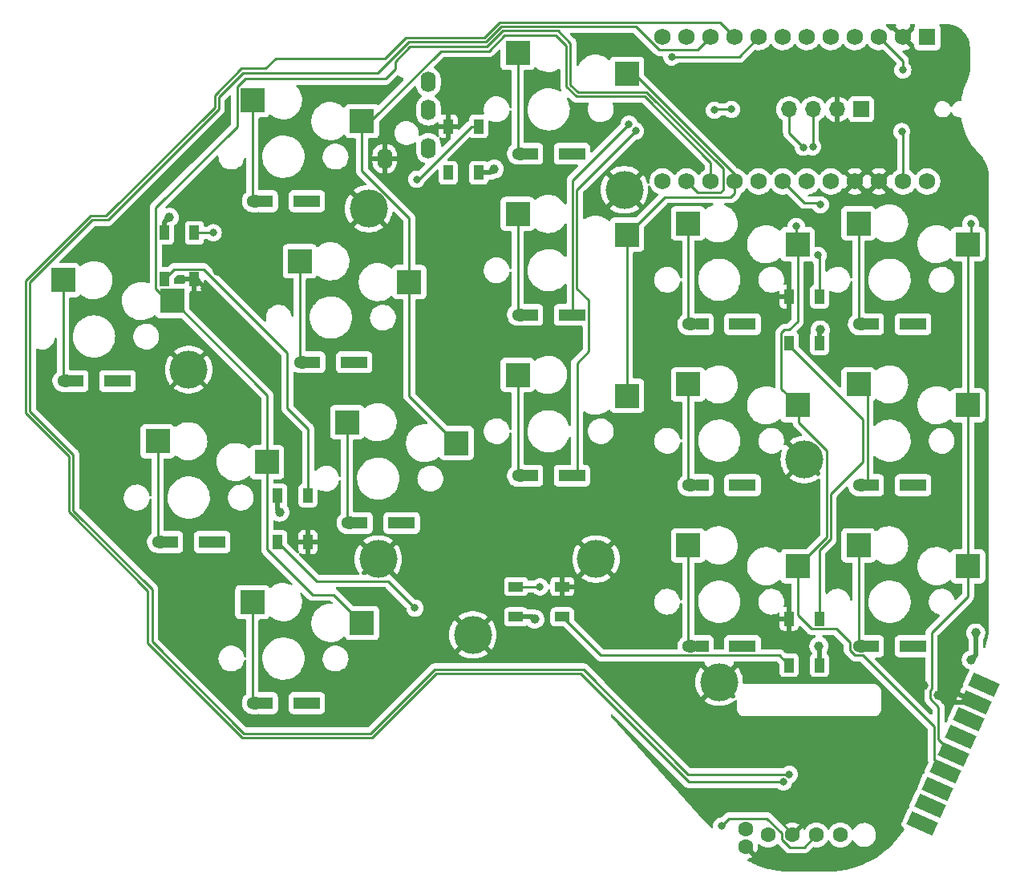
<source format=gbr>
%TF.GenerationSoftware,KiCad,Pcbnew,(6.0.7)*%
%TF.CreationDate,2022-09-08T03:06:03-04:00*%
%TF.ProjectId,left_main_routed,6c656674-5f6d-4616-996e-5f726f757465,v1.0.0*%
%TF.SameCoordinates,Original*%
%TF.FileFunction,Copper,L2,Bot*%
%TF.FilePolarity,Positive*%
%FSLAX46Y46*%
G04 Gerber Fmt 4.6, Leading zero omitted, Abs format (unit mm)*
G04 Created by KiCad (PCBNEW (6.0.7)) date 2022-09-08 03:06:03*
%MOMM*%
%LPD*%
G01*
G04 APERTURE LIST*
G04 Aperture macros list*
%AMRotRect*
0 Rectangle, with rotation*
0 The origin of the aperture is its center*
0 $1 length*
0 $2 width*
0 $3 Rotation angle, in degrees counterclockwise*
0 Add horizontal line*
21,1,$1,$2,0,0,$3*%
G04 Aperture macros list end*
%TA.AperFunction,ComponentPad*%
%ADD10R,1.778000X1.300000*%
%TD*%
%TA.AperFunction,SMDPad,CuDef*%
%ADD11R,1.400000X1.300000*%
%TD*%
%TA.AperFunction,ComponentPad*%
%ADD12O,1.778000X1.300000*%
%TD*%
%TA.AperFunction,SMDPad,CuDef*%
%ADD13R,2.600000X2.600000*%
%TD*%
%TA.AperFunction,ComponentPad*%
%ADD14C,0.500000*%
%TD*%
%TA.AperFunction,ComponentPad*%
%ADD15C,4.000000*%
%TD*%
%TA.AperFunction,ComponentPad*%
%ADD16R,1.700000X1.700000*%
%TD*%
%TA.AperFunction,ComponentPad*%
%ADD17O,1.700000X1.700000*%
%TD*%
%TA.AperFunction,ComponentPad*%
%ADD18R,1.752600X1.752600*%
%TD*%
%TA.AperFunction,ComponentPad*%
%ADD19C,1.752600*%
%TD*%
%TA.AperFunction,ComponentPad*%
%ADD20O,1.600000X2.200000*%
%TD*%
%TA.AperFunction,SMDPad,CuDef*%
%ADD21RotRect,3.000000X1.500000X156.037511*%
%TD*%
%TA.AperFunction,ComponentPad*%
%ADD22C,0.600000*%
%TD*%
%TA.AperFunction,ComponentPad*%
%ADD23C,1.600000*%
%TD*%
%TA.AperFunction,SMDPad,CuDef*%
%ADD24R,1.000000X1.500000*%
%TD*%
%TA.AperFunction,SMDPad,CuDef*%
%ADD25R,1.500000X1.000000*%
%TD*%
%TA.AperFunction,ViaPad*%
%ADD26C,0.800000*%
%TD*%
%TA.AperFunction,ViaPad*%
%ADD27C,1.000000*%
%TD*%
%TA.AperFunction,Conductor*%
%ADD28C,0.250000*%
%TD*%
%TA.AperFunction,Conductor*%
%ADD29C,0.500000*%
%TD*%
G04 APERTURE END LIST*
D10*
%TO.P,D19,1*%
%TO.N,R2*%
X-10000000Y12300000D03*
D11*
X-11250000Y12300000D03*
%TO.P,D19,2*%
%TO.N,mirror_far_home*%
X-14800000Y12300000D03*
D12*
X-16000000Y12300000D03*
%TD*%
D13*
%TO.P,SW25,1*%
%TO.N,mirror_middle_home*%
X-52275000Y40950000D03*
%TO.P,SW25,2*%
%TO.N,C3*%
X-40725000Y38750000D03*
%TD*%
D10*
%TO.P,D23,1*%
%TO.N,R1*%
X-28000000Y29300000D03*
D11*
X-29250000Y29300000D03*
D12*
%TO.P,D23,2*%
%TO.N,mirror_index_top*%
X-34000000Y29300000D03*
D11*
X-32800000Y29300000D03*
%TD*%
D14*
%TO.P,H6,1*%
%TO.N,GND*%
X-69060000Y40440000D03*
X-66500000Y41500000D03*
X-66940000Y40440000D03*
X-68000000Y40000000D03*
X-68000000Y43000000D03*
D15*
X-68000000Y41500000D03*
D14*
X-66940000Y42560000D03*
X-69060000Y42560000D03*
X-69500000Y41500000D03*
%TD*%
D13*
%TO.P,SW19,1*%
%TO.N,mirror_far_home*%
X-16275000Y22950000D03*
%TO.P,SW19,2*%
%TO.N,C1*%
X-4725000Y20750000D03*
%TD*%
D16*
%TO.P,J4,1*%
%TO.N,VCC*%
X-16000000Y52000000D03*
D17*
%TO.P,J4,2*%
%TO.N,GND*%
X-18540000Y52000000D03*
%TO.P,J4,3*%
%TO.N,SDA*%
X-21080000Y52000000D03*
%TO.P,J4,4*%
%TO.N,SCL*%
X-23620000Y52000000D03*
%TD*%
D18*
%TO.P,U2,1*%
%TO.N,N/C*%
X-9030000Y59620000D03*
D19*
%TO.P,U2,2*%
%TO.N,GND*%
X-11570000Y59620000D03*
%TO.P,U2,3*%
%TO.N,RST*%
X-14110000Y59620000D03*
%TO.P,U2,4*%
%TO.N,VCC*%
X-16650000Y59620000D03*
%TO.P,U2,5*%
%TO.N,N/C*%
X-19190000Y59620000D03*
%TO.P,U2,6*%
%TO.N,scroll_switch*%
X-21730000Y59620000D03*
%TO.P,U2,7*%
%TO.N,scroll_r2*%
X-24270000Y59620000D03*
%TO.P,U2,8*%
%TO.N,scroll_r1*%
X-26810000Y59620000D03*
%TO.P,U2,9*%
%TO.N,R5*%
X-29350000Y59620000D03*
%TO.P,U2,10*%
%TO.N,R4*%
X-31890000Y59620000D03*
%TO.P,U2,11*%
%TO.N,R3*%
X-34430000Y59620000D03*
%TO.P,U2,12*%
%TO.N,R2*%
X-36970000Y59620000D03*
%TO.P,U2,13*%
%TO.N,RGB*%
X-9030000Y44380000D03*
%TO.P,U2,14*%
%TO.N,SERIAL*%
X-11570000Y44380000D03*
%TO.P,U2,15*%
%TO.N,GND*%
X-14110000Y44380000D03*
%TO.P,U2,16*%
X-16650000Y44380000D03*
%TO.P,U2,17*%
%TO.N,SDA*%
X-19190000Y44380000D03*
%TO.P,U2,18*%
%TO.N,SCL*%
X-21730000Y44380000D03*
%TO.P,U2,19*%
%TO.N,C1*%
X-24270000Y44380000D03*
%TO.P,U2,20*%
%TO.N,C2*%
X-26810000Y44380000D03*
%TO.P,U2,21*%
%TO.N,C3*%
X-29350000Y44380000D03*
%TO.P,U2,22*%
%TO.N,C4*%
X-31890000Y44380000D03*
%TO.P,U2,23*%
%TO.N,C5*%
X-34430000Y44380000D03*
%TO.P,U2,24*%
%TO.N,R1*%
X-36970000Y44380000D03*
%TD*%
D14*
%TO.P,H8,1*%
%TO.N,GND*%
X-88500000Y24500000D03*
D15*
X-87000000Y24500000D03*
D14*
X-85940000Y25560000D03*
X-85940000Y23440000D03*
X-87000000Y23000000D03*
X-85500000Y24500000D03*
X-88060000Y25560000D03*
X-88060000Y23440000D03*
X-87000000Y26000000D03*
%TD*%
D20*
%TO.P,J2,1*%
%TO.N,GND*%
X-66300000Y46800000D03*
%TO.P,J2,2*%
%TO.N,VCC*%
X-61700000Y47900000D03*
%TO.P,J2,3*%
%TO.N,TRRS3*%
X-61700000Y51900000D03*
%TO.P,J2,4*%
%TO.N,TRRS4*%
X-61700000Y54900000D03*
%TD*%
D11*
%TO.P,D30,1*%
%TO.N,R3*%
X-75250000Y-10700000D03*
D10*
X-74000000Y-10700000D03*
D11*
%TO.P,D30,2*%
%TO.N,mirror_pinkie_bottom*%
X-78800000Y-10700000D03*
D12*
X-80000000Y-10700000D03*
%TD*%
D13*
%TO.P,SW29,1*%
%TO.N,mirror_ring_top*%
X-80275000Y52950000D03*
%TO.P,SW29,2*%
%TO.N,C4*%
X-68725000Y50750000D03*
%TD*%
%TO.P,SW27,1*%
%TO.N,mirror_ring_bottom*%
X-70275000Y18950000D03*
%TO.P,SW27,2*%
%TO.N,C4*%
X-58725000Y16750000D03*
%TD*%
D10*
%TO.P,D22,1*%
%TO.N,R2*%
X-28000000Y12300000D03*
D11*
X-29250000Y12300000D03*
%TO.P,D22,2*%
%TO.N,mirror_index_home*%
X-32800000Y12300000D03*
D12*
X-34000000Y12300000D03*
%TD*%
D11*
%TO.P,D20,1*%
%TO.N,R1*%
X-11250000Y29300000D03*
D10*
X-10000000Y29300000D03*
D11*
%TO.P,D20,2*%
%TO.N,mirror_far_top*%
X-14800000Y29300000D03*
D12*
X-16000000Y29300000D03*
%TD*%
D14*
%TO.P,H4,1*%
%TO.N,GND*%
X-42500000Y43500000D03*
X-42060000Y42440000D03*
X-39940000Y42440000D03*
X-39940000Y44560000D03*
X-42060000Y44560000D03*
X-41000000Y45000000D03*
X-39500000Y43500000D03*
D15*
X-41000000Y43500000D03*
D14*
X-41000000Y42000000D03*
%TD*%
D11*
%TO.P,D26,1*%
%TO.N,R1*%
X-47250000Y47300000D03*
D10*
X-46000000Y47300000D03*
D12*
%TO.P,D26,2*%
%TO.N,mirror_middle_top*%
X-52000000Y47300000D03*
D11*
X-50800000Y47300000D03*
%TD*%
D13*
%TO.P,SW22,1*%
%TO.N,mirror_index_home*%
X-34275000Y22950000D03*
%TO.P,SW22,2*%
%TO.N,C2*%
X-22725000Y20750000D03*
%TD*%
D10*
%TO.P,D32,1*%
%TO.N,R1*%
X-94000000Y23300000D03*
D11*
X-95250000Y23300000D03*
D12*
%TO.P,D32,2*%
%TO.N,mirror_pinkie_top*%
X-100000000Y23300000D03*
D11*
X-98800000Y23300000D03*
%TD*%
%TO.P,D25,1*%
%TO.N,R2*%
X-47250000Y30300000D03*
D10*
X-46000000Y30300000D03*
D11*
%TO.P,D25,2*%
%TO.N,mirror_middle_home*%
X-50800000Y30300000D03*
D12*
X-52000000Y30300000D03*
%TD*%
D13*
%TO.P,SW28,1*%
%TO.N,mirror_ring_home*%
X-75275000Y35950000D03*
%TO.P,SW28,2*%
%TO.N,C4*%
X-63725000Y33750000D03*
%TD*%
%TO.P,SW18,1*%
%TO.N,mirror_far_bottom*%
X-16275000Y5950000D03*
%TO.P,SW18,2*%
%TO.N,C1*%
X-4725000Y3750000D03*
%TD*%
%TO.P,SW30,1*%
%TO.N,mirror_pinkie_bottom*%
X-80275000Y-50000D03*
%TO.P,SW30,2*%
%TO.N,C5*%
X-68725000Y-2250000D03*
%TD*%
D21*
%TO.P,J15,1*%
%TO.N,VCC*%
X-3053131Y-8784529D03*
D22*
X-3053131Y-8784529D03*
D21*
%TO.P,J15,2*%
%TO.N,GND*%
X-3865408Y-10612152D03*
D22*
X-3865408Y-10612152D03*
D21*
%TO.P,J15,3*%
%TO.N,SDA*%
X-4677685Y-12439775D03*
D22*
X-4677685Y-12439775D03*
%TO.P,J15,4*%
%TO.N,SCL*%
X-5489962Y-14267398D03*
D21*
X-5489962Y-14267398D03*
%TO.P,J15,5*%
%TO.N,C1*%
X-6302239Y-16095021D03*
D22*
X-6302239Y-16095021D03*
D21*
%TO.P,J15,6*%
%TO.N,C2*%
X-7114516Y-17922644D03*
D22*
X-7114516Y-17922644D03*
%TO.P,J15,7*%
%TO.N,R4*%
X-7926793Y-19750267D03*
D21*
X-7926793Y-19750267D03*
%TO.P,J15,8*%
%TO.N,R5*%
X-8739070Y-21577890D03*
D22*
X-8739070Y-21577890D03*
%TO.P,J15,9*%
%TO.N,N/C*%
X-9551347Y-23405513D03*
D21*
X-9551347Y-23405513D03*
%TD*%
D10*
%TO.P,D29,1*%
%TO.N,R1*%
X-74000000Y42300000D03*
D11*
X-75250000Y42300000D03*
%TO.P,D29,2*%
%TO.N,mirror_ring_top*%
X-78800000Y42300000D03*
D12*
X-80000000Y42300000D03*
%TD*%
D13*
%TO.P,SW32,1*%
%TO.N,mirror_pinkie_top*%
X-100275000Y33950000D03*
%TO.P,SW32,2*%
%TO.N,C5*%
X-88725000Y31750000D03*
%TD*%
%TO.P,SW31,1*%
%TO.N,mirror_pinkie_home*%
X-90275000Y16950000D03*
%TO.P,SW31,2*%
%TO.N,C5*%
X-78725000Y14750000D03*
%TD*%
D11*
%TO.P,D31,1*%
%TO.N,R2*%
X-85250000Y6300000D03*
D10*
X-84000000Y6300000D03*
D12*
%TO.P,D31,2*%
%TO.N,mirror_pinkie_home*%
X-90000000Y6300000D03*
D11*
X-88800000Y6300000D03*
%TD*%
D13*
%TO.P,SW20,1*%
%TO.N,mirror_far_top*%
X-16275000Y39950000D03*
%TO.P,SW20,2*%
%TO.N,C1*%
X-4725000Y37750000D03*
%TD*%
%TO.P,SW24,1*%
%TO.N,mirror_middle_bottom*%
X-52275000Y23950000D03*
%TO.P,SW24,2*%
%TO.N,C3*%
X-40725000Y21750000D03*
%TD*%
D14*
%TO.P,H16,1*%
%TO.N,GND*%
X-55940000Y-4560000D03*
X-57000000Y-5000000D03*
X-57000000Y-2000000D03*
X-58060000Y-2440000D03*
X-55500000Y-3500000D03*
D15*
X-57000000Y-3500000D03*
D14*
X-58060000Y-4560000D03*
X-55940000Y-2440000D03*
X-58500000Y-3500000D03*
%TD*%
D23*
%TO.P,S2,A*%
%TO.N,scroll_r1*%
X-25810000Y-24625000D03*
%TO.P,S2,B*%
%TO.N,GND*%
X-23270000Y-24625000D03*
%TO.P,S2,C*%
%TO.N,scroll_r2*%
X-20730000Y-24625000D03*
%TO.P,S2,D*%
%TO.N,N/C*%
X-18190000Y-24625000D03*
%TO.P,S2,S1*%
%TO.N,GND*%
X-28200000Y-25850000D03*
%TO.P,S2,S2*%
%TO.N,scroll_switch*%
X-28200000Y-24000000D03*
%TD*%
D10*
%TO.P,D18,1*%
%TO.N,R3*%
X-10000000Y-4700000D03*
D11*
X-11250000Y-4700000D03*
D12*
%TO.P,D18,2*%
%TO.N,mirror_far_bottom*%
X-16000000Y-4700000D03*
D11*
X-14800000Y-4700000D03*
%TD*%
D13*
%TO.P,SW26,1*%
%TO.N,mirror_middle_top*%
X-52275000Y57950000D03*
%TO.P,SW26,2*%
%TO.N,C3*%
X-40725000Y55750000D03*
%TD*%
D14*
%TO.P,H12,1*%
%TO.N,GND*%
X-32500000Y-8500000D03*
D15*
X-31000000Y-8500000D03*
D14*
X-29940000Y-9560000D03*
X-29500000Y-8500000D03*
X-31000000Y-10000000D03*
X-32060000Y-9560000D03*
X-29940000Y-7440000D03*
X-32060000Y-7440000D03*
X-31000000Y-7000000D03*
%TD*%
D15*
%TO.P,H14,1*%
%TO.N,GND*%
X-44000000Y4500000D03*
D14*
X-45500000Y4500000D03*
X-44000000Y6000000D03*
X-45060000Y5560000D03*
X-42500000Y4500000D03*
X-45060000Y3440000D03*
X-42940000Y5560000D03*
X-42940000Y3440000D03*
X-44000000Y3000000D03*
%TD*%
%TO.P,H2,1*%
%TO.N,GND*%
X-22000000Y16500000D03*
X-20940000Y16060000D03*
X-23060000Y16060000D03*
D15*
X-22000000Y15000000D03*
D14*
X-22000000Y13500000D03*
X-23500000Y15000000D03*
X-23060000Y13940000D03*
X-20940000Y13940000D03*
X-20500000Y15000000D03*
%TD*%
%TO.P,H10,1*%
%TO.N,GND*%
X-67000000Y3000000D03*
X-65940000Y5560000D03*
X-67000000Y6000000D03*
X-65940000Y3440000D03*
D15*
X-67000000Y4500000D03*
D14*
X-68060000Y3440000D03*
X-65500000Y4500000D03*
X-68060000Y5560000D03*
X-68500000Y4500000D03*
%TD*%
D11*
%TO.P,D21,1*%
%TO.N,R3*%
X-29250000Y-4700000D03*
D10*
X-28000000Y-4700000D03*
D11*
%TO.P,D21,2*%
%TO.N,mirror_index_bottom*%
X-32800000Y-4700000D03*
D12*
X-34000000Y-4700000D03*
%TD*%
D13*
%TO.P,SW23,1*%
%TO.N,mirror_index_top*%
X-34275000Y39950000D03*
%TO.P,SW23,2*%
%TO.N,C2*%
X-22725000Y37750000D03*
%TD*%
D11*
%TO.P,D24,1*%
%TO.N,R3*%
X-47250000Y13300000D03*
D10*
X-46000000Y13300000D03*
D11*
%TO.P,D24,2*%
%TO.N,mirror_middle_bottom*%
X-50800000Y13300000D03*
D12*
X-52000000Y13300000D03*
%TD*%
D10*
%TO.P,D28,1*%
%TO.N,R2*%
X-69000000Y25300000D03*
D11*
X-70250000Y25300000D03*
D12*
%TO.P,D28,2*%
%TO.N,mirror_ring_home*%
X-75000000Y25300000D03*
D11*
X-73800000Y25300000D03*
%TD*%
D13*
%TO.P,SW21,1*%
%TO.N,mirror_index_bottom*%
X-34275000Y5950000D03*
%TO.P,SW21,2*%
%TO.N,C2*%
X-22725000Y3750000D03*
%TD*%
D11*
%TO.P,D27,1*%
%TO.N,R3*%
X-65250000Y8300000D03*
D10*
X-64000000Y8300000D03*
D11*
%TO.P,D27,2*%
%TO.N,mirror_ring_bottom*%
X-68800000Y8300000D03*
D12*
X-70000000Y8300000D03*
%TD*%
D24*
%TO.P,DS8,1*%
%TO.N,VCC*%
X-20400000Y27300000D03*
%TO.P,DS8,2*%
%TO.N,rgb_ug1_out*%
X-23600000Y27300000D03*
%TO.P,DS8,3*%
%TO.N,GND*%
X-23600000Y32200000D03*
%TO.P,DS8,4*%
%TO.N,RGB*%
X-20400000Y32200000D03*
%TD*%
%TO.P,DS9,1*%
%TO.N,VCC*%
X-20400000Y-6700000D03*
%TO.P,DS9,2*%
%TO.N,rgb_ug2_out*%
X-23600000Y-6700000D03*
%TO.P,DS9,3*%
%TO.N,GND*%
X-23600000Y-1800000D03*
%TO.P,DS9,4*%
%TO.N,rgb_ug1_out*%
X-20400000Y-1800000D03*
%TD*%
%TO.P,DS14,1*%
%TO.N,VCC*%
X-56400000Y45300000D03*
%TO.P,DS14,2*%
%TO.N,rgb_ug6_out*%
X-59600000Y45300000D03*
%TO.P,DS14,3*%
%TO.N,GND*%
X-59600000Y50200000D03*
%TO.P,DS14,4*%
%TO.N,rgb_ug5_out*%
X-56400000Y50200000D03*
%TD*%
%TO.P,DS12,1*%
%TO.N,VCC*%
X-77600000Y11200000D03*
%TO.P,DS12,2*%
%TO.N,rgb_ug4_out*%
X-74400000Y11200000D03*
%TO.P,DS12,3*%
%TO.N,GND*%
X-74400000Y6300000D03*
%TO.P,DS12,4*%
%TO.N,rgb_palm_out*%
X-77600000Y6300000D03*
%TD*%
D25*
%TO.P,DS10,1*%
%TO.N,VCC*%
X-52450000Y-1600000D03*
%TO.P,DS10,2*%
%TO.N,rgb_ug3_out*%
X-52450000Y1600000D03*
%TO.P,DS10,3*%
%TO.N,GND*%
X-47550000Y1600000D03*
%TO.P,DS10,4*%
%TO.N,rgb_ug2_out*%
X-47550000Y-1600000D03*
%TD*%
D24*
%TO.P,DS13,1*%
%TO.N,VCC*%
X-89600000Y38950000D03*
%TO.P,DS13,2*%
%TO.N,rgb_ug5_out*%
X-86400000Y38950000D03*
%TO.P,DS13,3*%
%TO.N,GND*%
X-86400000Y34050000D03*
%TO.P,DS13,4*%
%TO.N,rgb_ug4_out*%
X-89600000Y34050000D03*
%TD*%
D26*
%TO.N,C1*%
X-4440000Y39920000D03*
X-20320000Y41910000D03*
%TO.N,R3*%
X-39820826Y49696399D03*
%TO.N,R2*%
X-40520000Y50430000D03*
%TO.N,C2*%
X-22860000Y39624000D03*
%TO.N,R4*%
X-23601176Y-18229740D03*
%TO.N,R5*%
X-24200000Y-19030000D03*
D27*
%TO.N,GND*%
X-83990000Y34960000D03*
X-45720000Y-1524000D03*
X-7874000Y-9906000D03*
X-9398000Y-8890000D03*
X-5660000Y55410000D03*
X-85230000Y33070000D03*
D26*
%TO.N,RST*%
X-11610000Y56150000D03*
D27*
%TO.N,VCC*%
X-20320000Y28702000D03*
X-77390000Y9470000D03*
X-4380000Y-6120000D03*
X-50470000Y-1850000D03*
X-3905500Y-3300000D03*
X-20460000Y-4670000D03*
X-54750000Y45700000D03*
X-89070000Y40580000D03*
D26*
%TO.N,SERIAL*%
X-11720000Y49640000D03*
%TO.N,RGB*%
X-20574000Y36576000D03*
%TO.N,SDA*%
X-21110000Y48040000D03*
%TO.N,SCL*%
X-22108162Y47988264D03*
%TO.N,scroll_r1*%
X-36020000Y57525500D03*
%TO.N,scroll_r2*%
X-30747299Y-23687299D03*
%TO.N,TRRS4*%
X-29700000Y52000000D03*
X-31500000Y51900000D03*
%TO.N,rgb_ug3_out*%
X-49910000Y1570000D03*
%TO.N,rgb_palm_out*%
X-63130000Y-670000D03*
%TO.N,rgb_ug5_out*%
X-62940000Y44600000D03*
X-84420000Y38970000D03*
%TD*%
D28*
%TO.N,C1*%
X-8698500Y-10247520D02*
X-7847967Y-11098053D01*
X-4725000Y20750000D02*
X-4725000Y37750000D01*
X-4725000Y3750000D02*
X-4725000Y20750000D01*
X-4725000Y3750000D02*
X-4725000Y581020D01*
X-7847967Y-11098053D02*
X-7847967Y-14549293D01*
X-22015000Y42125000D02*
X-20535000Y42125000D01*
X-20535000Y42125000D02*
X-20320000Y41910000D01*
X-8573500Y-3267480D02*
X-8573500Y-9231520D01*
X-8698500Y-9356520D02*
X-8698500Y-10247520D01*
X-4440000Y38035000D02*
X-4725000Y37750000D01*
X-8573500Y-9231520D02*
X-8698500Y-9356520D01*
X-4725000Y581020D02*
X-8573500Y-3267480D01*
X-4440000Y39920000D02*
X-4440000Y38035000D01*
X-22015000Y42125000D02*
X-24270000Y44380000D01*
X-7847967Y-14549293D02*
X-6302239Y-16095021D01*
%TO.N,R3*%
X-44786000Y31846000D02*
X-46020000Y33080000D01*
X-46020000Y33080000D02*
X-46020000Y43497225D01*
X-46000000Y13300000D02*
X-46000000Y25200000D01*
X-46000000Y25200000D02*
X-44786000Y26414000D01*
X-44786000Y26414000D02*
X-44786000Y31846000D01*
X-46020000Y43497225D02*
X-39820826Y49696399D01*
%TO.N,R2*%
X-46000000Y30300000D02*
X-46469501Y30769501D01*
X-46469501Y44480499D02*
X-40520000Y50430000D01*
X-46469501Y30769501D02*
X-46469501Y44480499D01*
%TO.N,C2*%
X-22606000Y20320000D02*
X-22606000Y18894047D01*
X-8302560Y-16734600D02*
X-8302560Y-13187440D01*
X-19675000Y15963047D02*
X-19675000Y6800000D01*
X-15815000Y-5675000D02*
X-16642858Y-5675000D01*
X-18615000Y-2875000D02*
X-21225000Y-2875000D01*
X-22725000Y20439000D02*
X-22606000Y20320000D01*
X-22606000Y18894047D02*
X-19675000Y15963047D01*
X-21225000Y-2875000D02*
X-22725000Y-1375000D01*
X-22725000Y37750000D02*
X-22725000Y29599000D01*
X-7114516Y-17922644D02*
X-8302560Y-16734600D01*
X-24425000Y22450000D02*
X-22725000Y20750000D01*
X-24098000Y28702000D02*
X-24425000Y28375000D01*
X-23622000Y28702000D02*
X-24098000Y28702000D01*
X-19675000Y6800000D02*
X-22725000Y3750000D01*
X-22860000Y39624000D02*
X-22860000Y37885000D01*
X-22725000Y29599000D02*
X-23622000Y28702000D01*
X-17214000Y-4276000D02*
X-18615000Y-2875000D01*
X-17214000Y-5103858D02*
X-17214000Y-4276000D01*
X-24425000Y28375000D02*
X-24425000Y22450000D01*
X-8302560Y-13187440D02*
X-15815000Y-5675000D01*
X-16642858Y-5675000D02*
X-17214000Y-5103858D01*
X-22860000Y37885000D02*
X-22725000Y37750000D01*
X-22725000Y-1375000D02*
X-22725000Y3750000D01*
X-22725000Y20750000D02*
X-22725000Y20439000D01*
%TO.N,C3*%
X-29350000Y45130000D02*
X-29350000Y44380000D01*
X-29350000Y43140725D02*
X-29761526Y42729199D01*
X-36745801Y42729199D02*
X-40725000Y38750000D01*
X-29761526Y42729199D02*
X-36745801Y42729199D01*
X-29350000Y44380000D02*
X-29350000Y43140725D01*
X-40725000Y21750000D02*
X-40725000Y38750000D01*
X-39970000Y55750000D02*
X-29350000Y45130000D01*
X-40725000Y55750000D02*
X-39970000Y55750000D01*
%TO.N,C4*%
X-48225001Y59825001D02*
X-47149501Y58749501D01*
X-67778620Y50750000D02*
X-60377622Y58150998D01*
X-53650705Y59825001D02*
X-48225001Y59825001D01*
X-47149501Y58749501D02*
X-47149501Y54413811D01*
X-31890000Y46368000D02*
X-31890000Y44380000D01*
X-38872499Y53350499D02*
X-31890000Y46368000D01*
X-63725000Y33750000D02*
X-63725000Y21750000D01*
X-46086189Y53350499D02*
X-38872499Y53350499D01*
X-60377622Y58150998D02*
X-55324708Y58150998D01*
X-68725000Y50750000D02*
X-68725000Y45513047D01*
X-63725000Y21750000D02*
X-58725000Y16750000D01*
X-63725000Y40513047D02*
X-63725000Y33750000D01*
X-68725000Y50750000D02*
X-67778620Y50750000D01*
X-47149501Y54413811D02*
X-46086189Y53350499D01*
X-68725000Y45513047D02*
X-63725000Y40513047D01*
X-55324708Y58150998D02*
X-53650705Y59825001D01*
%TO.N,C5*%
X-78725000Y14750000D02*
X-78725000Y5525000D01*
X-81900000Y50198620D02*
X-90500000Y41598620D01*
X-63638121Y58600499D02*
X-65180998Y57057622D01*
X-46700000Y59000000D02*
X-47980998Y60280998D01*
X-66237622Y55220998D02*
X-81063312Y55220998D01*
X-30600000Y43500000D02*
X-30600000Y45735690D01*
X-78725000Y5525000D02*
X-73925001Y725001D01*
X-73925001Y725001D02*
X-71700001Y725001D01*
X-81063312Y55220998D02*
X-81900000Y54384310D01*
X-90500000Y41598620D02*
X-90500000Y33050000D01*
X-45900000Y53800000D02*
X-46700000Y54600000D01*
X-65180998Y56277622D02*
X-66237622Y55220998D01*
X-53830398Y60280998D02*
X-55510897Y58600499D01*
X-89200000Y31750000D02*
X-88725000Y31750000D01*
X-34430000Y44380000D02*
X-33228700Y43178700D01*
X-46700000Y54600000D02*
X-46700000Y59000000D01*
X-90500000Y33050000D02*
X-89200000Y31750000D01*
X-78725000Y21825000D02*
X-78725000Y14750000D01*
X-30600000Y45735690D02*
X-38664310Y53800000D01*
X-30921300Y43178700D02*
X-30600000Y43500000D01*
X-65180998Y57057622D02*
X-65180998Y56277622D01*
X-71700001Y725001D02*
X-68725000Y-2250000D01*
X-47980998Y60280998D02*
X-53830398Y60280998D01*
X-81900000Y54384310D02*
X-81900000Y50198620D01*
X-88725000Y31750000D02*
X-88650000Y31750000D01*
X-33228700Y43178700D02*
X-30921300Y43178700D01*
X-38664310Y53800000D02*
X-45900000Y53800000D01*
X-88650000Y31750000D02*
X-78725000Y21825000D01*
X-55510897Y58600499D02*
X-63638121Y58600499D01*
%TO.N,R4*%
X-45323811Y-7150499D02*
X-34244570Y-18229740D01*
X-103780499Y20126189D02*
X-99190499Y15536189D01*
X-33260000Y58250000D02*
X-37298895Y58250000D01*
X-90860499Y-4229501D02*
X-81180000Y-13910000D01*
X-83820000Y53290690D02*
X-83820000Y52020000D01*
X-61046189Y-7150499D02*
X-45323811Y-7150499D01*
X-83820000Y52020000D02*
X-95530000Y40310000D01*
X-95530000Y40310000D02*
X-97165000Y40310000D01*
X-34244570Y-18229740D02*
X-23601176Y-18229740D01*
X-67023811Y55850499D02*
X-81260191Y55850499D01*
X-90860499Y1306189D02*
X-90860499Y-4229501D01*
X-37298895Y58250000D02*
X-39789395Y60740499D01*
X-99190499Y15536189D02*
X-99190499Y9636189D01*
X-39789395Y60740499D02*
X-54006587Y60740499D01*
X-31890000Y59620000D02*
X-33260000Y58250000D01*
X-63723811Y59150499D02*
X-67023811Y55850499D01*
X-103780499Y33694501D02*
X-103780499Y20126189D01*
X-81180000Y-13910000D02*
X-67805690Y-13910000D01*
X-67805690Y-13910000D02*
X-61046189Y-7150499D01*
X-55596587Y59150499D02*
X-63723811Y59150499D01*
X-97165000Y40310000D02*
X-103780499Y33694501D01*
X-99190499Y9636189D02*
X-90860499Y1306189D01*
X-54006587Y60740499D02*
X-55596587Y59150499D01*
X-81260191Y55850499D02*
X-83820000Y53290690D01*
%TO.N,mirror_far_bottom*%
X-16275000Y5950000D02*
X-16275000Y-4425000D01*
X-16275000Y-4425000D02*
X-16000000Y-4700000D01*
%TO.N,mirror_far_home*%
X-15359528Y22034528D02*
X-15359528Y12940472D01*
X-15359528Y12940472D02*
X-16000000Y12300000D01*
X-16275000Y22950000D02*
X-15359528Y22034528D01*
%TO.N,mirror_far_top*%
X-16275000Y29575000D02*
X-16000000Y29300000D01*
X-16275000Y39950000D02*
X-16275000Y29575000D01*
%TO.N,mirror_index_bottom*%
X-34275000Y-4425000D02*
X-34000000Y-4700000D01*
X-34275000Y5950000D02*
X-34275000Y-4425000D01*
%TO.N,mirror_index_home*%
X-34275000Y12575000D02*
X-34000000Y12300000D01*
X-34275000Y22950000D02*
X-34275000Y12575000D01*
%TO.N,mirror_index_top*%
X-34275000Y39950000D02*
X-34275000Y29575000D01*
X-34275000Y29575000D02*
X-34000000Y29300000D01*
%TO.N,mirror_middle_bottom*%
X-52275000Y13575000D02*
X-52000000Y13300000D01*
X-52275000Y23950000D02*
X-52275000Y13575000D01*
%TO.N,mirror_middle_home*%
X-52275000Y30575000D02*
X-52000000Y30300000D01*
X-52275000Y40950000D02*
X-52275000Y30575000D01*
%TO.N,mirror_middle_top*%
X-52275000Y57950000D02*
X-52275000Y47575000D01*
X-52275000Y47575000D02*
X-52000000Y47300000D01*
%TO.N,mirror_ring_bottom*%
X-70275000Y8575000D02*
X-70000000Y8300000D01*
X-70275000Y18950000D02*
X-70275000Y8575000D01*
%TO.N,mirror_ring_home*%
X-75275000Y35950000D02*
X-75275000Y25575000D01*
X-75275000Y25575000D02*
X-75000000Y25300000D01*
%TO.N,mirror_ring_top*%
X-80275000Y42575000D02*
X-80000000Y42300000D01*
X-80275000Y52950000D02*
X-80275000Y42575000D01*
%TO.N,mirror_pinkie_bottom*%
X-80275000Y-50000D02*
X-80275000Y-10425000D01*
X-80275000Y-10425000D02*
X-80000000Y-10700000D01*
%TO.N,mirror_pinkie_home*%
X-90275000Y16950000D02*
X-90275000Y6575000D01*
X-90275000Y6575000D02*
X-90000000Y6300000D01*
%TO.N,mirror_pinkie_top*%
X-100275000Y33950000D02*
X-100275000Y23575000D01*
X-100275000Y23575000D02*
X-100000000Y23300000D01*
%TO.N,R5*%
X-77837627Y57399501D02*
X-78937128Y56300000D01*
X-55782776Y59600000D02*
X-64060000Y59600000D01*
X-66260499Y57399501D02*
X-77837627Y57399501D01*
X-97362593Y40748097D02*
X-104230000Y33880690D01*
X-45670000Y-7600000D02*
X-34240000Y-19030000D01*
X-64060000Y59600000D02*
X-66260499Y57399501D01*
X-30920000Y61190000D02*
X-54192776Y61190000D01*
X-97331972Y40759501D02*
X-97362593Y40748097D01*
X-60860000Y-7600000D02*
X-45670000Y-7600000D01*
X-81446380Y56300000D02*
X-84269501Y53476879D01*
X-34240000Y-19030000D02*
X-24200000Y-19030000D01*
X-99672341Y15382341D02*
X-99672341Y9482341D01*
X-91340000Y-4385690D02*
X-81366189Y-14359501D01*
X-78937128Y56300000D02*
X-81446380Y56300000D01*
X-104230000Y33880690D02*
X-104230000Y19940000D01*
X-95716189Y40759501D02*
X-97331972Y40759501D01*
X-81366189Y-14359501D02*
X-67619501Y-14359501D01*
X-54192776Y61190000D02*
X-55782776Y59600000D01*
X-84269501Y53476879D02*
X-84269501Y52206189D01*
X-99672341Y9482341D02*
X-91340000Y1150000D01*
X-84269501Y52206189D02*
X-95716189Y40759501D01*
X-67619501Y-14359501D02*
X-60860000Y-7600000D01*
X-29350000Y59620000D02*
X-30920000Y61190000D01*
X-104230000Y19940000D02*
X-99672341Y15382341D01*
X-91340000Y1150000D02*
X-91340000Y-4385690D01*
D29*
%TO.N,GND*%
X-7167848Y-10612152D02*
X-7874000Y-9906000D01*
X-86400000Y34050000D02*
X-86210000Y34050000D01*
X-3865408Y-10612152D02*
X-7167848Y-10612152D01*
X-86210000Y34050000D02*
X-85230000Y33070000D01*
D28*
%TO.N,RST*%
X-11610000Y57120000D02*
X-14110000Y59620000D01*
X-11610000Y56150000D02*
X-11610000Y57120000D01*
D29*
%TO.N,VCC*%
X-52450000Y-1600000D02*
X-50720000Y-1600000D01*
X-89600000Y38950000D02*
X-89600000Y40050000D01*
X-20400000Y27300000D02*
X-20400000Y28622000D01*
X-20400000Y-4730000D02*
X-20460000Y-4670000D01*
X-89600000Y40050000D02*
X-89070000Y40580000D01*
X-77600000Y9680000D02*
X-77390000Y9470000D01*
X-56400000Y45300000D02*
X-55150000Y45300000D01*
X-55150000Y45300000D02*
X-54750000Y45700000D01*
X-20400000Y-6700000D02*
X-20400000Y-4730000D01*
X-77600000Y11200000D02*
X-77600000Y9680000D01*
X-3905500Y-5645500D02*
X-3905500Y-3300000D01*
X-50720000Y-1600000D02*
X-50470000Y-1850000D01*
X-4380000Y-6120000D02*
X-3905500Y-5645500D01*
X-20400000Y28622000D02*
X-20320000Y28702000D01*
D28*
%TO.N,SERIAL*%
X-11720000Y49640000D02*
X-11570000Y49490000D01*
X-11570000Y49490000D02*
X-11570000Y44380000D01*
%TO.N,RGB*%
X-20400000Y32200000D02*
X-20400000Y36402000D01*
X-20400000Y36402000D02*
X-20574000Y36576000D01*
%TO.N,SDA*%
X-21080000Y52000000D02*
X-21080000Y48070000D01*
X-21080000Y48070000D02*
X-21110000Y48040000D01*
%TO.N,SCL*%
X-23620000Y49500102D02*
X-22108162Y47988264D01*
X-23620000Y52000000D02*
X-23620000Y49500102D01*
%TO.N,scroll_r1*%
X-26810000Y59620000D02*
X-28904500Y57525500D01*
X-28904500Y57525500D02*
X-36020000Y57525500D01*
%TO.N,scroll_r2*%
X-25976710Y-22867299D02*
X-29927299Y-22867299D01*
X-22025000Y-25920000D02*
X-23570000Y-25920000D01*
X-20730000Y-24625000D02*
X-22025000Y-25920000D01*
X-24394500Y-24449509D02*
X-25976710Y-22867299D01*
X-23570000Y-25920000D02*
X-24394500Y-25095500D01*
X-24394500Y-25095500D02*
X-24394500Y-24449509D01*
X-29927299Y-22867299D02*
X-30747299Y-23687299D01*
%TO.N,TRRS4*%
X-31400000Y52000000D02*
X-31500000Y51900000D01*
X-29700000Y52000000D02*
X-31400000Y52000000D01*
%TO.N,rgb_ug1_out*%
X-23600000Y27050000D02*
X-23600000Y27300000D01*
X-20400000Y-1800000D02*
X-20400000Y5439310D01*
X-15809029Y19259029D02*
X-23600000Y27050000D01*
X-19225499Y11380811D02*
X-15809029Y14797281D01*
X-19225499Y6613811D02*
X-19225499Y11380811D01*
X-15809029Y14797281D02*
X-15809029Y19259029D01*
X-20400000Y5439310D02*
X-19225499Y6613811D01*
%TO.N,rgb_ug2_out*%
X-47550000Y-1600000D02*
X-43475000Y-5675000D01*
X-43475000Y-5675000D02*
X-24625000Y-5675000D01*
X-24625000Y-5675000D02*
X-23600000Y-6700000D01*
%TO.N,rgb_ug3_out*%
X-49940000Y1600000D02*
X-52450000Y1600000D01*
X-49910000Y1570000D02*
X-49940000Y1600000D01*
%TO.N,rgb_palm_out*%
X-65975000Y2175000D02*
X-63130000Y-670000D01*
X-77600000Y6300000D02*
X-73475000Y2175000D01*
X-73475000Y2175000D02*
X-65975000Y2175000D01*
%TO.N,rgb_ug4_out*%
X-85435000Y35125000D02*
X-76580000Y26270000D01*
X-89600000Y34050000D02*
X-88525000Y35125000D01*
X-74400000Y18270000D02*
X-74400000Y11200000D01*
X-76580000Y20450000D02*
X-74400000Y18270000D01*
X-76580000Y26270000D02*
X-76580000Y20450000D01*
X-88525000Y35125000D02*
X-85435000Y35125000D01*
%TO.N,rgb_ug5_out*%
X-86380000Y38970000D02*
X-86400000Y38950000D01*
X-62750000Y44600000D02*
X-62940000Y44600000D01*
X-56400000Y50200000D02*
X-57150000Y50200000D01*
X-84420000Y38970000D02*
X-86380000Y38970000D01*
X-57150000Y50200000D02*
X-62750000Y44600000D01*
%TD*%
%TA.AperFunction,Conductor*%
%TO.N,GND*%
G36*
X-12358557Y60971498D02*
G01*
X-12312064Y60917842D01*
X-12301960Y60847568D01*
X-12328870Y60788647D01*
X-12328275Y60788203D01*
X-12330329Y60785451D01*
X-12331454Y60782988D01*
X-12333800Y60780801D01*
X-12347564Y60762360D01*
X-12340820Y60750030D01*
X-11582812Y59992022D01*
X-11568868Y59984408D01*
X-11567035Y59984539D01*
X-11560420Y59988790D01*
X-10797885Y60751325D01*
X-10790864Y60764181D01*
X-10808817Y60788821D01*
X-10805612Y60791156D01*
X-10829275Y60824526D01*
X-10832512Y60895448D01*
X-10796892Y60956863D01*
X-10733723Y60989270D01*
X-10710123Y60991500D01*
X-10422569Y60991500D01*
X-10354448Y60971498D01*
X-10307955Y60917842D01*
X-10297851Y60847568D01*
X-10321743Y60789935D01*
X-10350679Y60751325D01*
X-10356915Y60743005D01*
X-10408045Y60606616D01*
X-10414800Y60544434D01*
X-10414800Y60468180D01*
X-10434802Y60400059D01*
X-10451705Y60379085D01*
X-11197978Y59632812D01*
X-11205592Y59618868D01*
X-11205461Y59617035D01*
X-11201210Y59610420D01*
X-10451705Y58860915D01*
X-10417679Y58798603D01*
X-10414800Y58771820D01*
X-10414800Y58695566D01*
X-10408045Y58633384D01*
X-10356915Y58496995D01*
X-10269561Y58380439D01*
X-10153005Y58293085D01*
X-10016616Y58241955D01*
X-9954434Y58235200D01*
X-8105566Y58235200D01*
X-8043384Y58241955D01*
X-7906995Y58293085D01*
X-7790439Y58380439D01*
X-7703085Y58496995D01*
X-7651955Y58633384D01*
X-7645200Y58695566D01*
X-7645200Y60544434D01*
X-7651955Y60606616D01*
X-7703085Y60743005D01*
X-7709320Y60751325D01*
X-7738257Y60789935D01*
X-7763105Y60856442D01*
X-7748052Y60925824D01*
X-7697878Y60976054D01*
X-7637431Y60991500D01*
X-7049367Y60991500D01*
X-7029982Y60990000D01*
X-7015149Y60987690D01*
X-7015145Y60987690D01*
X-7006276Y60986309D01*
X-6989077Y60988558D01*
X-6965137Y60989391D01*
X-6707290Y60973794D01*
X-6692186Y60971960D01*
X-6411243Y60920475D01*
X-6396470Y60916834D01*
X-6123771Y60831858D01*
X-6109553Y60826466D01*
X-5891779Y60728453D01*
X-5849094Y60709242D01*
X-5835622Y60702172D01*
X-5758189Y60655362D01*
X-5591191Y60554408D01*
X-5578670Y60545766D01*
X-5458437Y60451569D01*
X-5353824Y60369610D01*
X-5342436Y60359520D01*
X-5140480Y60157564D01*
X-5130390Y60146176D01*
X-5070783Y60070094D01*
X-4954235Y59921331D01*
X-4945592Y59908809D01*
X-4797829Y59664379D01*
X-4790759Y59650908D01*
X-4676471Y59396973D01*
X-4673536Y59390451D01*
X-4668142Y59376229D01*
X-4644465Y59300246D01*
X-4583166Y59103530D01*
X-4579525Y59088757D01*
X-4528040Y58807814D01*
X-4526206Y58792710D01*
X-4511047Y58542096D01*
X-4512308Y58515284D01*
X-4512310Y58515148D01*
X-4513691Y58506276D01*
X-4512527Y58497374D01*
X-4512527Y58497372D01*
X-4509564Y58474717D01*
X-4508500Y58458379D01*
X-4508500Y56408266D01*
X-4510000Y56388881D01*
X-4512310Y56374048D01*
X-4512310Y56374044D01*
X-4513691Y56365175D01*
X-4512527Y56356274D01*
X-4512527Y56356268D01*
X-4511056Y56345022D01*
X-4510120Y56323004D01*
X-4522439Y56050050D01*
X-4523463Y56038734D01*
X-4564399Y55738047D01*
X-4566437Y55726870D01*
X-4634298Y55431071D01*
X-4637336Y55420122D01*
X-4731562Y55131657D01*
X-4735573Y55121027D01*
X-4839048Y54880272D01*
X-4852089Y54857054D01*
X-4856747Y54850498D01*
X-4859432Y54845123D01*
X-4859586Y54844900D01*
X-4859672Y54844643D01*
X-4862356Y54839268D01*
X-4863834Y54834636D01*
X-4865666Y54830126D01*
X-4865710Y54830144D01*
X-4867580Y54825195D01*
X-5053770Y54401876D01*
X-5054538Y54399712D01*
X-5054540Y54399707D01*
X-5210475Y53960347D01*
X-5213451Y53951963D01*
X-5214063Y53949734D01*
X-5214064Y53949729D01*
X-5252893Y53808180D01*
X-5339746Y53491562D01*
X-5340191Y53489301D01*
X-5340194Y53489289D01*
X-5389215Y53240317D01*
X-5431975Y53023146D01*
X-5435672Y52992766D01*
X-5438530Y52969279D01*
X-5466614Y52904074D01*
X-5525493Y52864403D01*
X-5563607Y52858500D01*
X-5646596Y52858500D01*
X-5785437Y52843417D01*
X-5962223Y52783922D01*
X-6122109Y52687853D01*
X-6257636Y52559692D01*
X-6261471Y52554049D01*
X-6350798Y52422607D01*
X-6362480Y52405418D01*
X-6365013Y52399084D01*
X-6365014Y52399083D01*
X-6382317Y52355823D01*
X-6426186Y52300002D01*
X-6493271Y52276760D01*
X-6562271Y52293476D01*
X-6610763Y52343850D01*
X-6630461Y52381211D01*
X-6684075Y52482898D01*
X-6688480Y52488111D01*
X-6688483Y52488115D01*
X-6800064Y52620153D01*
X-6800068Y52620157D01*
X-6804471Y52625367D01*
X-6809896Y52629515D01*
X-6947231Y52734516D01*
X-6947235Y52734519D01*
X-6952652Y52738660D01*
X-7121704Y52817490D01*
X-7303740Y52858180D01*
X-7309463Y52858500D01*
X-7446596Y52858500D01*
X-7585437Y52843417D01*
X-7762223Y52783922D01*
X-7922109Y52687853D01*
X-8057636Y52559692D01*
X-8061471Y52554049D01*
X-8150798Y52422607D01*
X-8162480Y52405418D01*
X-8165012Y52399089D01*
X-8165013Y52399086D01*
X-8223660Y52252459D01*
X-8231751Y52232229D01*
X-8241122Y52175623D01*
X-8260439Y52058937D01*
X-8262216Y52048205D01*
X-8261859Y52041389D01*
X-8261859Y52041385D01*
X-8256543Y51939970D01*
X-8252453Y51861933D01*
X-8202920Y51682102D01*
X-8115925Y51517102D01*
X-8111520Y51511889D01*
X-8111517Y51511885D01*
X-7999936Y51379847D01*
X-7999932Y51379843D01*
X-7995529Y51374633D01*
X-7990105Y51370486D01*
X-7990104Y51370485D01*
X-7852769Y51265484D01*
X-7852765Y51265481D01*
X-7847348Y51261340D01*
X-7678296Y51182510D01*
X-7496260Y51141820D01*
X-7490537Y51141500D01*
X-7353404Y51141500D01*
X-7214563Y51156583D01*
X-7037777Y51216078D01*
X-6877891Y51312147D01*
X-6742364Y51440308D01*
X-6730341Y51458000D01*
X-6641354Y51588940D01*
X-6641353Y51588942D01*
X-6637520Y51594582D01*
X-6634157Y51602989D01*
X-6617683Y51644177D01*
X-6573814Y51699998D01*
X-6506729Y51723240D01*
X-6437729Y51706524D01*
X-6389237Y51656150D01*
X-6315925Y51517102D01*
X-6311520Y51511889D01*
X-6311517Y51511885D01*
X-6199936Y51379847D01*
X-6199932Y51379843D01*
X-6195529Y51374633D01*
X-6190105Y51370486D01*
X-6190104Y51370485D01*
X-6052769Y51265484D01*
X-6052765Y51265481D01*
X-6047348Y51261340D01*
X-5878296Y51182510D01*
X-5696260Y51141820D01*
X-5690537Y51141500D01*
X-5562835Y51141500D01*
X-5494714Y51121498D01*
X-5448221Y51067842D01*
X-5438698Y51037088D01*
X-5374448Y50667641D01*
X-5371326Y50649687D01*
X-5370771Y50647471D01*
X-5370768Y50647458D01*
X-5267007Y50233343D01*
X-5255293Y50186593D01*
X-5254572Y50184407D01*
X-5254570Y50184402D01*
X-5232846Y50118590D01*
X-5105649Y49733243D01*
X-5104768Y49731112D01*
X-5104764Y49731102D01*
X-4971196Y49408132D01*
X-4923198Y49292073D01*
X-4820819Y49088241D01*
X-4710118Y48867842D01*
X-4708919Y48865454D01*
X-4463965Y48455677D01*
X-4189651Y48064945D01*
X-4188202Y48063172D01*
X-4188196Y48063165D01*
X-4017500Y47854405D01*
X-3887452Y47695357D01*
X-3885876Y47693694D01*
X-3885871Y47693689D01*
X-3579512Y47370544D01*
X-3574639Y47364685D01*
X-3574493Y47364810D01*
X-3571333Y47361104D01*
X-3568467Y47357163D01*
X-3564231Y47352909D01*
X-3564066Y47352687D01*
X-3563845Y47352521D01*
X-3559610Y47348267D01*
X-3555695Y47345393D01*
X-3555684Y47345384D01*
X-3547316Y47339242D01*
X-3529312Y47323157D01*
X-3324776Y47101696D01*
X-3316747Y47092086D01*
X-3115329Y46825067D01*
X-3108294Y46814707D01*
X-2934382Y46529025D01*
X-2928410Y46518019D01*
X-2783710Y46216477D01*
X-2778860Y46204932D01*
X-2737207Y46090106D01*
X-2664871Y45890699D01*
X-2664805Y45890516D01*
X-2661127Y45878552D01*
X-2612753Y45687961D01*
X-2578844Y45554360D01*
X-2576371Y45542085D01*
X-2570641Y45503948D01*
X-2526894Y45212801D01*
X-2526675Y45211341D01*
X-2525433Y45198889D01*
X-2519171Y45073038D01*
X-2510636Y44901486D01*
X-2511980Y44875842D01*
X-2512309Y44873726D01*
X-2512309Y44873723D01*
X-2513691Y44864848D01*
X-2512527Y44855946D01*
X-2512527Y44855944D01*
X-2509564Y44833289D01*
X-2508500Y44816951D01*
X-2508500Y-2078490D01*
X-2510000Y-2097874D01*
X-2513691Y-2121580D01*
X-2510622Y-2145054D01*
X-2509614Y-2165143D01*
X-2519052Y-2480980D01*
X-2525324Y-2690848D01*
X-2525774Y-2698361D01*
X-2575845Y-3255570D01*
X-2576742Y-3263043D01*
X-2659997Y-3816284D01*
X-2661339Y-3823690D01*
X-2777480Y-4370975D01*
X-2779260Y-4378280D01*
X-2866463Y-4694771D01*
X-2899527Y-4814772D01*
X-2936905Y-4875132D01*
X-3000983Y-4905702D01*
X-3071417Y-4896776D01*
X-3125843Y-4851187D01*
X-3147000Y-4781302D01*
X-3147000Y-4011610D01*
X-3126998Y-3943489D01*
X-3116381Y-3929279D01*
X-3107199Y-3918642D01*
X-3077422Y-3884145D01*
X-2979731Y-3712179D01*
X-2917303Y-3524513D01*
X-2892515Y-3328295D01*
X-2892120Y-3300000D01*
X-2911420Y-3103167D01*
X-2917792Y-3082060D01*
X-2944477Y-2993678D01*
X-2968584Y-2913831D01*
X-3061434Y-2739204D01*
X-3137935Y-2645405D01*
X-3182540Y-2590713D01*
X-3182543Y-2590710D01*
X-3186435Y-2585938D01*
X-3195698Y-2578275D01*
X-3334075Y-2463799D01*
X-3334079Y-2463797D01*
X-3338825Y-2459870D01*
X-3512799Y-2365802D01*
X-3701732Y-2307318D01*
X-3707857Y-2306674D01*
X-3707858Y-2306674D01*
X-3892296Y-2287289D01*
X-3892298Y-2287289D01*
X-3898425Y-2286645D01*
X-3967804Y-2292959D01*
X-4089249Y-2304011D01*
X-4089252Y-2304012D01*
X-4095388Y-2304570D01*
X-4101294Y-2306308D01*
X-4101298Y-2306309D01*
X-4206424Y-2337249D01*
X-4285119Y-2360410D01*
X-4290577Y-2363263D01*
X-4290581Y-2363265D01*
X-4346970Y-2392745D01*
X-4460390Y-2452040D01*
X-4614525Y-2575968D01*
X-4741654Y-2727474D01*
X-4744621Y-2732872D01*
X-4744625Y-2732877D01*
X-4814471Y-2859929D01*
X-4836933Y-2900787D01*
X-4838794Y-2906654D01*
X-4838795Y-2906656D01*
X-4894873Y-3083436D01*
X-4896735Y-3089306D01*
X-4918781Y-3285851D01*
X-4918265Y-3291995D01*
X-4902761Y-3476629D01*
X-4902232Y-3482934D01*
X-4888769Y-3529884D01*
X-4851368Y-3660316D01*
X-4847717Y-3673050D01*
X-4836261Y-3695341D01*
X-4768395Y-3827392D01*
X-4757313Y-3848956D01*
X-4753490Y-3853780D01*
X-4753487Y-3853784D01*
X-4691254Y-3932303D01*
X-4664617Y-3998113D01*
X-4664000Y-4010567D01*
X-4664000Y-5058007D01*
X-4684002Y-5126128D01*
X-4737658Y-5172621D01*
X-4751858Y-5177923D01*
X-4753707Y-5178670D01*
X-4759619Y-5180410D01*
X-4765077Y-5183263D01*
X-4765081Y-5183265D01*
X-4818811Y-5211355D01*
X-4934890Y-5272040D01*
X-5089025Y-5395968D01*
X-5216154Y-5547474D01*
X-5219121Y-5552872D01*
X-5219125Y-5552877D01*
X-5249401Y-5607950D01*
X-5311433Y-5720787D01*
X-5313294Y-5726654D01*
X-5313295Y-5726656D01*
X-5364931Y-5889434D01*
X-5371235Y-5909306D01*
X-5393281Y-6105851D01*
X-5392765Y-6111995D01*
X-5378013Y-6287675D01*
X-5376732Y-6302934D01*
X-5364186Y-6346686D01*
X-5338919Y-6434802D01*
X-5322217Y-6493050D01*
X-5303491Y-6529486D01*
X-5260416Y-6613300D01*
X-5231813Y-6668956D01*
X-5108965Y-6823953D01*
X-5104272Y-6827947D01*
X-5104271Y-6827948D01*
X-4986633Y-6928065D01*
X-4958350Y-6952136D01*
X-4785706Y-7048624D01*
X-4779843Y-7050529D01*
X-4651188Y-7092331D01*
X-4592582Y-7132404D01*
X-4564944Y-7197800D01*
X-4574983Y-7263337D01*
X-4715140Y-7578691D01*
X-5212674Y-8698144D01*
X-5213712Y-8701383D01*
X-5213712Y-8701384D01*
X-5229103Y-8749429D01*
X-5231756Y-8757710D01*
X-5232226Y-8765590D01*
X-5232226Y-8765591D01*
X-5237869Y-8860232D01*
X-5261891Y-8927041D01*
X-5273797Y-8941067D01*
X-5339272Y-9007664D01*
X-5348782Y-9020131D01*
X-5374496Y-9064378D01*
X-5377591Y-9070437D01*
X-5589825Y-9547964D01*
X-5591925Y-9563707D01*
X-5591143Y-9565373D01*
X-5584801Y-9570021D01*
X-3645281Y-10432030D01*
X-3591155Y-10477974D01*
X-3570461Y-10545888D01*
X-3581314Y-10598344D01*
X-3685286Y-10832280D01*
X-3731230Y-10886405D01*
X-3799144Y-10907099D01*
X-3851599Y-10896246D01*
X-5786946Y-10036092D01*
X-5802689Y-10033992D01*
X-5804356Y-10034774D01*
X-5809001Y-10041113D01*
X-6023093Y-10522819D01*
X-6025513Y-10529169D01*
X-6041127Y-10577906D01*
X-6044008Y-10593322D01*
X-6049567Y-10686552D01*
X-6073588Y-10753362D01*
X-6085486Y-10767378D01*
X-6157495Y-10840623D01*
X-6161463Y-10847451D01*
X-6186744Y-10890953D01*
X-6188923Y-10894702D01*
X-6837228Y-12353390D01*
X-6856310Y-12412956D01*
X-6856780Y-12420836D01*
X-6856780Y-12420837D01*
X-6862378Y-12514719D01*
X-6886400Y-12581528D01*
X-6898298Y-12595546D01*
X-6969772Y-12668246D01*
X-6973741Y-12675076D01*
X-6973742Y-12675077D01*
X-6979527Y-12685031D01*
X-7031048Y-12733879D01*
X-7100800Y-12747117D01*
X-7166636Y-12720543D01*
X-7207654Y-12662595D01*
X-7214467Y-12621722D01*
X-7214467Y-11176820D01*
X-7213940Y-11165637D01*
X-7212265Y-11158144D01*
X-7214405Y-11090067D01*
X-7214467Y-11086108D01*
X-7214467Y-11058197D01*
X-7214972Y-11054197D01*
X-7215905Y-11042354D01*
X-7217045Y-11006082D01*
X-7217294Y-10998163D01*
X-7222945Y-10978711D01*
X-7226953Y-10959359D01*
X-7228500Y-10947116D01*
X-7229493Y-10939256D01*
X-7232411Y-10931885D01*
X-7245767Y-10898150D01*
X-7249612Y-10886923D01*
X-7255658Y-10866113D01*
X-7261949Y-10844460D01*
X-7265983Y-10837638D01*
X-7265986Y-10837632D01*
X-7272261Y-10827021D01*
X-7280957Y-10809271D01*
X-7285495Y-10797809D01*
X-7285498Y-10797804D01*
X-7288415Y-10790436D01*
X-7314394Y-10754678D01*
X-7320910Y-10744760D01*
X-7339392Y-10713510D01*
X-7343425Y-10706690D01*
X-7357749Y-10692366D01*
X-7370591Y-10677331D01*
X-7377198Y-10668237D01*
X-7382495Y-10660946D01*
X-7416561Y-10632764D01*
X-7425340Y-10624775D01*
X-8028095Y-10022020D01*
X-8062121Y-9959708D01*
X-8065000Y-9932925D01*
X-8065000Y-9653901D01*
X-8049416Y-9593203D01*
X-8047155Y-9589090D01*
X-8036302Y-9572567D01*
X-8023886Y-9556561D01*
X-8019954Y-9547475D01*
X-8006326Y-9515983D01*
X-8001109Y-9505333D01*
X-7979805Y-9466580D01*
X-7974767Y-9446957D01*
X-7968363Y-9428254D01*
X-7963467Y-9416940D01*
X-7963467Y-9416939D01*
X-7960319Y-9409665D01*
X-7959080Y-9401842D01*
X-7959077Y-9401832D01*
X-7953401Y-9365996D01*
X-7950995Y-9354376D01*
X-7941972Y-9319231D01*
X-7941972Y-9319230D01*
X-7940000Y-9311550D01*
X-7940000Y-9291296D01*
X-7938449Y-9271585D01*
X-7936520Y-9259406D01*
X-7935280Y-9251577D01*
X-7939441Y-9207558D01*
X-7940000Y-9195701D01*
X-7940000Y-3582074D01*
X-7919998Y-3513953D01*
X-7903095Y-3492979D01*
X-6128757Y-1718642D01*
X-4332747Y77368D01*
X-4324461Y84908D01*
X-4317982Y89020D01*
X-4271356Y138672D01*
X-4268602Y141513D01*
X-4248865Y161250D01*
X-4246385Y164447D01*
X-4238680Y173469D01*
X-4232316Y180246D01*
X-4208414Y205699D01*
X-4204595Y212645D01*
X-4204593Y212648D01*
X-4198652Y223454D01*
X-4187801Y239973D01*
X-4182830Y246382D01*
X-4175386Y255979D01*
X-4172241Y263248D01*
X-4172238Y263252D01*
X-4157826Y296557D01*
X-4152609Y307207D01*
X-4131305Y345960D01*
X-4126267Y365583D01*
X-4119863Y384286D01*
X-4114967Y395600D01*
X-4114967Y395601D01*
X-4111819Y402875D01*
X-4110580Y410698D01*
X-4110577Y410708D01*
X-4104901Y446544D01*
X-4102495Y458164D01*
X-4093472Y493309D01*
X-4093472Y493310D01*
X-4091500Y500990D01*
X-4091500Y521244D01*
X-4089949Y540955D01*
X-4088020Y553134D01*
X-4086780Y560963D01*
X-4090941Y604982D01*
X-4091500Y616839D01*
X-4091500Y1815500D01*
X-4071498Y1883621D01*
X-4017842Y1930114D01*
X-3965500Y1941500D01*
X-3376866Y1941500D01*
X-3314684Y1948255D01*
X-3178295Y1999385D01*
X-3061739Y2086739D01*
X-2974385Y2203295D01*
X-2923255Y2339684D01*
X-2916500Y2401866D01*
X-2916500Y5098134D01*
X-2923255Y5160316D01*
X-2974385Y5296705D01*
X-3061739Y5413261D01*
X-3178295Y5500615D01*
X-3314684Y5551745D01*
X-3376866Y5558500D01*
X-3965500Y5558500D01*
X-4033621Y5578502D01*
X-4080114Y5632158D01*
X-4091500Y5684500D01*
X-4091500Y18815500D01*
X-4071498Y18883621D01*
X-4017842Y18930114D01*
X-3965500Y18941500D01*
X-3376866Y18941500D01*
X-3314684Y18948255D01*
X-3178295Y18999385D01*
X-3061739Y19086739D01*
X-2974385Y19203295D01*
X-2923255Y19339684D01*
X-2916500Y19401866D01*
X-2916500Y22098134D01*
X-2923255Y22160316D01*
X-2974385Y22296705D01*
X-3061739Y22413261D01*
X-3178295Y22500615D01*
X-3314684Y22551745D01*
X-3376866Y22558500D01*
X-3965500Y22558500D01*
X-4033621Y22578502D01*
X-4080114Y22632158D01*
X-4091500Y22684500D01*
X-4091500Y35815500D01*
X-4071498Y35883621D01*
X-4017842Y35930114D01*
X-3965500Y35941500D01*
X-3376866Y35941500D01*
X-3314684Y35948255D01*
X-3178295Y35999385D01*
X-3061739Y36086739D01*
X-2974385Y36203295D01*
X-2923255Y36339684D01*
X-2916500Y36401866D01*
X-2916500Y39098134D01*
X-2923255Y39160316D01*
X-2974385Y39296705D01*
X-3061739Y39413261D01*
X-3178295Y39500615D01*
X-3314684Y39551745D01*
X-3376866Y39558500D01*
X-3428781Y39558500D01*
X-3496902Y39578502D01*
X-3543395Y39632158D01*
X-3553499Y39702432D01*
X-3548613Y39723439D01*
X-3548500Y39723787D01*
X-3548500Y39723788D01*
X-3546458Y39730072D01*
X-3545483Y39739341D01*
X-3527186Y39913435D01*
X-3526496Y39920000D01*
X-3537665Y40026264D01*
X-3545768Y40103365D01*
X-3545768Y40103367D01*
X-3546458Y40109928D01*
X-3605473Y40291556D01*
X-3612594Y40303891D01*
X-3655889Y40378879D01*
X-3700960Y40456944D01*
X-3740281Y40500615D01*
X-3824325Y40593955D01*
X-3824326Y40593956D01*
X-3828747Y40598866D01*
X-3983248Y40711118D01*
X-3989276Y40713802D01*
X-3989278Y40713803D01*
X-4151681Y40786109D01*
X-4151682Y40786109D01*
X-4157712Y40788794D01*
X-4272970Y40813293D01*
X-4338056Y40827128D01*
X-4338061Y40827128D01*
X-4344513Y40828500D01*
X-4535487Y40828500D01*
X-4541939Y40827128D01*
X-4541944Y40827128D01*
X-4607030Y40813293D01*
X-4722288Y40788794D01*
X-4728318Y40786109D01*
X-4728319Y40786109D01*
X-4890722Y40713803D01*
X-4890724Y40713802D01*
X-4896752Y40711118D01*
X-5051253Y40598866D01*
X-5055674Y40593956D01*
X-5055675Y40593955D01*
X-5139718Y40500615D01*
X-5179040Y40456944D01*
X-5224111Y40378879D01*
X-5267405Y40303891D01*
X-5274527Y40291556D01*
X-5333542Y40109928D01*
X-5334232Y40103367D01*
X-5334232Y40103365D01*
X-5342335Y40026264D01*
X-5353504Y39920000D01*
X-5352814Y39913435D01*
X-5334516Y39739341D01*
X-5333542Y39730072D01*
X-5331500Y39723788D01*
X-5331500Y39723787D01*
X-5331387Y39723439D01*
X-5331381Y39723226D01*
X-5330128Y39717332D01*
X-5331206Y39717103D01*
X-5329358Y39652471D01*
X-5366019Y39591672D01*
X-5429731Y39560346D01*
X-5451219Y39558500D01*
X-6073134Y39558500D01*
X-6135316Y39551745D01*
X-6271705Y39500615D01*
X-6388261Y39413261D01*
X-6475615Y39296705D01*
X-6483203Y39276463D01*
X-6525843Y39219700D01*
X-6592404Y39194999D01*
X-6661753Y39210205D01*
X-6682176Y39224171D01*
X-6863179Y39376051D01*
X-6863184Y39376055D01*
X-6866550Y39378879D01*
X-7104764Y39527731D01*
X-7355890Y39639540D01*
X-7357361Y39640195D01*
X-7357363Y39640196D01*
X-7361375Y39641982D01*
X-7535513Y39691915D01*
X-7627163Y39718195D01*
X-7627164Y39718195D01*
X-7631390Y39719407D01*
X-7635740Y39720018D01*
X-7635743Y39720019D01*
X-7754024Y39736642D01*
X-7909552Y39758500D01*
X-8120146Y39758500D01*
X-8122332Y39758347D01*
X-8122336Y39758347D01*
X-8325827Y39744118D01*
X-8325832Y39744117D01*
X-8330212Y39743811D01*
X-8604970Y39685409D01*
X-8609099Y39683906D01*
X-8609103Y39683905D01*
X-8864781Y39590846D01*
X-8864785Y39590844D01*
X-8868926Y39589337D01*
X-9116942Y39457464D01*
X-9120501Y39454878D01*
X-9120503Y39454877D01*
X-9328318Y39303891D01*
X-9344192Y39292358D01*
X-9347356Y39289302D01*
X-9347359Y39289300D01*
X-9410723Y39228110D01*
X-9546252Y39097231D01*
X-9719188Y38875882D01*
X-9721384Y38872078D01*
X-9721389Y38872071D01*
X-9787057Y38758330D01*
X-9859636Y38632619D01*
X-9964862Y38372176D01*
X-9965927Y38367903D01*
X-9965928Y38367901D01*
X-10027363Y38121498D01*
X-10032817Y38099624D01*
X-10033276Y38095256D01*
X-10033277Y38095251D01*
X-10061719Y37824636D01*
X-10062178Y37820267D01*
X-10062025Y37815879D01*
X-10062025Y37815873D01*
X-10053281Y37565500D01*
X-10052375Y37539542D01*
X-10051613Y37535219D01*
X-10051612Y37535212D01*
X-10028702Y37405283D01*
X-10003598Y37262913D01*
X-9916797Y36995765D01*
X-9914869Y36991812D01*
X-9914867Y36991807D01*
X-9875290Y36910663D01*
X-9793660Y36743298D01*
X-9791205Y36739659D01*
X-9791202Y36739653D01*
X-9718110Y36631290D01*
X-9636585Y36510424D01*
X-9448629Y36301678D01*
X-9445267Y36298857D01*
X-9445266Y36298856D01*
X-9432561Y36288195D01*
X-9233450Y36121121D01*
X-8995236Y35972269D01*
X-8881564Y35921659D01*
X-8749107Y35862685D01*
X-8738625Y35858018D01*
X-8468610Y35780593D01*
X-8464260Y35779982D01*
X-8464257Y35779981D01*
X-8361310Y35765513D01*
X-8190448Y35741500D01*
X-7979854Y35741500D01*
X-7977668Y35741653D01*
X-7977664Y35741653D01*
X-7774173Y35755882D01*
X-7774168Y35755883D01*
X-7769788Y35756189D01*
X-7495030Y35814591D01*
X-7490901Y35816094D01*
X-7490897Y35816095D01*
X-7235219Y35909154D01*
X-7235215Y35909156D01*
X-7231074Y35910663D01*
X-6983058Y36042536D01*
X-6967433Y36053888D01*
X-6759371Y36205053D01*
X-6759368Y36205056D01*
X-6755808Y36207642D01*
X-6752611Y36210729D01*
X-6689398Y36271773D01*
X-6626501Y36304705D01*
X-6555785Y36298405D01*
X-6499700Y36254873D01*
X-6483889Y36225365D01*
X-6478768Y36211705D01*
X-6475615Y36203295D01*
X-6388261Y36086739D01*
X-6271705Y35999385D01*
X-6135316Y35948255D01*
X-6073134Y35941500D01*
X-5484500Y35941500D01*
X-5416379Y35921498D01*
X-5369886Y35867842D01*
X-5358500Y35815500D01*
X-5358500Y22684500D01*
X-5378502Y22616379D01*
X-5432158Y22569886D01*
X-5484500Y22558500D01*
X-6073134Y22558500D01*
X-6135316Y22551745D01*
X-6271705Y22500615D01*
X-6388261Y22413261D01*
X-6475615Y22296705D01*
X-6483203Y22276463D01*
X-6525843Y22219700D01*
X-6592404Y22194999D01*
X-6661753Y22210205D01*
X-6682176Y22224171D01*
X-6863179Y22376051D01*
X-6863184Y22376055D01*
X-6866550Y22378879D01*
X-7104764Y22527731D01*
X-7361375Y22641982D01*
X-7631390Y22719407D01*
X-7635740Y22720018D01*
X-7635743Y22720019D01*
X-7762349Y22737812D01*
X-7909552Y22758500D01*
X-8120146Y22758500D01*
X-8122332Y22758347D01*
X-8122336Y22758347D01*
X-8325827Y22744118D01*
X-8325832Y22744117D01*
X-8330212Y22743811D01*
X-8604970Y22685409D01*
X-8609099Y22683906D01*
X-8609103Y22683905D01*
X-8864781Y22590846D01*
X-8864785Y22590844D01*
X-8868926Y22589337D01*
X-9116942Y22457464D01*
X-9120501Y22454878D01*
X-9120503Y22454877D01*
X-9328318Y22303891D01*
X-9344192Y22292358D01*
X-9347356Y22289302D01*
X-9347359Y22289300D01*
X-9375518Y22262107D01*
X-9546252Y22097231D01*
X-9656685Y21955882D01*
X-9715432Y21880689D01*
X-9719188Y21875882D01*
X-9721384Y21872078D01*
X-9721389Y21872071D01*
X-9812588Y21714108D01*
X-9859636Y21632619D01*
X-9964862Y21372176D01*
X-9965927Y21367903D01*
X-9965928Y21367901D01*
X-10028642Y21116368D01*
X-10032817Y21099624D01*
X-10033276Y21095256D01*
X-10033277Y21095251D01*
X-10059896Y20841982D01*
X-10062178Y20820267D01*
X-10062025Y20815879D01*
X-10062025Y20815873D01*
X-10053613Y20575001D01*
X-10052375Y20539542D01*
X-10051613Y20535219D01*
X-10051612Y20535212D01*
X-10028702Y20405283D01*
X-10003598Y20262913D01*
X-9916797Y19995765D01*
X-9914869Y19991812D01*
X-9914867Y19991807D01*
X-9875290Y19910663D01*
X-9793660Y19743298D01*
X-9791205Y19739659D01*
X-9791202Y19739653D01*
X-9760420Y19694017D01*
X-9636585Y19510424D01*
X-9633640Y19507153D01*
X-9633639Y19507152D01*
X-9574314Y19441265D01*
X-9448629Y19301678D01*
X-9445267Y19298857D01*
X-9445266Y19298856D01*
X-9432561Y19288195D01*
X-9233450Y19121121D01*
X-8995236Y18972269D01*
X-8738625Y18858018D01*
X-8690739Y18844287D01*
X-8479208Y18783632D01*
X-8468610Y18780593D01*
X-8464260Y18779982D01*
X-8464257Y18779981D01*
X-8361310Y18765513D01*
X-8190448Y18741500D01*
X-7979854Y18741500D01*
X-7977668Y18741653D01*
X-7977664Y18741653D01*
X-7774173Y18755882D01*
X-7774168Y18755883D01*
X-7769788Y18756189D01*
X-7495030Y18814591D01*
X-7490901Y18816094D01*
X-7490897Y18816095D01*
X-7235219Y18909154D01*
X-7235215Y18909156D01*
X-7231074Y18910663D01*
X-6983058Y19042536D01*
X-6967433Y19053888D01*
X-6759371Y19205053D01*
X-6759368Y19205056D01*
X-6755808Y19207642D01*
X-6752641Y19210700D01*
X-6689398Y19271773D01*
X-6626501Y19304705D01*
X-6555785Y19298405D01*
X-6499700Y19254873D01*
X-6483889Y19225365D01*
X-6478768Y19211705D01*
X-6475615Y19203295D01*
X-6388261Y19086739D01*
X-6271705Y18999385D01*
X-6135316Y18948255D01*
X-6073134Y18941500D01*
X-5484500Y18941500D01*
X-5416379Y18921498D01*
X-5369886Y18867842D01*
X-5358500Y18815500D01*
X-5358500Y5684500D01*
X-5378502Y5616379D01*
X-5432158Y5569886D01*
X-5484500Y5558500D01*
X-6073134Y5558500D01*
X-6135316Y5551745D01*
X-6271705Y5500615D01*
X-6388261Y5413261D01*
X-6475615Y5296705D01*
X-6483203Y5276463D01*
X-6525843Y5219700D01*
X-6592404Y5194999D01*
X-6661753Y5210205D01*
X-6682176Y5224171D01*
X-6863179Y5376051D01*
X-6863184Y5376055D01*
X-6866550Y5378879D01*
X-7104764Y5527731D01*
X-7361375Y5641982D01*
X-7631390Y5719407D01*
X-7635740Y5720018D01*
X-7635743Y5720019D01*
X-7738690Y5734487D01*
X-7909552Y5758500D01*
X-8120146Y5758500D01*
X-8122332Y5758347D01*
X-8122336Y5758347D01*
X-8325827Y5744118D01*
X-8325832Y5744117D01*
X-8330212Y5743811D01*
X-8604970Y5685409D01*
X-8609099Y5683906D01*
X-8609103Y5683905D01*
X-8864781Y5590846D01*
X-8864785Y5590844D01*
X-8868926Y5589337D01*
X-9116942Y5457464D01*
X-9120501Y5454878D01*
X-9120503Y5454877D01*
X-9338696Y5296351D01*
X-9344192Y5292358D01*
X-9347356Y5289302D01*
X-9347359Y5289300D01*
X-9372954Y5264583D01*
X-9546252Y5097231D01*
X-9719188Y4875882D01*
X-9721384Y4872078D01*
X-9721389Y4872071D01*
X-9835206Y4674933D01*
X-9859636Y4632619D01*
X-9964862Y4372176D01*
X-9965927Y4367903D01*
X-9965928Y4367901D01*
X-10027363Y4121498D01*
X-10032817Y4099624D01*
X-10033276Y4095256D01*
X-10033277Y4095251D01*
X-10061719Y3824636D01*
X-10062178Y3820267D01*
X-10062025Y3815879D01*
X-10062025Y3815873D01*
X-10053742Y3578691D01*
X-10052375Y3539542D01*
X-10003598Y3262913D01*
X-9916797Y2995765D01*
X-9914869Y2991812D01*
X-9914867Y2991807D01*
X-9880245Y2920823D01*
X-9793660Y2743298D01*
X-9791205Y2739659D01*
X-9791202Y2739653D01*
X-9718110Y2631290D01*
X-9636585Y2510424D01*
X-9633640Y2507153D01*
X-9633639Y2507152D01*
X-9606605Y2477128D01*
X-9448629Y2301678D01*
X-9445267Y2298857D01*
X-9445266Y2298856D01*
X-9412990Y2271773D01*
X-9233450Y2121121D01*
X-8995236Y1972269D01*
X-8815376Y1892190D01*
X-8742773Y1859865D01*
X-8738625Y1858018D01*
X-8468610Y1780593D01*
X-8464260Y1779982D01*
X-8464257Y1779981D01*
X-8379390Y1768054D01*
X-8190448Y1741500D01*
X-7979854Y1741500D01*
X-7977668Y1741653D01*
X-7977664Y1741653D01*
X-7774173Y1755882D01*
X-7774168Y1755883D01*
X-7769788Y1756189D01*
X-7495030Y1814591D01*
X-7490901Y1816094D01*
X-7490897Y1816095D01*
X-7235219Y1909154D01*
X-7235215Y1909156D01*
X-7231074Y1910663D01*
X-6983058Y2042536D01*
X-6967433Y2053888D01*
X-6759371Y2205053D01*
X-6759368Y2205056D01*
X-6755808Y2207642D01*
X-6752641Y2210700D01*
X-6689398Y2271773D01*
X-6626501Y2304705D01*
X-6555785Y2298405D01*
X-6499700Y2254873D01*
X-6483889Y2225365D01*
X-6481021Y2217715D01*
X-6475615Y2203295D01*
X-6388261Y2086739D01*
X-6271705Y1999385D01*
X-6135316Y1948255D01*
X-6073134Y1941500D01*
X-5484500Y1941500D01*
X-5416379Y1921498D01*
X-5369886Y1867842D01*
X-5358500Y1815500D01*
X-5358500Y895614D01*
X-5378502Y827493D01*
X-5395405Y806519D01*
X-5962135Y239789D01*
X-6024447Y205763D01*
X-6095262Y210828D01*
X-6152098Y253375D01*
X-6174545Y303009D01*
X-6182485Y340849D01*
X-6193228Y392050D01*
X-6277967Y606622D01*
X-6397647Y803849D01*
X-6451772Y866223D01*
X-6545347Y974059D01*
X-6545349Y974061D01*
X-6548847Y978092D01*
X-6590982Y1012640D01*
X-6723115Y1120984D01*
X-6723121Y1120988D01*
X-6727243Y1124368D01*
X-6927735Y1238494D01*
X-6932751Y1240315D01*
X-6932756Y1240317D01*
X-7139575Y1315389D01*
X-7139579Y1315390D01*
X-7144590Y1317209D01*
X-7149839Y1318158D01*
X-7149842Y1318159D01*
X-7367523Y1357522D01*
X-7367530Y1357523D01*
X-7371607Y1358260D01*
X-7389344Y1359096D01*
X-7394292Y1359330D01*
X-7394299Y1359330D01*
X-7395780Y1359400D01*
X-7557925Y1359400D01*
X-7624881Y1353719D01*
X-7724562Y1345261D01*
X-7724566Y1345260D01*
X-7729873Y1344810D01*
X-7735028Y1343472D01*
X-7735034Y1343471D01*
X-7948003Y1288195D01*
X-7948007Y1288194D01*
X-7953172Y1286853D01*
X-7958038Y1284661D01*
X-7958041Y1284660D01*
X-8137968Y1203609D01*
X-8163515Y1192101D01*
X-8167935Y1189125D01*
X-8167939Y1189123D01*
X-8205650Y1163734D01*
X-8354885Y1063262D01*
X-8521812Y904022D01*
X-8525000Y899737D01*
X-8650277Y731358D01*
X-8659521Y718934D01*
X-8661936Y714184D01*
X-8721782Y596475D01*
X-8764077Y513288D01*
X-8795929Y410708D01*
X-8830905Y298070D01*
X-8830906Y298064D01*
X-8832489Y292967D01*
X-8844821Y199920D01*
X-8859816Y86781D01*
X-8862800Y64268D01*
X-8862600Y58938D01*
X-8862600Y58937D01*
X-8858636Y-46659D01*
X-8854146Y-166268D01*
X-8806772Y-392050D01*
X-8804814Y-397009D01*
X-8804813Y-397011D01*
X-8783480Y-451029D01*
X-8722033Y-606622D01*
X-8602353Y-803849D01*
X-8598856Y-807879D01*
X-8487304Y-936431D01*
X-8451153Y-978092D01*
X-8417991Y-1005283D01*
X-8276885Y-1120984D01*
X-8276879Y-1120988D01*
X-8272757Y-1124368D01*
X-8072265Y-1238494D01*
X-8067249Y-1240315D01*
X-8067244Y-1240317D01*
X-7860425Y-1315389D01*
X-7860421Y-1315390D01*
X-7855410Y-1317209D01*
X-7850161Y-1318158D01*
X-7850158Y-1318159D01*
X-7807547Y-1325864D01*
X-7744073Y-1357668D01*
X-7707870Y-1418741D01*
X-7710432Y-1489691D01*
X-7740873Y-1538948D01*
X-8965753Y-2763828D01*
X-8974039Y-2771368D01*
X-8980518Y-2775480D01*
X-8985943Y-2781257D01*
X-9027143Y-2825131D01*
X-9029898Y-2827973D01*
X-9049635Y-2847710D01*
X-9052115Y-2850907D01*
X-9059818Y-2859927D01*
X-9090086Y-2892159D01*
X-9093905Y-2899105D01*
X-9093907Y-2899108D01*
X-9099848Y-2909914D01*
X-9110699Y-2926433D01*
X-9123114Y-2942439D01*
X-9126259Y-2949708D01*
X-9126262Y-2949712D01*
X-9140674Y-2983017D01*
X-9145891Y-2993667D01*
X-9167195Y-3032420D01*
X-9169166Y-3040095D01*
X-9169166Y-3040096D01*
X-9172233Y-3052042D01*
X-9178637Y-3070746D01*
X-9186681Y-3089335D01*
X-9187920Y-3097158D01*
X-9187923Y-3097168D01*
X-9193599Y-3133004D01*
X-9196005Y-3144624D01*
X-9207000Y-3187450D01*
X-9207000Y-3207704D01*
X-9208551Y-3227414D01*
X-9211720Y-3247423D01*
X-9210974Y-3255315D01*
X-9207559Y-3291441D01*
X-9207000Y-3303299D01*
X-9207000Y-3415500D01*
X-9227002Y-3483621D01*
X-9280658Y-3530114D01*
X-9333000Y-3541500D01*
X-11998134Y-3541500D01*
X-12060316Y-3548255D01*
X-12196705Y-3599385D01*
X-12313261Y-3686739D01*
X-12400615Y-3803295D01*
X-12451745Y-3939684D01*
X-12458500Y-4001866D01*
X-12458500Y-5398134D01*
X-12451745Y-5460316D01*
X-12400615Y-5596705D01*
X-12313261Y-5713261D01*
X-12196705Y-5800615D01*
X-12060316Y-5851745D01*
X-11998134Y-5858500D01*
X-9333000Y-5858500D01*
X-9264879Y-5878502D01*
X-9218386Y-5932158D01*
X-9207000Y-5984500D01*
X-9207000Y-8934138D01*
X-9222590Y-8994847D01*
X-9224851Y-8998959D01*
X-9235699Y-9015473D01*
X-9248114Y-9031479D01*
X-9251259Y-9038748D01*
X-9251262Y-9038752D01*
X-9265674Y-9072057D01*
X-9270891Y-9082707D01*
X-9292195Y-9121460D01*
X-9294166Y-9129135D01*
X-9294166Y-9129136D01*
X-9297233Y-9141082D01*
X-9303637Y-9159786D01*
X-9311681Y-9178375D01*
X-9312920Y-9186198D01*
X-9312923Y-9186208D01*
X-9318599Y-9222044D01*
X-9321005Y-9233664D01*
X-9325604Y-9251577D01*
X-9332000Y-9276490D01*
X-9332000Y-9296744D01*
X-9333551Y-9316454D01*
X-9336720Y-9336463D01*
X-9335974Y-9344355D01*
X-9332559Y-9380481D01*
X-9332000Y-9392339D01*
X-9332000Y-10168753D01*
X-9332527Y-10179936D01*
X-9334202Y-10187429D01*
X-9333953Y-10195355D01*
X-9333953Y-10195356D01*
X-9332062Y-10255506D01*
X-9332000Y-10259465D01*
X-9332000Y-10287376D01*
X-9331503Y-10291310D01*
X-9331503Y-10291311D01*
X-9331495Y-10291376D01*
X-9330562Y-10303213D01*
X-9329173Y-10347409D01*
X-9324481Y-10363559D01*
X-9323522Y-10366859D01*
X-9319513Y-10386220D01*
X-9316974Y-10406317D01*
X-9314055Y-10413688D01*
X-9314055Y-10413690D01*
X-9300696Y-10447432D01*
X-9296851Y-10458662D01*
X-9284518Y-10501113D01*
X-9280485Y-10507932D01*
X-9280483Y-10507937D01*
X-9274207Y-10518548D01*
X-9265512Y-10536296D01*
X-9258052Y-10555137D01*
X-9253390Y-10561553D01*
X-9253390Y-10561554D01*
X-9232064Y-10590907D01*
X-9225548Y-10600827D01*
X-9212038Y-10623670D01*
X-9203042Y-10638882D01*
X-9188721Y-10653203D01*
X-9175881Y-10668236D01*
X-9163972Y-10684627D01*
X-9157866Y-10689678D01*
X-9129895Y-10712818D01*
X-9121116Y-10720808D01*
X-8518372Y-11323552D01*
X-8484346Y-11385864D01*
X-8481467Y-11412647D01*
X-8481467Y-11808439D01*
X-8501469Y-11876560D01*
X-8555125Y-11923053D01*
X-8625399Y-11933157D01*
X-8689979Y-11903663D01*
X-8696562Y-11897534D01*
X-14520500Y-6073595D01*
X-14554526Y-6011283D01*
X-14549461Y-5940468D01*
X-14506914Y-5883632D01*
X-14440394Y-5858821D01*
X-14431405Y-5858500D01*
X-14051866Y-5858500D01*
X-13989684Y-5851745D01*
X-13853295Y-5800615D01*
X-13736739Y-5713261D01*
X-13649385Y-5596705D01*
X-13598255Y-5460316D01*
X-13591500Y-5398134D01*
X-13591500Y-4001866D01*
X-13598255Y-3939684D01*
X-13649385Y-3803295D01*
X-13736739Y-3686739D01*
X-13853295Y-3599385D01*
X-13989684Y-3548255D01*
X-14051866Y-3541500D01*
X-15515500Y-3541500D01*
X-15583621Y-3521498D01*
X-15630114Y-3467842D01*
X-15641500Y-3415500D01*
X-15641500Y-46659D01*
X-15227486Y-46659D01*
X-15227123Y-50807D01*
X-15227123Y-50811D01*
X-15221431Y-115873D01*
X-15201748Y-340849D01*
X-15200838Y-344921D01*
X-15200837Y-344926D01*
X-15139623Y-618782D01*
X-15137328Y-629050D01*
X-15135885Y-632973D01*
X-15135884Y-632975D01*
X-15122261Y-670000D01*
X-15035356Y-906199D01*
X-15033409Y-909892D01*
X-15033408Y-909894D01*
X-14983115Y-1005283D01*
X-14897626Y-1167427D01*
X-14891617Y-1175882D01*
X-14728981Y-1404735D01*
X-14728976Y-1404741D01*
X-14726557Y-1408145D01*
X-14723713Y-1411195D01*
X-14723708Y-1411201D01*
X-14583745Y-1561293D01*
X-14525154Y-1624124D01*
X-14296955Y-1811568D01*
X-14045971Y-1967185D01*
X-14042154Y-1968901D01*
X-14042151Y-1968902D01*
X-13974067Y-1999500D01*
X-13776610Y-2088241D01*
X-13603809Y-2139755D01*
X-13509592Y-2167842D01*
X-13493605Y-2172608D01*
X-13489485Y-2173261D01*
X-13489483Y-2173261D01*
X-13205408Y-2218255D01*
X-13205402Y-2218256D01*
X-13201927Y-2218806D01*
X-13177368Y-2219921D01*
X-13110983Y-2222936D01*
X-13110962Y-2222936D01*
X-13109563Y-2223000D01*
X-12925099Y-2223000D01*
X-12705336Y-2208403D01*
X-12701237Y-2207577D01*
X-12701233Y-2207576D01*
X-12527810Y-2172608D01*
X-12415849Y-2150033D01*
X-12136625Y-2053888D01*
X-11966911Y-1968902D01*
X-11876305Y-1923530D01*
X-11876303Y-1923529D01*
X-11872569Y-1921659D01*
X-11628322Y-1755668D01*
X-11591999Y-1723192D01*
X-11477785Y-1621072D01*
X-11408173Y-1558832D01*
X-11405455Y-1555661D01*
X-11218711Y-1337784D01*
X-11218708Y-1337780D01*
X-11215991Y-1334610D01*
X-11213717Y-1331108D01*
X-11213713Y-1331103D01*
X-11057430Y-1090449D01*
X-11057427Y-1090444D01*
X-11055151Y-1086939D01*
X-11045320Y-1066236D01*
X-10948201Y-861703D01*
X-10928481Y-820172D01*
X-10901693Y-736739D01*
X-10839485Y-542983D01*
X-10839485Y-542982D01*
X-10838205Y-538996D01*
X-10809352Y-378637D01*
X-10786649Y-252459D01*
X-10786648Y-252454D01*
X-10785910Y-248350D01*
X-10785605Y-241653D01*
X-10772703Y42489D01*
X-10772703Y42494D01*
X-10772514Y46659D01*
X-10774054Y64268D01*
X-10797888Y336688D01*
X-10798252Y340849D01*
X-10808530Y386831D01*
X-10861760Y624972D01*
X-10861762Y624979D01*
X-10862672Y629050D01*
X-10872135Y654771D01*
X-10905067Y744276D01*
X-10964644Y906199D01*
X-10974293Y924501D01*
X-11049022Y1066236D01*
X-11102374Y1167427D01*
X-11165406Y1256122D01*
X-11271019Y1404735D01*
X-11271024Y1404741D01*
X-11273443Y1408145D01*
X-11276287Y1411195D01*
X-11276292Y1411201D01*
X-11472000Y1621072D01*
X-11474846Y1624124D01*
X-11703045Y1811568D01*
X-11954029Y1967185D01*
X-11961369Y1970484D01*
X-12099446Y2032538D01*
X-12223390Y2088241D01*
X-12506395Y2172608D01*
X-12510515Y2173261D01*
X-12510517Y2173261D01*
X-12794592Y2218255D01*
X-12794598Y2218256D01*
X-12798073Y2218806D01*
X-12822632Y2219921D01*
X-12889017Y2222936D01*
X-12889038Y2222936D01*
X-12890437Y2223000D01*
X-13074901Y2223000D01*
X-13294664Y2208403D01*
X-13298763Y2207577D01*
X-13298767Y2207576D01*
X-13441361Y2178824D01*
X-13584151Y2150033D01*
X-13863375Y2053888D01*
X-13961460Y2004771D01*
X-14100248Y1935271D01*
X-14127431Y1921659D01*
X-14371678Y1755668D01*
X-14374792Y1752884D01*
X-14374793Y1752883D01*
X-14420661Y1711872D01*
X-14591827Y1558832D01*
X-14594544Y1555662D01*
X-14594545Y1555661D01*
X-14780947Y1338182D01*
X-14784009Y1334610D01*
X-14786283Y1331108D01*
X-14786287Y1331103D01*
X-14942570Y1090449D01*
X-14944849Y1086939D01*
X-14946643Y1083161D01*
X-14946644Y1083159D01*
X-14972765Y1028148D01*
X-15071519Y820172D01*
X-15072798Y816189D01*
X-15072799Y816186D01*
X-15144658Y592371D01*
X-15161795Y538996D01*
X-15168633Y500990D01*
X-15212717Y255979D01*
X-15214090Y248350D01*
X-15214279Y244183D01*
X-15214280Y244176D01*
X-15227297Y-42489D01*
X-15227486Y-46659D01*
X-15641500Y-46659D01*
X-15641500Y4015500D01*
X-15621498Y4083621D01*
X-15567842Y4130114D01*
X-15515500Y4141500D01*
X-14926866Y4141500D01*
X-14864684Y4148255D01*
X-14728295Y4199385D01*
X-14611739Y4286739D01*
X-14544647Y4376259D01*
X-14529708Y4396192D01*
X-14472848Y4438707D01*
X-14402030Y4443733D01*
X-14347890Y4417148D01*
X-14236822Y4323950D01*
X-14236818Y4323947D01*
X-14233450Y4321121D01*
X-13995236Y4172269D01*
X-13738625Y4058018D01*
X-13468610Y3980593D01*
X-13464260Y3979982D01*
X-13464257Y3979981D01*
X-13361310Y3965513D01*
X-13190448Y3941500D01*
X-12979854Y3941500D01*
X-12977668Y3941653D01*
X-12977664Y3941653D01*
X-12774173Y3955882D01*
X-12774168Y3955883D01*
X-12769788Y3956189D01*
X-12495030Y4014591D01*
X-12490901Y4016094D01*
X-12490897Y4016095D01*
X-12235219Y4109154D01*
X-12235215Y4109156D01*
X-12231074Y4110663D01*
X-11983058Y4242536D01*
X-11912335Y4293919D01*
X-11759371Y4405053D01*
X-11759368Y4405056D01*
X-11755808Y4407642D01*
X-11751602Y4411703D01*
X-11626736Y4532285D01*
X-11553748Y4602769D01*
X-11411657Y4784638D01*
X-11383519Y4820653D01*
X-11383518Y4820654D01*
X-11380812Y4824118D01*
X-11378616Y4827922D01*
X-11378611Y4827929D01*
X-11246979Y5055923D01*
X-11240364Y5067381D01*
X-11135138Y5327824D01*
X-11125569Y5366203D01*
X-11068247Y5596107D01*
X-11068246Y5596112D01*
X-11067183Y5600376D01*
X-11065526Y5616134D01*
X-11038281Y5875364D01*
X-11038281Y5875367D01*
X-11037822Y5879733D01*
X-11037975Y5884127D01*
X-11047471Y6156061D01*
X-11047472Y6156067D01*
X-11047625Y6160458D01*
X-11049819Y6172906D01*
X-11089575Y6398369D01*
X-11096402Y6437087D01*
X-11183203Y6704235D01*
X-11226349Y6792698D01*
X-11259934Y6861556D01*
X-11306340Y6956702D01*
X-11308795Y6960341D01*
X-11308798Y6960347D01*
X-11403998Y7101486D01*
X-11463415Y7189576D01*
X-11651371Y7398322D01*
X-11657297Y7403295D01*
X-11811022Y7532285D01*
X-11866550Y7578879D01*
X-12104764Y7727731D01*
X-12361375Y7841982D01*
X-12631390Y7919407D01*
X-12635740Y7920018D01*
X-12635743Y7920019D01*
X-12738690Y7934487D01*
X-12909552Y7958500D01*
X-13120146Y7958500D01*
X-13122332Y7958347D01*
X-13122336Y7958347D01*
X-13325827Y7944118D01*
X-13325832Y7944117D01*
X-13330212Y7943811D01*
X-13604970Y7885409D01*
X-13609099Y7883906D01*
X-13609103Y7883905D01*
X-13864781Y7790846D01*
X-13864785Y7790844D01*
X-13868926Y7789337D01*
X-14116942Y7657464D01*
X-14344192Y7492358D01*
X-14347360Y7489298D01*
X-14350654Y7486535D01*
X-14415695Y7458071D01*
X-14485800Y7469290D01*
X-14532470Y7507493D01*
X-14606357Y7606080D01*
X-14606358Y7606081D01*
X-14611739Y7613261D01*
X-14728295Y7700615D01*
X-14864684Y7751745D01*
X-14926866Y7758500D01*
X-17623134Y7758500D01*
X-17685316Y7751745D01*
X-17821705Y7700615D01*
X-17938261Y7613261D01*
X-18025615Y7496705D01*
X-18076745Y7360316D01*
X-18083500Y7298134D01*
X-18083500Y4601866D01*
X-18076745Y4539684D01*
X-18025615Y4403295D01*
X-17938261Y4286739D01*
X-17821705Y4199385D01*
X-17685316Y4148255D01*
X-17623134Y4141500D01*
X-17034500Y4141500D01*
X-16966379Y4121498D01*
X-16919886Y4067842D01*
X-16908500Y4015500D01*
X-16908500Y249147D01*
X-16928502Y181026D01*
X-16982158Y134533D01*
X-17052432Y124429D01*
X-17117012Y153923D01*
X-17155396Y213649D01*
X-17157815Y223273D01*
X-17161048Y238684D01*
X-17193228Y392050D01*
X-17277967Y606622D01*
X-17397647Y803849D01*
X-17451772Y866223D01*
X-17545347Y974059D01*
X-17545349Y974061D01*
X-17548847Y978092D01*
X-17590982Y1012640D01*
X-17723115Y1120984D01*
X-17723121Y1120988D01*
X-17727243Y1124368D01*
X-17927735Y1238494D01*
X-17932751Y1240315D01*
X-17932756Y1240317D01*
X-18139575Y1315389D01*
X-18139579Y1315390D01*
X-18144590Y1317209D01*
X-18149839Y1318158D01*
X-18149842Y1318159D01*
X-18367523Y1357522D01*
X-18367530Y1357523D01*
X-18371607Y1358260D01*
X-18389344Y1359096D01*
X-18394292Y1359330D01*
X-18394299Y1359330D01*
X-18395780Y1359400D01*
X-18557925Y1359400D01*
X-18624881Y1353719D01*
X-18724562Y1345261D01*
X-18724566Y1345260D01*
X-18729873Y1344810D01*
X-18735028Y1343472D01*
X-18735034Y1343471D01*
X-18948003Y1288195D01*
X-18948007Y1288194D01*
X-18953172Y1286853D01*
X-18958038Y1284661D01*
X-18958041Y1284660D01*
X-19137968Y1203609D01*
X-19163515Y1192101D01*
X-19167935Y1189125D01*
X-19167939Y1189123D01*
X-19205650Y1163734D01*
X-19354885Y1063262D01*
X-19521812Y904022D01*
X-19539412Y880366D01*
X-19596121Y837654D01*
X-19666922Y832381D01*
X-19729333Y866223D01*
X-19763541Y928435D01*
X-19766500Y955580D01*
X-19766500Y5124716D01*
X-19746498Y5192837D01*
X-19729595Y5213811D01*
X-18833252Y6110154D01*
X-18824962Y6117698D01*
X-18818481Y6121811D01*
X-18771840Y6171479D01*
X-18769086Y6174320D01*
X-18749365Y6194041D01*
X-18746887Y6197236D01*
X-18739181Y6206258D01*
X-18714341Y6232710D01*
X-18708913Y6238490D01*
X-18699153Y6256243D01*
X-18688300Y6272766D01*
X-18680746Y6282505D01*
X-18675886Y6288770D01*
X-18658323Y6329354D01*
X-18653116Y6339984D01*
X-18631804Y6378751D01*
X-18629833Y6386428D01*
X-18629831Y6386433D01*
X-18626767Y6398369D01*
X-18620361Y6417081D01*
X-18615466Y6428392D01*
X-18612318Y6435666D01*
X-18611078Y6443494D01*
X-18611076Y6443501D01*
X-18605400Y6479335D01*
X-18602994Y6490955D01*
X-18593971Y6526100D01*
X-18593971Y6526101D01*
X-18591999Y6533781D01*
X-18591999Y6554035D01*
X-18590448Y6573746D01*
X-18588519Y6585925D01*
X-18587279Y6593754D01*
X-18591440Y6637773D01*
X-18591999Y6649630D01*
X-18591999Y11066217D01*
X-18571997Y11134338D01*
X-18555094Y11155312D01*
X-17586018Y12124388D01*
X-17523706Y12158414D01*
X-17452891Y12153349D01*
X-17396055Y12110802D01*
X-17372743Y12056631D01*
X-17362819Y11998874D01*
X-17289125Y11799116D01*
X-17241421Y11718934D01*
X-17190280Y11632975D01*
X-17180261Y11616134D01*
X-17039875Y11456054D01*
X-16872667Y11324238D01*
X-16867556Y11321549D01*
X-16867553Y11321547D01*
X-16813231Y11292967D01*
X-16684238Y11225100D01*
X-16678717Y11223386D01*
X-16678713Y11223384D01*
X-16559060Y11186231D01*
X-16480898Y11161961D01*
X-16308018Y11141500D01*
X-15706987Y11141500D01*
X-15633506Y11148252D01*
X-15608374Y11148044D01*
X-15548134Y11141500D01*
X-14051866Y11141500D01*
X-13989684Y11148255D01*
X-13853295Y11199385D01*
X-13736739Y11286739D01*
X-13649385Y11403295D01*
X-13598255Y11539684D01*
X-13591500Y11601866D01*
X-12458500Y11601866D01*
X-12451745Y11539684D01*
X-12400615Y11403295D01*
X-12313261Y11286739D01*
X-12196705Y11199385D01*
X-12060316Y11148255D01*
X-11998134Y11141500D01*
X-9062866Y11141500D01*
X-9000684Y11148255D01*
X-8864295Y11199385D01*
X-8747739Y11286739D01*
X-8660385Y11403295D01*
X-8609255Y11539684D01*
X-8602500Y11601866D01*
X-8602500Y12998134D01*
X-8609255Y13060316D01*
X-8660385Y13196705D01*
X-8747739Y13313261D01*
X-8864295Y13400615D01*
X-9000684Y13451745D01*
X-9062866Y13458500D01*
X-11998134Y13458500D01*
X-12060316Y13451745D01*
X-12196705Y13400615D01*
X-12313261Y13313261D01*
X-12400615Y13196705D01*
X-12451745Y13060316D01*
X-12458500Y12998134D01*
X-12458500Y11601866D01*
X-13591500Y11601866D01*
X-13591500Y12998134D01*
X-13598255Y13060316D01*
X-13649385Y13196705D01*
X-13736739Y13313261D01*
X-13853295Y13400615D01*
X-13989684Y13451745D01*
X-14051866Y13458500D01*
X-14600028Y13458500D01*
X-14668149Y13478502D01*
X-14714642Y13532158D01*
X-14726028Y13584500D01*
X-14726028Y15274320D01*
X-14706026Y15342441D01*
X-14652370Y15388934D01*
X-14582096Y15399038D01*
X-14520052Y15371685D01*
X-14306452Y15196233D01*
X-14296955Y15188432D01*
X-14045971Y15032815D01*
X-14042154Y15031099D01*
X-14042151Y15031098D01*
X-13979552Y15002965D01*
X-13776610Y14911759D01*
X-13493605Y14827392D01*
X-13489485Y14826739D01*
X-13489483Y14826739D01*
X-13205408Y14781745D01*
X-13205402Y14781744D01*
X-13201927Y14781194D01*
X-13177368Y14780079D01*
X-13110983Y14777064D01*
X-13110962Y14777064D01*
X-13109563Y14777000D01*
X-12925099Y14777000D01*
X-12705336Y14791597D01*
X-12701237Y14792423D01*
X-12701233Y14792424D01*
X-12527810Y14827392D01*
X-12415849Y14849967D01*
X-12136625Y14946112D01*
X-11966911Y15031098D01*
X-11876305Y15076470D01*
X-11876303Y15076471D01*
X-11872569Y15078341D01*
X-11628322Y15244332D01*
X-11616532Y15254873D01*
X-11490118Y15367901D01*
X-11408173Y15441168D01*
X-11405455Y15444339D01*
X-11218711Y15662216D01*
X-11218708Y15662220D01*
X-11215991Y15665390D01*
X-11213717Y15668892D01*
X-11213713Y15668897D01*
X-11057430Y15909551D01*
X-11057427Y15909556D01*
X-11055151Y15913061D01*
X-11051508Y15920732D01*
X-10977559Y16076470D01*
X-10928481Y16179828D01*
X-10925718Y16188432D01*
X-10839485Y16457017D01*
X-10839485Y16457018D01*
X-10838205Y16461004D01*
X-10818614Y16569886D01*
X-10786649Y16747541D01*
X-10786648Y16747546D01*
X-10785910Y16751650D01*
X-10785626Y16757888D01*
X-10772703Y17042489D01*
X-10772703Y17042494D01*
X-10772514Y17046659D01*
X-10773401Y17056806D01*
X-10774054Y17064268D01*
X-8862800Y17064268D01*
X-8862600Y17058938D01*
X-8862600Y17058937D01*
X-8858786Y16957336D01*
X-8854146Y16833732D01*
X-8806772Y16607950D01*
X-8804814Y16602991D01*
X-8804813Y16602989D01*
X-8775092Y16527731D01*
X-8722033Y16393378D01*
X-8602353Y16196151D01*
X-8598856Y16192121D01*
X-8481465Y16056840D01*
X-8451153Y16021908D01*
X-8426236Y16001477D01*
X-8276885Y15879016D01*
X-8276879Y15879012D01*
X-8272757Y15875632D01*
X-8072265Y15761506D01*
X-8067249Y15759685D01*
X-8067244Y15759683D01*
X-7860425Y15684611D01*
X-7860421Y15684610D01*
X-7855410Y15682791D01*
X-7850161Y15681842D01*
X-7850158Y15681841D01*
X-7632477Y15642478D01*
X-7632470Y15642477D01*
X-7628393Y15641740D01*
X-7610656Y15640904D01*
X-7605708Y15640670D01*
X-7605701Y15640670D01*
X-7604220Y15640600D01*
X-7442075Y15640600D01*
X-7375119Y15646281D01*
X-7275438Y15654739D01*
X-7275434Y15654740D01*
X-7270127Y15655190D01*
X-7264972Y15656528D01*
X-7264966Y15656529D01*
X-7051997Y15711805D01*
X-7051993Y15711806D01*
X-7046828Y15713147D01*
X-7041962Y15715339D01*
X-7041959Y15715340D01*
X-6841351Y15805707D01*
X-6836485Y15807899D01*
X-6832065Y15810875D01*
X-6832061Y15810877D01*
X-6683991Y15910565D01*
X-6645115Y15936738D01*
X-6478188Y16095978D01*
X-6409400Y16188432D01*
X-6343663Y16276786D01*
X-6343661Y16276789D01*
X-6340479Y16281066D01*
X-6285695Y16388817D01*
X-6238342Y16481954D01*
X-6238342Y16481955D01*
X-6235923Y16486712D01*
X-6188069Y16640825D01*
X-6169095Y16701930D01*
X-6169092Y16701942D01*
X-6167511Y16707033D01*
X-6144622Y16879733D01*
X-6137900Y16930447D01*
X-6137900Y16930452D01*
X-6137200Y16935732D01*
X-6137416Y16941500D01*
X-6144255Y17123670D01*
X-6145854Y17166268D01*
X-6193228Y17392050D01*
X-6195711Y17398339D01*
X-6241107Y17513288D01*
X-6277967Y17606622D01*
X-6397647Y17803849D01*
X-6415235Y17824118D01*
X-6545347Y17974059D01*
X-6545349Y17974061D01*
X-6548847Y17978092D01*
X-6647444Y18058937D01*
X-6723115Y18120984D01*
X-6723121Y18120988D01*
X-6727243Y18124368D01*
X-6927735Y18238494D01*
X-6932751Y18240315D01*
X-6932756Y18240317D01*
X-7139575Y18315389D01*
X-7139579Y18315390D01*
X-7144590Y18317209D01*
X-7149839Y18318158D01*
X-7149842Y18318159D01*
X-7367523Y18357522D01*
X-7367530Y18357523D01*
X-7371607Y18358260D01*
X-7389344Y18359096D01*
X-7394292Y18359330D01*
X-7394299Y18359330D01*
X-7395780Y18359400D01*
X-7557925Y18359400D01*
X-7624881Y18353719D01*
X-7724562Y18345261D01*
X-7724566Y18345260D01*
X-7729873Y18344810D01*
X-7735028Y18343472D01*
X-7735034Y18343471D01*
X-7948003Y18288195D01*
X-7948007Y18288194D01*
X-7953172Y18286853D01*
X-7958038Y18284661D01*
X-7958041Y18284660D01*
X-8115680Y18213649D01*
X-8163515Y18192101D01*
X-8167935Y18189125D01*
X-8167939Y18189123D01*
X-8249023Y18134533D01*
X-8354885Y18063262D01*
X-8521812Y17904022D01*
X-8659521Y17718934D01*
X-8661936Y17714184D01*
X-8716623Y17606622D01*
X-8764077Y17513288D01*
X-8789405Y17431718D01*
X-8830905Y17298070D01*
X-8830906Y17298064D01*
X-8832489Y17292967D01*
X-8844178Y17204771D01*
X-8859085Y17092296D01*
X-8862800Y17064268D01*
X-10774054Y17064268D01*
X-10797888Y17336688D01*
X-10798252Y17340849D01*
X-10799163Y17344926D01*
X-10861760Y17624972D01*
X-10861762Y17624979D01*
X-10862672Y17629050D01*
X-10964644Y17906199D01*
X-10968265Y17913068D01*
X-11051777Y18071461D01*
X-11102374Y18167427D01*
X-11154174Y18240317D01*
X-11271019Y18404735D01*
X-11271024Y18404741D01*
X-11273443Y18408145D01*
X-11276287Y18411195D01*
X-11276292Y18411201D01*
X-11472000Y18621072D01*
X-11474846Y18624124D01*
X-11703045Y18811568D01*
X-11954029Y18967185D01*
X-11961369Y18970484D01*
X-12101651Y19033529D01*
X-12223390Y19088241D01*
X-12465638Y19160458D01*
X-12502396Y19171416D01*
X-12502398Y19171416D01*
X-12506395Y19172608D01*
X-12510515Y19173261D01*
X-12510517Y19173261D01*
X-12794592Y19218255D01*
X-12794598Y19218256D01*
X-12798073Y19218806D01*
X-12822632Y19219921D01*
X-12889017Y19222936D01*
X-12889038Y19222936D01*
X-12890437Y19223000D01*
X-13074901Y19223000D01*
X-13294664Y19208403D01*
X-13298763Y19207577D01*
X-13298767Y19207576D01*
X-13441361Y19178824D01*
X-13584151Y19150033D01*
X-13863375Y19053888D01*
X-13867103Y19052021D01*
X-14088450Y18941179D01*
X-14127431Y18921659D01*
X-14371678Y18755668D01*
X-14374792Y18752884D01*
X-14374793Y18752883D01*
X-14516045Y18626589D01*
X-14580159Y18596095D01*
X-14650582Y18605105D01*
X-14704954Y18650758D01*
X-14726028Y18720519D01*
X-14726028Y21138057D01*
X-14706026Y21206178D01*
X-14675593Y21238883D01*
X-14618919Y21281358D01*
X-14611739Y21286739D01*
X-14595923Y21307842D01*
X-14529708Y21396192D01*
X-14472848Y21438707D01*
X-14402030Y21443733D01*
X-14347890Y21417148D01*
X-14236822Y21323950D01*
X-14236818Y21323947D01*
X-14233450Y21321121D01*
X-13995236Y21172269D01*
X-13832073Y21099624D01*
X-13787305Y21079692D01*
X-13738625Y21058018D01*
X-13468610Y20980593D01*
X-13464260Y20979982D01*
X-13464257Y20979981D01*
X-13361310Y20965513D01*
X-13190448Y20941500D01*
X-12979854Y20941500D01*
X-12977668Y20941653D01*
X-12977664Y20941653D01*
X-12774173Y20955882D01*
X-12774168Y20955883D01*
X-12769788Y20956189D01*
X-12495030Y21014591D01*
X-12490901Y21016094D01*
X-12490897Y21016095D01*
X-12235219Y21109154D01*
X-12235215Y21109156D01*
X-12231074Y21110663D01*
X-11983058Y21242536D01*
X-11979497Y21245123D01*
X-11759371Y21405053D01*
X-11759368Y21405056D01*
X-11755808Y21407642D01*
X-11751602Y21411703D01*
X-11619930Y21538858D01*
X-11553748Y21602769D01*
X-11386446Y21816907D01*
X-11383519Y21820653D01*
X-11383518Y21820654D01*
X-11380812Y21824118D01*
X-11378616Y21827922D01*
X-11378611Y21827929D01*
X-11257436Y22037812D01*
X-11240364Y22067381D01*
X-11135138Y22327824D01*
X-11134072Y22332099D01*
X-11068247Y22596107D01*
X-11068246Y22596112D01*
X-11067183Y22600376D01*
X-11066289Y22608876D01*
X-11038281Y22875364D01*
X-11038281Y22875367D01*
X-11037822Y22879733D01*
X-11037975Y22884127D01*
X-11047471Y23156061D01*
X-11047472Y23156067D01*
X-11047625Y23160458D01*
X-11048904Y23167715D01*
X-11092201Y23413261D01*
X-11096402Y23437087D01*
X-11183203Y23704235D01*
X-11190011Y23718195D01*
X-11270943Y23884127D01*
X-11306340Y23956702D01*
X-11308795Y23960341D01*
X-11308798Y23960347D01*
X-11426914Y24135461D01*
X-11463415Y24189576D01*
X-11651371Y24398322D01*
X-11657297Y24403295D01*
X-11773895Y24501132D01*
X-11866550Y24578879D01*
X-12104764Y24727731D01*
X-12361375Y24841982D01*
X-12631390Y24919407D01*
X-12635740Y24920018D01*
X-12635743Y24920019D01*
X-12760812Y24937596D01*
X-12909552Y24958500D01*
X-13120146Y24958500D01*
X-13122332Y24958347D01*
X-13122336Y24958347D01*
X-13325827Y24944118D01*
X-13325832Y24944117D01*
X-13330212Y24943811D01*
X-13604970Y24885409D01*
X-13609099Y24883906D01*
X-13609103Y24883905D01*
X-13864781Y24790846D01*
X-13864785Y24790844D01*
X-13868926Y24789337D01*
X-14116942Y24657464D01*
X-14344192Y24492358D01*
X-14347360Y24489298D01*
X-14350654Y24486535D01*
X-14415695Y24458071D01*
X-14485800Y24469290D01*
X-14532470Y24507493D01*
X-14606357Y24606080D01*
X-14606358Y24606081D01*
X-14611739Y24613261D01*
X-14728295Y24700615D01*
X-14864684Y24751745D01*
X-14926866Y24758500D01*
X-17623134Y24758500D01*
X-17685316Y24751745D01*
X-17821705Y24700615D01*
X-17938261Y24613261D01*
X-18025615Y24496705D01*
X-18076745Y24360316D01*
X-18083500Y24298134D01*
X-18083500Y22733594D01*
X-18103502Y22665473D01*
X-18157158Y22618980D01*
X-18227432Y22608876D01*
X-18292012Y22638370D01*
X-18298595Y22644499D01*
X-20349324Y24695229D01*
X-22155961Y26501866D01*
X-21408500Y26501866D01*
X-21401745Y26439684D01*
X-21350615Y26303295D01*
X-21263261Y26186739D01*
X-21146705Y26099385D01*
X-21010316Y26048255D01*
X-20948134Y26041500D01*
X-19851866Y26041500D01*
X-19789684Y26048255D01*
X-19653295Y26099385D01*
X-19536739Y26186739D01*
X-19449385Y26303295D01*
X-19398255Y26439684D01*
X-19391500Y26501866D01*
X-19391500Y28098134D01*
X-19397246Y28151029D01*
X-19397402Y28152466D01*
X-19397402Y28152468D01*
X-19398255Y28160316D01*
X-19405209Y28178866D01*
X-19410391Y28249673D01*
X-19399338Y28278635D01*
X-19399782Y28278833D01*
X-19397278Y28284458D01*
X-19394231Y28289821D01*
X-19331803Y28477487D01*
X-19307015Y28673705D01*
X-19306620Y28702000D01*
X-19325920Y28898833D01*
X-19329259Y28909894D01*
X-19364296Y29025941D01*
X-19383084Y29088169D01*
X-19475934Y29262796D01*
X-19567468Y29375028D01*
X-19597040Y29411287D01*
X-19597043Y29411290D01*
X-19600935Y29416062D01*
X-19605684Y29419991D01*
X-19748575Y29538201D01*
X-19748579Y29538203D01*
X-19753325Y29542130D01*
X-19927299Y29636198D01*
X-20116232Y29694682D01*
X-20122357Y29695326D01*
X-20122358Y29695326D01*
X-20306796Y29714711D01*
X-20306798Y29714711D01*
X-20312925Y29715355D01*
X-20395424Y29707847D01*
X-20503749Y29697989D01*
X-20503752Y29697988D01*
X-20509888Y29697430D01*
X-20515794Y29695692D01*
X-20515798Y29695691D01*
X-20620924Y29664751D01*
X-20699619Y29641590D01*
X-20705077Y29638737D01*
X-20705081Y29638735D01*
X-20782603Y29598207D01*
X-20874890Y29549960D01*
X-21029025Y29426032D01*
X-21032989Y29421308D01*
X-21041398Y29411287D01*
X-21156154Y29274526D01*
X-21159121Y29269128D01*
X-21159125Y29269123D01*
X-21218410Y29161282D01*
X-21251433Y29101213D01*
X-21253294Y29095346D01*
X-21253295Y29095344D01*
X-21291769Y28974059D01*
X-21311235Y28912694D01*
X-21322992Y28807879D01*
X-21332413Y28723883D01*
X-21333281Y28716149D01*
X-21332765Y28710005D01*
X-21318463Y28539684D01*
X-21316732Y28519066D01*
X-21300573Y28462711D01*
X-21297251Y28451127D01*
X-21297702Y28380132D01*
X-21317542Y28340835D01*
X-21350615Y28296705D01*
X-21401745Y28160316D01*
X-21408500Y28098134D01*
X-21408500Y26501866D01*
X-22155961Y26501866D01*
X-22554595Y26900500D01*
X-22588621Y26962812D01*
X-22591500Y26989595D01*
X-22591500Y28098134D01*
X-22598255Y28160316D01*
X-22649385Y28296705D01*
X-22736739Y28413261D01*
X-22743919Y28418642D01*
X-22743921Y28418644D01*
X-22779407Y28445240D01*
X-22821922Y28502100D01*
X-22826946Y28572918D01*
X-22792936Y28635160D01*
X-22332753Y29095343D01*
X-22324463Y29102887D01*
X-22317982Y29107000D01*
X-22290316Y29136461D01*
X-22271342Y29156667D01*
X-22268587Y29159509D01*
X-22248865Y29179231D01*
X-22246388Y29182424D01*
X-22238683Y29191445D01*
X-22228141Y29202671D01*
X-22208414Y29223679D01*
X-22204593Y29230629D01*
X-22198654Y29241432D01*
X-22187798Y29257959D01*
X-22180243Y29267698D01*
X-22180242Y29267700D01*
X-22175386Y29273960D01*
X-22157826Y29314540D01*
X-22152609Y29325188D01*
X-22135125Y29356991D01*
X-22135124Y29356993D01*
X-22131305Y29363940D01*
X-22129131Y29372404D01*
X-22126267Y29383562D01*
X-22119863Y29402266D01*
X-22114967Y29413580D01*
X-22114967Y29413581D01*
X-22111819Y29420855D01*
X-22110580Y29428678D01*
X-22110577Y29428688D01*
X-22104901Y29464524D01*
X-22102495Y29476144D01*
X-22093472Y29511289D01*
X-22093472Y29511290D01*
X-22091500Y29518970D01*
X-22091500Y29539224D01*
X-22089949Y29558935D01*
X-22088020Y29571114D01*
X-22086780Y29578943D01*
X-22090941Y29622962D01*
X-22091500Y29634819D01*
X-22091500Y35815500D01*
X-22071498Y35883621D01*
X-22017842Y35930114D01*
X-21965500Y35941500D01*
X-21376866Y35941500D01*
X-21352766Y35944118D01*
X-21322535Y35947402D01*
X-21322534Y35947402D01*
X-21317040Y35947999D01*
X-21317039Y35947999D01*
X-21314684Y35948255D01*
X-21314643Y35947874D01*
X-21248586Y35944424D01*
X-21196708Y35909856D01*
X-21185253Y35897134D01*
X-21179911Y35893253D01*
X-21179909Y35893251D01*
X-21085439Y35824615D01*
X-21042085Y35768393D01*
X-21033500Y35722679D01*
X-21033500Y33530382D01*
X-21053502Y33462261D01*
X-21107158Y33415768D01*
X-21115269Y33412401D01*
X-21138293Y33403769D01*
X-21138296Y33403768D01*
X-21146705Y33400615D01*
X-21263261Y33313261D01*
X-21350615Y33196705D01*
X-21401745Y33060316D01*
X-21408500Y32998134D01*
X-21408500Y31401866D01*
X-21401745Y31339684D01*
X-21350615Y31203295D01*
X-21263261Y31086739D01*
X-21146705Y30999385D01*
X-21010316Y30948255D01*
X-20948134Y30941500D01*
X-19851866Y30941500D01*
X-19789684Y30948255D01*
X-19653295Y30999385D01*
X-19536739Y31086739D01*
X-19449385Y31203295D01*
X-19398255Y31339684D01*
X-19391500Y31401866D01*
X-19391500Y32726518D01*
X-19371498Y32794639D01*
X-19317842Y32841132D01*
X-19247568Y32851236D01*
X-19203169Y32836020D01*
X-19072265Y32761506D01*
X-19067249Y32759685D01*
X-19067244Y32759683D01*
X-18860425Y32684611D01*
X-18860421Y32684610D01*
X-18855410Y32682791D01*
X-18850161Y32681842D01*
X-18850158Y32681841D01*
X-18632477Y32642478D01*
X-18632470Y32642477D01*
X-18628393Y32641740D01*
X-18610656Y32640904D01*
X-18605708Y32640670D01*
X-18605701Y32640670D01*
X-18604220Y32640600D01*
X-18442075Y32640600D01*
X-18375119Y32646281D01*
X-18275438Y32654739D01*
X-18275434Y32654740D01*
X-18270127Y32655190D01*
X-18264972Y32656528D01*
X-18264966Y32656529D01*
X-18051997Y32711805D01*
X-18051993Y32711806D01*
X-18046828Y32713147D01*
X-18041962Y32715339D01*
X-18041959Y32715340D01*
X-17841351Y32805707D01*
X-17836485Y32807899D01*
X-17832065Y32810875D01*
X-17832061Y32810877D01*
X-17683991Y32910565D01*
X-17645115Y32936738D01*
X-17478188Y33095978D01*
X-17409400Y33188432D01*
X-17343663Y33276786D01*
X-17343661Y33276789D01*
X-17340479Y33281066D01*
X-17285695Y33388817D01*
X-17238342Y33481954D01*
X-17238342Y33481955D01*
X-17235923Y33486712D01*
X-17188069Y33640825D01*
X-17169095Y33701930D01*
X-17169094Y33701936D01*
X-17167511Y33707033D01*
X-17159408Y33768171D01*
X-17130629Y33833073D01*
X-17071330Y33872113D01*
X-17000337Y33872896D01*
X-16940192Y33835174D01*
X-16909988Y33770922D01*
X-16908500Y33751616D01*
X-16908500Y30309187D01*
X-16928502Y30241066D01*
X-16959110Y30208230D01*
X-17017509Y30164622D01*
X-17162037Y30008271D01*
X-17275653Y29828201D01*
X-17354551Y29630441D01*
X-17355677Y29624781D01*
X-17355678Y29624777D01*
X-17387435Y29465123D01*
X-17396089Y29421615D01*
X-17396165Y29415840D01*
X-17396165Y29415836D01*
X-17397216Y29335500D01*
X-17398876Y29208716D01*
X-17397897Y29203019D01*
X-17397897Y29203018D01*
X-17378162Y29088169D01*
X-17362819Y28998874D01*
X-17289125Y28799116D01*
X-17212428Y28670201D01*
X-17190280Y28632975D01*
X-17180261Y28616134D01*
X-17039875Y28456054D01*
X-16872667Y28324238D01*
X-16867556Y28321549D01*
X-16867553Y28321547D01*
X-16813231Y28292967D01*
X-16684238Y28225100D01*
X-16678717Y28223386D01*
X-16678713Y28223384D01*
X-16559060Y28186231D01*
X-16480898Y28161961D01*
X-16308018Y28141500D01*
X-15706987Y28141500D01*
X-15633506Y28148252D01*
X-15608374Y28148044D01*
X-15548134Y28141500D01*
X-14051866Y28141500D01*
X-13989684Y28148255D01*
X-13853295Y28199385D01*
X-13736739Y28286739D01*
X-13649385Y28403295D01*
X-13598255Y28539684D01*
X-13591500Y28601866D01*
X-12458500Y28601866D01*
X-12451745Y28539684D01*
X-12400615Y28403295D01*
X-12313261Y28286739D01*
X-12196705Y28199385D01*
X-12060316Y28148255D01*
X-11998134Y28141500D01*
X-9062866Y28141500D01*
X-9000684Y28148255D01*
X-8864295Y28199385D01*
X-8747739Y28286739D01*
X-8660385Y28403295D01*
X-8609255Y28539684D01*
X-8602500Y28601866D01*
X-8602500Y29998134D01*
X-8609255Y30060316D01*
X-8660385Y30196705D01*
X-8747739Y30313261D01*
X-8864295Y30400615D01*
X-9000684Y30451745D01*
X-9062866Y30458500D01*
X-11998134Y30458500D01*
X-12060316Y30451745D01*
X-12196705Y30400615D01*
X-12313261Y30313261D01*
X-12400615Y30196705D01*
X-12451745Y30060316D01*
X-12458500Y29998134D01*
X-12458500Y28601866D01*
X-13591500Y28601866D01*
X-13591500Y29998134D01*
X-13598255Y30060316D01*
X-13649385Y30196705D01*
X-13736739Y30313261D01*
X-13853295Y30400615D01*
X-13989684Y30451745D01*
X-14051866Y30458500D01*
X-15515500Y30458500D01*
X-15583621Y30478502D01*
X-15630114Y30532158D01*
X-15641500Y30584500D01*
X-15641500Y33953341D01*
X-15227486Y33953341D01*
X-15227123Y33949193D01*
X-15227123Y33949189D01*
X-15212535Y33782452D01*
X-15201748Y33659151D01*
X-15200838Y33655079D01*
X-15200837Y33655074D01*
X-15138429Y33375876D01*
X-15137328Y33370950D01*
X-15135885Y33367027D01*
X-15135884Y33367025D01*
X-15121461Y33327824D01*
X-15035356Y33093801D01*
X-15033409Y33090108D01*
X-15033408Y33090106D01*
X-14983115Y32994717D01*
X-14897626Y32832573D01*
X-14861113Y32781194D01*
X-14728981Y32595265D01*
X-14728976Y32595259D01*
X-14726557Y32591855D01*
X-14723713Y32588805D01*
X-14723708Y32588799D01*
X-14586040Y32441168D01*
X-14525154Y32375876D01*
X-14296955Y32188432D01*
X-14045971Y32032815D01*
X-14042154Y32031099D01*
X-14042151Y32031098D01*
X-13973170Y32000097D01*
X-13776610Y31911759D01*
X-13493605Y31827392D01*
X-13489485Y31826739D01*
X-13489483Y31826739D01*
X-13205408Y31781745D01*
X-13205402Y31781744D01*
X-13201927Y31781194D01*
X-13177368Y31780079D01*
X-13110983Y31777064D01*
X-13110962Y31777064D01*
X-13109563Y31777000D01*
X-12925099Y31777000D01*
X-12705336Y31791597D01*
X-12701237Y31792423D01*
X-12701233Y31792424D01*
X-12527810Y31827392D01*
X-12415849Y31849967D01*
X-12136625Y31946112D01*
X-11966911Y32031098D01*
X-11876305Y32076470D01*
X-11876303Y32076471D01*
X-11872569Y32078341D01*
X-11628322Y32244332D01*
X-11616532Y32254873D01*
X-11450532Y32403295D01*
X-11408173Y32441168D01*
X-11405455Y32444339D01*
X-11218711Y32662216D01*
X-11218708Y32662220D01*
X-11215991Y32665390D01*
X-11213717Y32668892D01*
X-11213713Y32668897D01*
X-11057430Y32909551D01*
X-11057427Y32909556D01*
X-11055151Y32913061D01*
X-11045320Y32933764D01*
X-10977559Y33076470D01*
X-10928481Y33179828D01*
X-10925718Y33188432D01*
X-10839485Y33457017D01*
X-10839485Y33457018D01*
X-10838205Y33461004D01*
X-10817280Y33577299D01*
X-10786649Y33747541D01*
X-10786648Y33747546D01*
X-10785910Y33751650D01*
X-10785626Y33757888D01*
X-10772703Y34042489D01*
X-10772703Y34042494D01*
X-10772514Y34046659D01*
X-10773401Y34056806D01*
X-10774054Y34064268D01*
X-8862800Y34064268D01*
X-8862600Y34058938D01*
X-8862600Y34058937D01*
X-8858777Y33957102D01*
X-8854146Y33833732D01*
X-8806772Y33607950D01*
X-8804814Y33602991D01*
X-8804813Y33602989D01*
X-8778046Y33535212D01*
X-8722033Y33393378D01*
X-8602353Y33196151D01*
X-8598856Y33192121D01*
X-8487304Y33063569D01*
X-8451153Y33021908D01*
X-8419269Y32995765D01*
X-8276885Y32879016D01*
X-8276879Y32879012D01*
X-8272757Y32875632D01*
X-8072265Y32761506D01*
X-8067249Y32759685D01*
X-8067244Y32759683D01*
X-7860425Y32684611D01*
X-7860421Y32684610D01*
X-7855410Y32682791D01*
X-7850161Y32681842D01*
X-7850158Y32681841D01*
X-7632477Y32642478D01*
X-7632470Y32642477D01*
X-7628393Y32641740D01*
X-7610656Y32640904D01*
X-7605708Y32640670D01*
X-7605701Y32640670D01*
X-7604220Y32640600D01*
X-7442075Y32640600D01*
X-7375119Y32646281D01*
X-7275438Y32654739D01*
X-7275434Y32654740D01*
X-7270127Y32655190D01*
X-7264972Y32656528D01*
X-7264966Y32656529D01*
X-7051997Y32711805D01*
X-7051993Y32711806D01*
X-7046828Y32713147D01*
X-7041962Y32715339D01*
X-7041959Y32715340D01*
X-6841351Y32805707D01*
X-6836485Y32807899D01*
X-6832065Y32810875D01*
X-6832061Y32810877D01*
X-6683991Y32910565D01*
X-6645115Y32936738D01*
X-6478188Y33095978D01*
X-6409400Y33188432D01*
X-6343663Y33276786D01*
X-6343661Y33276789D01*
X-6340479Y33281066D01*
X-6285695Y33388817D01*
X-6238342Y33481954D01*
X-6238342Y33481955D01*
X-6235923Y33486712D01*
X-6188069Y33640825D01*
X-6169095Y33701930D01*
X-6169094Y33701936D01*
X-6167511Y33707033D01*
X-6149242Y33844871D01*
X-6137900Y33930447D01*
X-6137900Y33930452D01*
X-6137200Y33935732D01*
X-6137416Y33941500D01*
X-6143513Y34103893D01*
X-6145854Y34166268D01*
X-6193228Y34392050D01*
X-6195711Y34398339D01*
X-6241107Y34513288D01*
X-6277967Y34606622D01*
X-6397647Y34803849D01*
X-6415235Y34824118D01*
X-6545347Y34974059D01*
X-6545349Y34974061D01*
X-6548847Y34978092D01*
X-6647444Y35058937D01*
X-6723115Y35120984D01*
X-6723121Y35120988D01*
X-6727243Y35124368D01*
X-6927735Y35238494D01*
X-6932751Y35240315D01*
X-6932756Y35240317D01*
X-7139575Y35315389D01*
X-7139579Y35315390D01*
X-7144590Y35317209D01*
X-7149839Y35318158D01*
X-7149842Y35318159D01*
X-7367523Y35357522D01*
X-7367530Y35357523D01*
X-7371607Y35358260D01*
X-7389344Y35359096D01*
X-7394292Y35359330D01*
X-7394299Y35359330D01*
X-7395780Y35359400D01*
X-7557925Y35359400D01*
X-7624881Y35353719D01*
X-7724562Y35345261D01*
X-7724566Y35345260D01*
X-7729873Y35344810D01*
X-7735028Y35343472D01*
X-7735034Y35343471D01*
X-7948003Y35288195D01*
X-7948007Y35288194D01*
X-7953172Y35286853D01*
X-7958038Y35284661D01*
X-7958041Y35284660D01*
X-8149705Y35198322D01*
X-8163515Y35192101D01*
X-8167935Y35189125D01*
X-8167939Y35189123D01*
X-8249023Y35134533D01*
X-8354885Y35063262D01*
X-8521812Y34904022D01*
X-8525000Y34899737D01*
X-8638648Y34746988D01*
X-8659521Y34718934D01*
X-8661936Y34714184D01*
X-8751855Y34537326D01*
X-8764077Y34513288D01*
X-8793714Y34417842D01*
X-8830905Y34298070D01*
X-8830906Y34298064D01*
X-8832489Y34292967D01*
X-8843221Y34211991D01*
X-8861056Y34077424D01*
X-8862800Y34064268D01*
X-10774054Y34064268D01*
X-10797888Y34336688D01*
X-10798252Y34340849D01*
X-10804103Y34367025D01*
X-10861760Y34624972D01*
X-10861762Y34624979D01*
X-10862672Y34629050D01*
X-10964644Y34906199D01*
X-10977428Y34930447D01*
X-11052589Y35073001D01*
X-11102374Y35167427D01*
X-11154174Y35240317D01*
X-11271019Y35404735D01*
X-11271024Y35404741D01*
X-11273443Y35408145D01*
X-11276287Y35411195D01*
X-11276292Y35411201D01*
X-11472000Y35621072D01*
X-11474846Y35624124D01*
X-11703045Y35811568D01*
X-11954029Y35967185D01*
X-11961369Y35970484D01*
X-12037661Y36004771D01*
X-12223390Y36088241D01*
X-12450889Y36156061D01*
X-12502396Y36171416D01*
X-12502398Y36171416D01*
X-12506395Y36172608D01*
X-12510515Y36173261D01*
X-12510517Y36173261D01*
X-12794592Y36218255D01*
X-12794598Y36218256D01*
X-12798073Y36218806D01*
X-12822632Y36219921D01*
X-12889017Y36222936D01*
X-12889038Y36222936D01*
X-12890437Y36223000D01*
X-13074901Y36223000D01*
X-13294664Y36208403D01*
X-13298763Y36207577D01*
X-13298767Y36207576D01*
X-13441361Y36178824D01*
X-13584151Y36150033D01*
X-13863375Y36053888D01*
X-13867103Y36052021D01*
X-14087809Y35941500D01*
X-14127431Y35921659D01*
X-14371678Y35755668D01*
X-14374792Y35752884D01*
X-14374793Y35752883D01*
X-14405963Y35725014D01*
X-14591827Y35558832D01*
X-14594544Y35555662D01*
X-14594545Y35555661D01*
X-14776414Y35343471D01*
X-14784009Y35334610D01*
X-14786283Y35331108D01*
X-14786287Y35331103D01*
X-14939798Y35094717D01*
X-14944849Y35086939D01*
X-14946643Y35083161D01*
X-14946644Y35083159D01*
X-14954742Y35066104D01*
X-15071519Y34820172D01*
X-15072798Y34816189D01*
X-15072799Y34816186D01*
X-15142301Y34599713D01*
X-15161795Y34538996D01*
X-15169604Y34495596D01*
X-15207014Y34287675D01*
X-15214090Y34248350D01*
X-15214279Y34244183D01*
X-15214280Y34244176D01*
X-15227151Y33960720D01*
X-15227486Y33953341D01*
X-15641500Y33953341D01*
X-15641500Y38015500D01*
X-15621498Y38083621D01*
X-15567842Y38130114D01*
X-15515500Y38141500D01*
X-14926866Y38141500D01*
X-14864684Y38148255D01*
X-14728295Y38199385D01*
X-14611739Y38286739D01*
X-14606357Y38293920D01*
X-14529708Y38396192D01*
X-14472848Y38438707D01*
X-14402030Y38443733D01*
X-14347890Y38417148D01*
X-14236822Y38323950D01*
X-14236818Y38323947D01*
X-14233450Y38321121D01*
X-13995236Y38172269D01*
X-13822251Y38095251D01*
X-13749527Y38062872D01*
X-13738625Y38058018D01*
X-13468610Y37980593D01*
X-13464260Y37979982D01*
X-13464257Y37979981D01*
X-13361310Y37965513D01*
X-13190448Y37941500D01*
X-12979854Y37941500D01*
X-12977668Y37941653D01*
X-12977664Y37941653D01*
X-12774173Y37955882D01*
X-12774168Y37955883D01*
X-12769788Y37956189D01*
X-12495030Y38014591D01*
X-12490901Y38016094D01*
X-12490897Y38016095D01*
X-12235219Y38109154D01*
X-12235215Y38109156D01*
X-12231074Y38110663D01*
X-11983058Y38242536D01*
X-11922217Y38286739D01*
X-11759371Y38405053D01*
X-11759368Y38405056D01*
X-11755808Y38407642D01*
X-11751602Y38411703D01*
X-11626736Y38532285D01*
X-11553748Y38602769D01*
X-11380812Y38824118D01*
X-11378616Y38827922D01*
X-11378611Y38827929D01*
X-11254084Y39043618D01*
X-11240364Y39067381D01*
X-11135138Y39327824D01*
X-11130287Y39347279D01*
X-11068247Y39596107D01*
X-11068246Y39596112D01*
X-11067183Y39600376D01*
X-11066128Y39610406D01*
X-11038281Y39875364D01*
X-11038281Y39875367D01*
X-11037822Y39879733D01*
X-11038462Y39898063D01*
X-11047471Y40156061D01*
X-11047472Y40156067D01*
X-11047625Y40160458D01*
X-11054415Y40198971D01*
X-11086885Y40383113D01*
X-11096402Y40437087D01*
X-11183203Y40704235D01*
X-11187869Y40713803D01*
X-11257436Y40856434D01*
X-11306340Y40956702D01*
X-11308795Y40960341D01*
X-11308798Y40960347D01*
X-11410747Y41111492D01*
X-11463415Y41189576D01*
X-11495088Y41224753D01*
X-11648434Y41395060D01*
X-11651371Y41398322D01*
X-11657297Y41403295D01*
X-11775519Y41502495D01*
X-11866550Y41578879D01*
X-12104764Y41727731D01*
X-12361375Y41841982D01*
X-12519025Y41887187D01*
X-12627163Y41918195D01*
X-12627164Y41918195D01*
X-12631390Y41919407D01*
X-12635740Y41920018D01*
X-12635743Y41920019D01*
X-12775548Y41939667D01*
X-12909552Y41958500D01*
X-13120146Y41958500D01*
X-13122332Y41958347D01*
X-13122336Y41958347D01*
X-13325827Y41944118D01*
X-13325832Y41944117D01*
X-13330212Y41943811D01*
X-13604970Y41885409D01*
X-13609099Y41883906D01*
X-13609103Y41883905D01*
X-13864781Y41790846D01*
X-13864785Y41790844D01*
X-13868926Y41789337D01*
X-14116942Y41657464D01*
X-14344192Y41492358D01*
X-14347360Y41489298D01*
X-14350654Y41486535D01*
X-14415695Y41458071D01*
X-14485800Y41469290D01*
X-14532470Y41507493D01*
X-14606357Y41606080D01*
X-14606358Y41606081D01*
X-14611739Y41613261D01*
X-14728295Y41700615D01*
X-14864684Y41751745D01*
X-14926866Y41758500D01*
X-17623134Y41758500D01*
X-17685316Y41751745D01*
X-17821705Y41700615D01*
X-17938261Y41613261D01*
X-18025615Y41496705D01*
X-18076745Y41360316D01*
X-18083500Y41298134D01*
X-18083500Y38601866D01*
X-18076745Y38539684D01*
X-18025615Y38403295D01*
X-17938261Y38286739D01*
X-17821705Y38199385D01*
X-17685316Y38148255D01*
X-17623134Y38141500D01*
X-17034500Y38141500D01*
X-16966379Y38121498D01*
X-16919886Y38067842D01*
X-16908500Y38015500D01*
X-16908500Y34249147D01*
X-16928502Y34181026D01*
X-16982158Y34134533D01*
X-17052432Y34124429D01*
X-17117012Y34153923D01*
X-17155396Y34213649D01*
X-17157815Y34223273D01*
X-17171131Y34286739D01*
X-17193228Y34392050D01*
X-17195711Y34398339D01*
X-17241107Y34513288D01*
X-17277967Y34606622D01*
X-17397647Y34803849D01*
X-17415235Y34824118D01*
X-17545347Y34974059D01*
X-17545349Y34974061D01*
X-17548847Y34978092D01*
X-17647444Y35058937D01*
X-17723115Y35120984D01*
X-17723121Y35120988D01*
X-17727243Y35124368D01*
X-17927735Y35238494D01*
X-17932751Y35240315D01*
X-17932756Y35240317D01*
X-18139575Y35315389D01*
X-18139579Y35315390D01*
X-18144590Y35317209D01*
X-18149839Y35318158D01*
X-18149842Y35318159D01*
X-18367523Y35357522D01*
X-18367530Y35357523D01*
X-18371607Y35358260D01*
X-18389344Y35359096D01*
X-18394292Y35359330D01*
X-18394299Y35359330D01*
X-18395780Y35359400D01*
X-18557925Y35359400D01*
X-18624881Y35353719D01*
X-18724562Y35345261D01*
X-18724566Y35345260D01*
X-18729873Y35344810D01*
X-18735028Y35343472D01*
X-18735034Y35343471D01*
X-18948003Y35288195D01*
X-18948007Y35288194D01*
X-18953172Y35286853D01*
X-18958038Y35284661D01*
X-18958041Y35284660D01*
X-19149705Y35198322D01*
X-19163515Y35192101D01*
X-19167935Y35189125D01*
X-19167939Y35189123D01*
X-19249023Y35134533D01*
X-19354885Y35063262D01*
X-19521812Y34904022D01*
X-19539412Y34880366D01*
X-19596121Y34837654D01*
X-19666922Y34832381D01*
X-19729333Y34866223D01*
X-19763541Y34928435D01*
X-19766500Y34955580D01*
X-19766500Y36123871D01*
X-19749620Y36186870D01*
X-19739473Y36204444D01*
X-19680458Y36386072D01*
X-19675550Y36432764D01*
X-19661186Y36569435D01*
X-19660496Y36576000D01*
X-19665832Y36626773D01*
X-19679768Y36759365D01*
X-19679768Y36759367D01*
X-19680458Y36765928D01*
X-19739473Y36947556D01*
X-19749531Y36964978D01*
X-19794310Y37042536D01*
X-19834960Y37112944D01*
X-19842322Y37121121D01*
X-19958325Y37249955D01*
X-19958326Y37249956D01*
X-19962747Y37254866D01*
X-20117248Y37367118D01*
X-20123276Y37369802D01*
X-20123278Y37369803D01*
X-20285681Y37442109D01*
X-20285682Y37442109D01*
X-20291712Y37444794D01*
X-20385113Y37464647D01*
X-20472056Y37483128D01*
X-20472061Y37483128D01*
X-20478513Y37484500D01*
X-20669487Y37484500D01*
X-20675939Y37483128D01*
X-20675944Y37483128D01*
X-20741044Y37469290D01*
X-20764303Y37464346D01*
X-20835094Y37469748D01*
X-20891726Y37512565D01*
X-20916220Y37579202D01*
X-20916500Y37587593D01*
X-20916500Y39098134D01*
X-20923255Y39160316D01*
X-20974385Y39296705D01*
X-21061739Y39413261D01*
X-21178295Y39500615D01*
X-21314684Y39551745D01*
X-21376866Y39558500D01*
X-21826161Y39558500D01*
X-21894282Y39578502D01*
X-21940775Y39632158D01*
X-21951471Y39671330D01*
X-21951711Y39673621D01*
X-21965143Y39801420D01*
X-21965768Y39807365D01*
X-21965768Y39807367D01*
X-21966458Y39813928D01*
X-22025473Y39995556D01*
X-22120960Y40160944D01*
X-22155199Y40198971D01*
X-22244325Y40297955D01*
X-22244326Y40297956D01*
X-22248747Y40302866D01*
X-22359197Y40383113D01*
X-22397906Y40411237D01*
X-22397907Y40411238D01*
X-22403248Y40415118D01*
X-22409276Y40417802D01*
X-22409278Y40417803D01*
X-22571681Y40490109D01*
X-22571682Y40490109D01*
X-22577712Y40492794D01*
X-22671112Y40512647D01*
X-22758056Y40531128D01*
X-22758061Y40531128D01*
X-22764513Y40532500D01*
X-22955487Y40532500D01*
X-22961939Y40531128D01*
X-22961944Y40531128D01*
X-23048888Y40512647D01*
X-23142288Y40492794D01*
X-23148318Y40490109D01*
X-23148319Y40490109D01*
X-23310722Y40417803D01*
X-23310724Y40417802D01*
X-23316752Y40415118D01*
X-23322093Y40411238D01*
X-23322094Y40411237D01*
X-23360803Y40383113D01*
X-23471253Y40302866D01*
X-23475674Y40297956D01*
X-23475675Y40297955D01*
X-23564800Y40198971D01*
X-23599040Y40160944D01*
X-23694527Y39995556D01*
X-23753542Y39813928D01*
X-23754232Y39807367D01*
X-23754232Y39807365D01*
X-23754857Y39801420D01*
X-23768288Y39673621D01*
X-23768529Y39671330D01*
X-23795542Y39605673D01*
X-23853763Y39565043D01*
X-23893839Y39558500D01*
X-24073134Y39558500D01*
X-24135316Y39551745D01*
X-24271705Y39500615D01*
X-24388261Y39413261D01*
X-24475615Y39296705D01*
X-24483203Y39276463D01*
X-24525843Y39219700D01*
X-24592404Y39194999D01*
X-24661753Y39210205D01*
X-24682176Y39224171D01*
X-24863179Y39376051D01*
X-24863184Y39376055D01*
X-24866550Y39378879D01*
X-25104764Y39527731D01*
X-25355890Y39639540D01*
X-25357361Y39640195D01*
X-25357363Y39640196D01*
X-25361375Y39641982D01*
X-25535513Y39691915D01*
X-25627163Y39718195D01*
X-25627164Y39718195D01*
X-25631390Y39719407D01*
X-25635740Y39720018D01*
X-25635743Y39720019D01*
X-25754024Y39736642D01*
X-25909552Y39758500D01*
X-26120146Y39758500D01*
X-26122332Y39758347D01*
X-26122336Y39758347D01*
X-26325827Y39744118D01*
X-26325832Y39744117D01*
X-26330212Y39743811D01*
X-26604970Y39685409D01*
X-26609099Y39683906D01*
X-26609103Y39683905D01*
X-26864781Y39590846D01*
X-26864785Y39590844D01*
X-26868926Y39589337D01*
X-27116942Y39457464D01*
X-27120501Y39454878D01*
X-27120503Y39454877D01*
X-27328318Y39303891D01*
X-27344192Y39292358D01*
X-27347356Y39289302D01*
X-27347359Y39289300D01*
X-27410723Y39228110D01*
X-27546252Y39097231D01*
X-27719188Y38875882D01*
X-27721384Y38872078D01*
X-27721389Y38872071D01*
X-27787057Y38758330D01*
X-27859636Y38632619D01*
X-27964862Y38372176D01*
X-27965927Y38367903D01*
X-27965928Y38367901D01*
X-28027363Y38121498D01*
X-28032817Y38099624D01*
X-28033276Y38095256D01*
X-28033277Y38095251D01*
X-28061719Y37824636D01*
X-28062178Y37820267D01*
X-28062025Y37815879D01*
X-28062025Y37815873D01*
X-28053281Y37565500D01*
X-28052375Y37539542D01*
X-28051613Y37535219D01*
X-28051612Y37535212D01*
X-28028702Y37405283D01*
X-28003598Y37262913D01*
X-27916797Y36995765D01*
X-27914869Y36991812D01*
X-27914867Y36991807D01*
X-27875290Y36910663D01*
X-27793660Y36743298D01*
X-27791205Y36739659D01*
X-27791202Y36739653D01*
X-27718110Y36631290D01*
X-27636585Y36510424D01*
X-27448629Y36301678D01*
X-27445267Y36298857D01*
X-27445266Y36298856D01*
X-27432561Y36288195D01*
X-27233450Y36121121D01*
X-26995236Y35972269D01*
X-26881564Y35921659D01*
X-26749107Y35862685D01*
X-26738625Y35858018D01*
X-26468610Y35780593D01*
X-26464260Y35779982D01*
X-26464257Y35779981D01*
X-26361310Y35765513D01*
X-26190448Y35741500D01*
X-25979854Y35741500D01*
X-25977668Y35741653D01*
X-25977664Y35741653D01*
X-25774173Y35755882D01*
X-25774168Y35755883D01*
X-25769788Y35756189D01*
X-25495030Y35814591D01*
X-25490901Y35816094D01*
X-25490897Y35816095D01*
X-25235219Y35909154D01*
X-25235215Y35909156D01*
X-25231074Y35910663D01*
X-24983058Y36042536D01*
X-24967433Y36053888D01*
X-24759371Y36205053D01*
X-24759368Y36205056D01*
X-24755808Y36207642D01*
X-24752611Y36210729D01*
X-24689398Y36271773D01*
X-24626501Y36304705D01*
X-24555785Y36298405D01*
X-24499700Y36254873D01*
X-24483889Y36225365D01*
X-24478768Y36211705D01*
X-24475615Y36203295D01*
X-24388261Y36086739D01*
X-24271705Y35999385D01*
X-24135316Y35948255D01*
X-24073134Y35941500D01*
X-23484500Y35941500D01*
X-23416379Y35921498D01*
X-23369886Y35867842D01*
X-23358500Y35815500D01*
X-23358500Y29913595D01*
X-23378502Y29845474D01*
X-23395405Y29824499D01*
X-23847501Y29372404D01*
X-23909813Y29338379D01*
X-23936596Y29335500D01*
X-24019233Y29335500D01*
X-24030416Y29336027D01*
X-24037909Y29337702D01*
X-24045835Y29337453D01*
X-24045836Y29337453D01*
X-24105999Y29335562D01*
X-24109957Y29335500D01*
X-24137856Y29335500D01*
X-24141846Y29334996D01*
X-24153680Y29334064D01*
X-24197889Y29332674D01*
X-24205503Y29330462D01*
X-24205508Y29330461D01*
X-24217341Y29327023D01*
X-24236704Y29323012D01*
X-24256797Y29320474D01*
X-24264164Y29317557D01*
X-24264169Y29317556D01*
X-24297908Y29304198D01*
X-24309135Y29300354D01*
X-24316439Y29298232D01*
X-24351593Y29288018D01*
X-24358419Y29283981D01*
X-24369028Y29277707D01*
X-24386776Y29269012D01*
X-24405617Y29261552D01*
X-24412033Y29256890D01*
X-24412034Y29256890D01*
X-24441387Y29235564D01*
X-24451308Y29229048D01*
X-24489362Y29206542D01*
X-24494969Y29200936D01*
X-24503685Y29192220D01*
X-24518718Y29179380D01*
X-24535107Y29167472D01*
X-24542864Y29158095D01*
X-24563288Y29133407D01*
X-24571278Y29124626D01*
X-24817258Y28878647D01*
X-24825537Y28871113D01*
X-24832018Y28867000D01*
X-24875992Y28820172D01*
X-24878644Y28817348D01*
X-24881399Y28814506D01*
X-24901135Y28794770D01*
X-24903615Y28791573D01*
X-24911318Y28782553D01*
X-24941586Y28750321D01*
X-24945405Y28743375D01*
X-24945407Y28743372D01*
X-24951348Y28732566D01*
X-24962199Y28716047D01*
X-24974614Y28700041D01*
X-24977759Y28692772D01*
X-24977762Y28692768D01*
X-24992174Y28659463D01*
X-24997391Y28648813D01*
X-25018695Y28610060D01*
X-25020666Y28602385D01*
X-25020666Y28602384D01*
X-25023733Y28590438D01*
X-25030137Y28571734D01*
X-25038181Y28553145D01*
X-25039420Y28545322D01*
X-25039423Y28545312D01*
X-25045099Y28509476D01*
X-25047505Y28497856D01*
X-25058500Y28455030D01*
X-25058500Y28434776D01*
X-25060051Y28415066D01*
X-25063220Y28395057D01*
X-25062474Y28387165D01*
X-25059059Y28351039D01*
X-25058500Y28339181D01*
X-25058500Y22701156D01*
X-25078502Y22633035D01*
X-25132158Y22586542D01*
X-25202432Y22576438D01*
X-25235749Y22586050D01*
X-25357349Y22640190D01*
X-25357355Y22640192D01*
X-25361375Y22641982D01*
X-25631390Y22719407D01*
X-25635740Y22720018D01*
X-25635743Y22720019D01*
X-25762349Y22737812D01*
X-25909552Y22758500D01*
X-26120146Y22758500D01*
X-26122332Y22758347D01*
X-26122336Y22758347D01*
X-26325827Y22744118D01*
X-26325832Y22744117D01*
X-26330212Y22743811D01*
X-26604970Y22685409D01*
X-26609099Y22683906D01*
X-26609103Y22683905D01*
X-26864781Y22590846D01*
X-26864785Y22590844D01*
X-26868926Y22589337D01*
X-27116942Y22457464D01*
X-27120501Y22454878D01*
X-27120503Y22454877D01*
X-27328318Y22303891D01*
X-27344192Y22292358D01*
X-27347356Y22289302D01*
X-27347359Y22289300D01*
X-27375518Y22262107D01*
X-27546252Y22097231D01*
X-27656685Y21955882D01*
X-27715432Y21880689D01*
X-27719188Y21875882D01*
X-27721384Y21872078D01*
X-27721389Y21872071D01*
X-27812588Y21714108D01*
X-27859636Y21632619D01*
X-27964862Y21372176D01*
X-27965927Y21367903D01*
X-27965928Y21367901D01*
X-28028642Y21116368D01*
X-28032817Y21099624D01*
X-28033276Y21095256D01*
X-28033277Y21095251D01*
X-28059896Y20841982D01*
X-28062178Y20820267D01*
X-28062025Y20815879D01*
X-28062025Y20815873D01*
X-28053613Y20575001D01*
X-28052375Y20539542D01*
X-28051613Y20535219D01*
X-28051612Y20535212D01*
X-28028702Y20405283D01*
X-28003598Y20262913D01*
X-27916797Y19995765D01*
X-27914869Y19991812D01*
X-27914867Y19991807D01*
X-27875290Y19910663D01*
X-27793660Y19743298D01*
X-27791205Y19739659D01*
X-27791202Y19739653D01*
X-27760420Y19694017D01*
X-27636585Y19510424D01*
X-27633640Y19507153D01*
X-27633639Y19507152D01*
X-27574314Y19441265D01*
X-27448629Y19301678D01*
X-27445267Y19298857D01*
X-27445266Y19298856D01*
X-27432561Y19288195D01*
X-27233450Y19121121D01*
X-26995236Y18972269D01*
X-26738625Y18858018D01*
X-26690739Y18844287D01*
X-26479208Y18783632D01*
X-26468610Y18780593D01*
X-26464260Y18779982D01*
X-26464257Y18779981D01*
X-26361310Y18765513D01*
X-26190448Y18741500D01*
X-25979854Y18741500D01*
X-25977668Y18741653D01*
X-25977664Y18741653D01*
X-25774173Y18755882D01*
X-25774168Y18755883D01*
X-25769788Y18756189D01*
X-25495030Y18814591D01*
X-25490901Y18816094D01*
X-25490897Y18816095D01*
X-25235219Y18909154D01*
X-25235215Y18909156D01*
X-25231074Y18910663D01*
X-24983058Y19042536D01*
X-24967433Y19053888D01*
X-24759371Y19205053D01*
X-24759368Y19205056D01*
X-24755808Y19207642D01*
X-24752641Y19210700D01*
X-24689398Y19271773D01*
X-24626501Y19304705D01*
X-24555785Y19298405D01*
X-24499700Y19254873D01*
X-24483889Y19225365D01*
X-24478768Y19211705D01*
X-24475615Y19203295D01*
X-24388261Y19086739D01*
X-24271705Y18999385D01*
X-24135316Y18948255D01*
X-24073134Y18941500D01*
X-23363406Y18941500D01*
X-23295285Y18921498D01*
X-23248792Y18867842D01*
X-23237468Y18819459D01*
X-23236673Y18794158D01*
X-23233084Y18781805D01*
X-23231022Y18774708D01*
X-23227013Y18755347D01*
X-23225489Y18743288D01*
X-23224474Y18735250D01*
X-23221555Y18727879D01*
X-23221555Y18727877D01*
X-23208196Y18694135D01*
X-23204351Y18682905D01*
X-23195012Y18650758D01*
X-23192018Y18640454D01*
X-23187985Y18633635D01*
X-23187983Y18633630D01*
X-23181707Y18623019D01*
X-23173012Y18605271D01*
X-23165552Y18586430D01*
X-23160890Y18580014D01*
X-23160890Y18580013D01*
X-23139564Y18550660D01*
X-23133048Y18540740D01*
X-23110542Y18502685D01*
X-23096221Y18488364D01*
X-23083381Y18473331D01*
X-23071472Y18456940D01*
X-23065366Y18451889D01*
X-23037395Y18428749D01*
X-23028616Y18420759D01*
X-22302426Y17694569D01*
X-22268400Y17632257D01*
X-22273465Y17561442D01*
X-22316012Y17504606D01*
X-22375730Y17480467D01*
X-22466964Y17468942D01*
X-22474721Y17467462D01*
X-22772704Y17390953D01*
X-22780230Y17388508D01*
X-23066293Y17275247D01*
X-23073428Y17271890D01*
X-23343039Y17123670D01*
X-23349719Y17119430D01*
X-23572823Y16957336D01*
X-23581246Y16946413D01*
X-23574342Y16933552D01*
X-21729885Y15089095D01*
X-21695859Y15026783D01*
X-21700924Y14955968D01*
X-21729885Y14910905D01*
X-23574666Y13066124D01*
X-23581279Y13054013D01*
X-23572452Y13042395D01*
X-23349719Y12880570D01*
X-23343039Y12876330D01*
X-23073428Y12728110D01*
X-23066293Y12724753D01*
X-22780230Y12611492D01*
X-22772704Y12609047D01*
X-22474721Y12532538D01*
X-22466950Y12531055D01*
X-22161722Y12492497D01*
X-22153831Y12492000D01*
X-21846169Y12492000D01*
X-21838278Y12492497D01*
X-21533050Y12531055D01*
X-21525279Y12532538D01*
X-21227296Y12609047D01*
X-21219770Y12611492D01*
X-20933707Y12724753D01*
X-20926572Y12728110D01*
X-20656961Y12876330D01*
X-20650280Y12880570D01*
X-20508561Y12983535D01*
X-20441693Y13007394D01*
X-20372541Y12991313D01*
X-20323061Y12940399D01*
X-20308500Y12881599D01*
X-20308500Y7114595D01*
X-20328502Y7046474D01*
X-20345405Y7025500D01*
X-21775500Y5595405D01*
X-21837812Y5561379D01*
X-21864595Y5558500D01*
X-24073134Y5558500D01*
X-24135316Y5551745D01*
X-24271705Y5500615D01*
X-24388261Y5413261D01*
X-24475615Y5296705D01*
X-24483203Y5276463D01*
X-24525843Y5219700D01*
X-24592404Y5194999D01*
X-24661753Y5210205D01*
X-24682176Y5224171D01*
X-24863179Y5376051D01*
X-24863184Y5376055D01*
X-24866550Y5378879D01*
X-25104764Y5527731D01*
X-25361375Y5641982D01*
X-25631390Y5719407D01*
X-25635740Y5720018D01*
X-25635743Y5720019D01*
X-25738690Y5734487D01*
X-25909552Y5758500D01*
X-26120146Y5758500D01*
X-26122332Y5758347D01*
X-26122336Y5758347D01*
X-26325827Y5744118D01*
X-26325832Y5744117D01*
X-26330212Y5743811D01*
X-26604970Y5685409D01*
X-26609099Y5683906D01*
X-26609103Y5683905D01*
X-26864781Y5590846D01*
X-26864785Y5590844D01*
X-26868926Y5589337D01*
X-27116942Y5457464D01*
X-27120501Y5454878D01*
X-27120503Y5454877D01*
X-27338696Y5296351D01*
X-27344192Y5292358D01*
X-27347356Y5289302D01*
X-27347359Y5289300D01*
X-27372954Y5264583D01*
X-27546252Y5097231D01*
X-27719188Y4875882D01*
X-27721384Y4872078D01*
X-27721389Y4872071D01*
X-27835206Y4674933D01*
X-27859636Y4632619D01*
X-27964862Y4372176D01*
X-27965927Y4367903D01*
X-27965928Y4367901D01*
X-28027363Y4121498D01*
X-28032817Y4099624D01*
X-28033276Y4095256D01*
X-28033277Y4095251D01*
X-28061719Y3824636D01*
X-28062178Y3820267D01*
X-28062025Y3815879D01*
X-28062025Y3815873D01*
X-28053742Y3578691D01*
X-28052375Y3539542D01*
X-28003598Y3262913D01*
X-27916797Y2995765D01*
X-27914869Y2991812D01*
X-27914867Y2991807D01*
X-27880245Y2920823D01*
X-27793660Y2743298D01*
X-27791205Y2739659D01*
X-27791202Y2739653D01*
X-27718110Y2631290D01*
X-27636585Y2510424D01*
X-27633640Y2507153D01*
X-27633639Y2507152D01*
X-27606605Y2477128D01*
X-27448629Y2301678D01*
X-27445267Y2298857D01*
X-27445266Y2298856D01*
X-27412990Y2271773D01*
X-27233450Y2121121D01*
X-26995236Y1972269D01*
X-26815376Y1892190D01*
X-26742773Y1859865D01*
X-26738625Y1858018D01*
X-26468610Y1780593D01*
X-26464260Y1779982D01*
X-26464257Y1779981D01*
X-26379390Y1768054D01*
X-26190448Y1741500D01*
X-25979854Y1741500D01*
X-25977668Y1741653D01*
X-25977664Y1741653D01*
X-25774173Y1755882D01*
X-25774168Y1755883D01*
X-25769788Y1756189D01*
X-25495030Y1814591D01*
X-25490901Y1816094D01*
X-25490897Y1816095D01*
X-25235219Y1909154D01*
X-25235215Y1909156D01*
X-25231074Y1910663D01*
X-24983058Y2042536D01*
X-24967433Y2053888D01*
X-24759371Y2205053D01*
X-24759368Y2205056D01*
X-24755808Y2207642D01*
X-24752641Y2210700D01*
X-24689398Y2271773D01*
X-24626501Y2304705D01*
X-24555785Y2298405D01*
X-24499700Y2254873D01*
X-24483889Y2225365D01*
X-24481021Y2217715D01*
X-24475615Y2203295D01*
X-24388261Y2086739D01*
X-24271705Y1999385D01*
X-24135316Y1948255D01*
X-24073134Y1941500D01*
X-23484500Y1941500D01*
X-23416379Y1921498D01*
X-23369886Y1867842D01*
X-23358500Y1815500D01*
X-23358500Y-1296233D01*
X-23359027Y-1307416D01*
X-23360702Y-1314909D01*
X-23360453Y-1322835D01*
X-23360453Y-1322836D01*
X-23358562Y-1382986D01*
X-23358500Y-1386945D01*
X-23358500Y-1414856D01*
X-23358003Y-1418790D01*
X-23358003Y-1418791D01*
X-23357995Y-1418856D01*
X-23357062Y-1430693D01*
X-23355673Y-1474889D01*
X-23353463Y-1482496D01*
X-23353462Y-1482502D01*
X-23351003Y-1490965D01*
X-23346000Y-1526116D01*
X-23346000Y-3039884D01*
X-23341525Y-3055123D01*
X-23340135Y-3056328D01*
X-23332452Y-3057999D01*
X-23055331Y-3057999D01*
X-23048510Y-3057629D01*
X-22997648Y-3052105D01*
X-22982396Y-3048479D01*
X-22861946Y-3003324D01*
X-22846351Y-2994786D01*
X-22744276Y-2918285D01*
X-22731715Y-2905724D01*
X-22655214Y-2803649D01*
X-22646676Y-2788054D01*
X-22601522Y-2667607D01*
X-22601215Y-2666315D01*
X-22600700Y-2665413D01*
X-22598748Y-2660207D01*
X-22597906Y-2660523D01*
X-22565997Y-2604669D01*
X-22503042Y-2571849D01*
X-22432337Y-2578275D01*
X-22389537Y-2606367D01*
X-21728657Y-3267247D01*
X-21721113Y-3275537D01*
X-21717000Y-3282018D01*
X-21711223Y-3287443D01*
X-21667333Y-3328658D01*
X-21664491Y-3331413D01*
X-21644770Y-3351134D01*
X-21641575Y-3353612D01*
X-21632553Y-3361318D01*
X-21600321Y-3391586D01*
X-21593372Y-3395406D01*
X-21582568Y-3401346D01*
X-21566044Y-3412199D01*
X-21550041Y-3424613D01*
X-21509457Y-3442176D01*
X-21498827Y-3447383D01*
X-21460060Y-3468695D01*
X-21452383Y-3470666D01*
X-21452378Y-3470668D01*
X-21440442Y-3473732D01*
X-21421734Y-3480137D01*
X-21403145Y-3488181D01*
X-21395320Y-3489420D01*
X-21395318Y-3489421D01*
X-21359481Y-3495097D01*
X-21347860Y-3497504D01*
X-21314288Y-3506123D01*
X-21305030Y-3508500D01*
X-21284769Y-3508500D01*
X-21265060Y-3510051D01*
X-21245057Y-3513219D01*
X-21237165Y-3512473D01*
X-21231938Y-3511979D01*
X-21201046Y-3509059D01*
X-21189189Y-3508500D01*
X-20928126Y-3508500D01*
X-20860005Y-3528502D01*
X-20813512Y-3582158D01*
X-20803408Y-3652432D01*
X-20832902Y-3717012D01*
X-20869750Y-3746161D01*
X-21009425Y-3819182D01*
X-21009432Y-3819187D01*
X-21014890Y-3822040D01*
X-21169025Y-3945968D01*
X-21296154Y-4097474D01*
X-21299121Y-4102872D01*
X-21299125Y-4102877D01*
X-21363187Y-4219407D01*
X-21391433Y-4270787D01*
X-21393294Y-4276654D01*
X-21393295Y-4276656D01*
X-21439182Y-4421309D01*
X-21451235Y-4459306D01*
X-21473281Y-4655851D01*
X-21472093Y-4670000D01*
X-21459936Y-4814772D01*
X-21456732Y-4852934D01*
X-21455033Y-4858858D01*
X-21404836Y-5033916D01*
X-21402217Y-5043050D01*
X-21397363Y-5052495D01*
X-21315719Y-5211355D01*
X-21311813Y-5218956D01*
X-21307989Y-5223781D01*
X-21307983Y-5223790D01*
X-21191259Y-5371059D01*
X-21164621Y-5436869D01*
X-21177792Y-5506633D01*
X-21214439Y-5550149D01*
X-21263261Y-5586739D01*
X-21350615Y-5703295D01*
X-21401745Y-5839684D01*
X-21408500Y-5901866D01*
X-21408500Y-7498134D01*
X-21401745Y-7560316D01*
X-21350615Y-7696705D01*
X-21263261Y-7813261D01*
X-21146705Y-7900615D01*
X-21010316Y-7951745D01*
X-20948134Y-7958500D01*
X-19851866Y-7958500D01*
X-19789684Y-7951745D01*
X-19653295Y-7900615D01*
X-19536739Y-7813261D01*
X-19449385Y-7696705D01*
X-19398255Y-7560316D01*
X-19391500Y-7498134D01*
X-19391500Y-5901866D01*
X-19398255Y-5839684D01*
X-19449385Y-5703295D01*
X-19536739Y-5586739D01*
X-19591065Y-5546024D01*
X-19633580Y-5489165D01*
X-19641500Y-5445198D01*
X-19641500Y-5304296D01*
X-19625056Y-5242059D01*
X-19574814Y-5153618D01*
X-19534231Y-5082179D01*
X-19471803Y-4894513D01*
X-19447015Y-4698295D01*
X-19446620Y-4670000D01*
X-19465920Y-4473167D01*
X-19523084Y-4283831D01*
X-19615934Y-4109204D01*
X-19695530Y-4011610D01*
X-19737040Y-3960713D01*
X-19737043Y-3960710D01*
X-19740935Y-3955938D01*
X-19747276Y-3950692D01*
X-19888575Y-3833799D01*
X-19888579Y-3833797D01*
X-19893325Y-3829870D01*
X-20004492Y-3769762D01*
X-20049666Y-3745336D01*
X-20100075Y-3695341D01*
X-20115452Y-3626029D01*
X-20090916Y-3559407D01*
X-20034256Y-3516627D01*
X-19989737Y-3508500D01*
X-18929594Y-3508500D01*
X-18861473Y-3528502D01*
X-18840499Y-3545405D01*
X-17884405Y-4501499D01*
X-17850379Y-4563811D01*
X-17847500Y-4590594D01*
X-17847500Y-5025091D01*
X-17848027Y-5036274D01*
X-17849702Y-5043767D01*
X-17849453Y-5051693D01*
X-17849453Y-5051694D01*
X-17847562Y-5111844D01*
X-17847500Y-5115803D01*
X-17847500Y-5143714D01*
X-17847003Y-5147648D01*
X-17847003Y-5147649D01*
X-17846995Y-5147714D01*
X-17846062Y-5159551D01*
X-17844673Y-5203747D01*
X-17841846Y-5213477D01*
X-17839022Y-5223197D01*
X-17835013Y-5242558D01*
X-17832474Y-5262655D01*
X-17829555Y-5270026D01*
X-17829555Y-5270028D01*
X-17816196Y-5303770D01*
X-17812351Y-5315000D01*
X-17800018Y-5357451D01*
X-17795985Y-5364270D01*
X-17795983Y-5364275D01*
X-17789707Y-5374886D01*
X-17781012Y-5392634D01*
X-17773552Y-5411475D01*
X-17768890Y-5417891D01*
X-17768890Y-5417892D01*
X-17747564Y-5447245D01*
X-17741048Y-5457165D01*
X-17739184Y-5460316D01*
X-17718542Y-5495220D01*
X-17704221Y-5509541D01*
X-17691381Y-5524574D01*
X-17679472Y-5540965D01*
X-17647587Y-5567342D01*
X-17645407Y-5569146D01*
X-17636626Y-5577136D01*
X-17146505Y-6067258D01*
X-17138971Y-6075537D01*
X-17134858Y-6082018D01*
X-17109478Y-6105851D01*
X-17085207Y-6128643D01*
X-17082365Y-6131398D01*
X-17062628Y-6151135D01*
X-17059431Y-6153615D01*
X-17050411Y-6161318D01*
X-17018179Y-6191586D01*
X-17011233Y-6195405D01*
X-17011230Y-6195407D01*
X-17000424Y-6201348D01*
X-16983905Y-6212199D01*
X-16967899Y-6224614D01*
X-16960630Y-6227759D01*
X-16960626Y-6227762D01*
X-16927321Y-6242174D01*
X-16916672Y-6247390D01*
X-16877918Y-6268695D01*
X-16870243Y-6270666D01*
X-16870242Y-6270666D01*
X-16858296Y-6273733D01*
X-16839592Y-6280137D01*
X-16839589Y-6280138D01*
X-16821003Y-6288181D01*
X-16813180Y-6289420D01*
X-16813170Y-6289423D01*
X-16777334Y-6295099D01*
X-16765714Y-6297505D01*
X-16730569Y-6306528D01*
X-16722888Y-6308500D01*
X-16702634Y-6308500D01*
X-16682924Y-6310051D01*
X-16662915Y-6313220D01*
X-16655023Y-6312474D01*
X-16618897Y-6309059D01*
X-16607039Y-6308500D01*
X-16129594Y-6308500D01*
X-16061473Y-6328502D01*
X-16040499Y-6345405D01*
X-8972965Y-13412939D01*
X-8938939Y-13475251D01*
X-8936060Y-13502034D01*
X-8936060Y-16655833D01*
X-8936587Y-16667016D01*
X-8938262Y-16674509D01*
X-8938013Y-16682435D01*
X-8938013Y-16682436D01*
X-8936122Y-16742586D01*
X-8936060Y-16746545D01*
X-8936060Y-16774456D01*
X-8935563Y-16778390D01*
X-8935563Y-16778391D01*
X-8935555Y-16778456D01*
X-8934622Y-16790293D01*
X-8933233Y-16834489D01*
X-8927582Y-16853939D01*
X-8923573Y-16873300D01*
X-8921034Y-16893397D01*
X-8918116Y-16900767D01*
X-8909408Y-16922760D01*
X-8902927Y-16993461D01*
X-8911418Y-17020316D01*
X-9274059Y-17836259D01*
X-9293141Y-17895825D01*
X-9293611Y-17903705D01*
X-9293611Y-17903706D01*
X-9299209Y-17997588D01*
X-9323231Y-18064397D01*
X-9335129Y-18078415D01*
X-9406603Y-18151115D01*
X-9438031Y-18205194D01*
X-10086336Y-19663882D01*
X-10092621Y-19683502D01*
X-10101989Y-19712745D01*
X-10105418Y-19723448D01*
X-10105888Y-19731328D01*
X-10105888Y-19731329D01*
X-10111486Y-19825211D01*
X-10135508Y-19892020D01*
X-10147406Y-19906038D01*
X-10218880Y-19978738D01*
X-10250308Y-20032817D01*
X-10898613Y-21491505D01*
X-10917695Y-21551071D01*
X-10918165Y-21558951D01*
X-10918165Y-21558952D01*
X-10923763Y-21652834D01*
X-10947785Y-21719643D01*
X-10959683Y-21733661D01*
X-11031157Y-21806361D01*
X-11062585Y-21860440D01*
X-11710890Y-23319128D01*
X-11715454Y-23333375D01*
X-11727033Y-23369521D01*
X-11729972Y-23378694D01*
X-11730442Y-23386574D01*
X-11730442Y-23386575D01*
X-11732157Y-23415344D01*
X-11738642Y-23524094D01*
X-11736641Y-23532839D01*
X-11736641Y-23532841D01*
X-11732387Y-23551434D01*
X-11706155Y-23666082D01*
X-11635122Y-23793245D01*
X-11531254Y-23895361D01*
X-11524422Y-23899331D01*
X-11518142Y-23904122D01*
X-11519068Y-23905336D01*
X-11476330Y-23950412D01*
X-11463090Y-24020163D01*
X-11487534Y-24076426D01*
X-11484467Y-24078434D01*
X-11488263Y-24084234D01*
X-11489684Y-24086126D01*
X-11490058Y-24086713D01*
X-11495318Y-24092689D01*
X-11496745Y-24095742D01*
X-11498937Y-24098298D01*
X-11506772Y-24115641D01*
X-11517513Y-24134776D01*
X-11577436Y-24222607D01*
X-11827505Y-24589142D01*
X-11832160Y-24595526D01*
X-12192892Y-25058956D01*
X-12197930Y-25065026D01*
X-12586993Y-25504930D01*
X-12592392Y-25510661D01*
X-13008263Y-25925319D01*
X-13014016Y-25930707D01*
X-13193744Y-26088730D01*
X-13455059Y-26318487D01*
X-13461153Y-26323515D01*
X-13925609Y-26682873D01*
X-13932004Y-26687509D01*
X-14418111Y-27017078D01*
X-14424761Y-27021288D01*
X-14703395Y-27185698D01*
X-14930529Y-27319720D01*
X-14937455Y-27323520D01*
X-15460953Y-27589679D01*
X-15468101Y-27593035D01*
X-15925748Y-27790664D01*
X-16007240Y-27825855D01*
X-16014589Y-27828758D01*
X-16159671Y-27880886D01*
X-16567254Y-28027329D01*
X-16574765Y-28029764D01*
X-17138784Y-28193306D01*
X-17146426Y-28195266D01*
X-17254000Y-28219265D01*
X-17719624Y-28323144D01*
X-17727386Y-28324621D01*
X-18307418Y-28416315D01*
X-18315256Y-28417304D01*
X-18786987Y-28461812D01*
X-18899930Y-28472468D01*
X-18907812Y-28472963D01*
X-19454029Y-28490097D01*
X-19477362Y-28488659D01*
X-19481141Y-28488071D01*
X-19483585Y-28487690D01*
X-19483586Y-28487690D01*
X-19492455Y-28486309D01*
X-19501357Y-28487473D01*
X-19501359Y-28487473D01*
X-19515886Y-28489373D01*
X-19524017Y-28490436D01*
X-19540352Y-28491500D01*
X-23475795Y-28491500D01*
X-23495180Y-28490000D01*
X-23510013Y-28487690D01*
X-23510017Y-28487690D01*
X-23518886Y-28486309D01*
X-23542320Y-28489373D01*
X-23562436Y-28490379D01*
X-23897567Y-28480305D01*
X-24091560Y-28474473D01*
X-24099105Y-28474018D01*
X-24328614Y-28453269D01*
X-24659680Y-28423337D01*
X-24667198Y-28422429D01*
X-24858384Y-28393482D01*
X-25223730Y-28338164D01*
X-25231146Y-28336812D01*
X-25648400Y-28247711D01*
X-25781612Y-28219265D01*
X-25788966Y-28217462D01*
X-26331360Y-28067065D01*
X-26338593Y-28064823D01*
X-26870970Y-27882116D01*
X-26878056Y-27879444D01*
X-27008165Y-27825855D01*
X-27398503Y-27665083D01*
X-27405410Y-27661992D01*
X-27547861Y-27593037D01*
X-27912038Y-27416754D01*
X-27918751Y-27413251D01*
X-27991924Y-27372233D01*
X-28041565Y-27321476D01*
X-28055884Y-27251939D01*
X-28030336Y-27185698D01*
X-27973030Y-27143786D01*
X-27962924Y-27140617D01*
X-27756239Y-27085236D01*
X-27745947Y-27081490D01*
X-27548489Y-26989414D01*
X-27538994Y-26983931D01*
X-27486952Y-26947491D01*
X-27478576Y-26937012D01*
X-27485644Y-26923566D01*
X-28470115Y-25939095D01*
X-28504141Y-25876783D01*
X-28499076Y-25805968D01*
X-28470115Y-25760905D01*
X-28289095Y-25579885D01*
X-28226783Y-25545859D01*
X-28155968Y-25550924D01*
X-28110905Y-25579885D01*
X-27125713Y-26565077D01*
X-27113938Y-26571507D01*
X-27101923Y-26562211D01*
X-27066069Y-26511006D01*
X-27060586Y-26501511D01*
X-26968510Y-26304053D01*
X-26964764Y-26293761D01*
X-26908375Y-26083312D01*
X-26906472Y-26072519D01*
X-26887483Y-25855475D01*
X-26887483Y-25844525D01*
X-26900121Y-25700069D01*
X-26886132Y-25630465D01*
X-26836732Y-25579472D01*
X-26767606Y-25563282D01*
X-26700701Y-25587035D01*
X-26685505Y-25599993D01*
X-26654300Y-25631198D01*
X-26649792Y-25634355D01*
X-26649789Y-25634357D01*
X-26633708Y-25645617D01*
X-26466749Y-25762523D01*
X-26461767Y-25764846D01*
X-26461762Y-25764849D01*
X-26264225Y-25856961D01*
X-26259243Y-25859284D01*
X-26253935Y-25860706D01*
X-26253933Y-25860707D01*
X-26043402Y-25917119D01*
X-26043400Y-25917119D01*
X-26038087Y-25918543D01*
X-25810000Y-25938498D01*
X-25581913Y-25918543D01*
X-25576600Y-25917119D01*
X-25576598Y-25917119D01*
X-25366067Y-25860707D01*
X-25366065Y-25860706D01*
X-25360757Y-25859284D01*
X-25355775Y-25856961D01*
X-25158238Y-25764849D01*
X-25158233Y-25764846D01*
X-25153251Y-25762523D01*
X-24986292Y-25645617D01*
X-24970211Y-25634357D01*
X-24970208Y-25634355D01*
X-24965700Y-25631198D01*
X-24949299Y-25614797D01*
X-24886987Y-25580771D01*
X-24816172Y-25585836D01*
X-24771109Y-25614796D01*
X-24073642Y-26312263D01*
X-24066112Y-26320538D01*
X-24062000Y-26327018D01*
X-24056223Y-26332443D01*
X-24012349Y-26373643D01*
X-24009507Y-26376398D01*
X-23989770Y-26396135D01*
X-23986573Y-26398615D01*
X-23977553Y-26406318D01*
X-23945321Y-26436586D01*
X-23938375Y-26440405D01*
X-23938372Y-26440407D01*
X-23927566Y-26446348D01*
X-23911047Y-26457199D01*
X-23895041Y-26469614D01*
X-23887772Y-26472759D01*
X-23887768Y-26472762D01*
X-23854463Y-26487174D01*
X-23843813Y-26492391D01*
X-23805060Y-26513695D01*
X-23797385Y-26515666D01*
X-23797384Y-26515666D01*
X-23785438Y-26518733D01*
X-23766733Y-26525137D01*
X-23748145Y-26533181D01*
X-23740322Y-26534420D01*
X-23740312Y-26534423D01*
X-23704476Y-26540099D01*
X-23692856Y-26542505D01*
X-23661041Y-26550673D01*
X-23650030Y-26553500D01*
X-23629776Y-26553500D01*
X-23610066Y-26555051D01*
X-23590057Y-26558220D01*
X-23582165Y-26557474D01*
X-23563420Y-26555702D01*
X-23546038Y-26554059D01*
X-23534181Y-26553500D01*
X-22103767Y-26553500D01*
X-22092584Y-26554027D01*
X-22085091Y-26555702D01*
X-22077165Y-26555453D01*
X-22077164Y-26555453D01*
X-22017014Y-26553562D01*
X-22013055Y-26553500D01*
X-21985144Y-26553500D01*
X-21981209Y-26553003D01*
X-21981144Y-26552995D01*
X-21969307Y-26552062D01*
X-21937049Y-26551048D01*
X-21933030Y-26550922D01*
X-21925111Y-26550673D01*
X-21905657Y-26545021D01*
X-21886300Y-26541013D01*
X-21874070Y-26539468D01*
X-21874069Y-26539468D01*
X-21866203Y-26538474D01*
X-21858832Y-26535555D01*
X-21858830Y-26535555D01*
X-21825088Y-26522196D01*
X-21813858Y-26518351D01*
X-21779017Y-26508229D01*
X-21779016Y-26508229D01*
X-21771407Y-26506018D01*
X-21764588Y-26501985D01*
X-21764583Y-26501983D01*
X-21753972Y-26495707D01*
X-21736224Y-26487012D01*
X-21717383Y-26479552D01*
X-21681613Y-26453564D01*
X-21671693Y-26447048D01*
X-21640465Y-26428580D01*
X-21640462Y-26428578D01*
X-21633638Y-26424542D01*
X-21619317Y-26410221D01*
X-21604283Y-26397380D01*
X-21594306Y-26390131D01*
X-21587893Y-26385472D01*
X-21559702Y-26351395D01*
X-21551712Y-26342616D01*
X-21143248Y-25934152D01*
X-21080936Y-25900126D01*
X-21021541Y-25901541D01*
X-20963409Y-25917118D01*
X-20963398Y-25917120D01*
X-20958087Y-25918543D01*
X-20730000Y-25938498D01*
X-20501913Y-25918543D01*
X-20496600Y-25917119D01*
X-20496598Y-25917119D01*
X-20286067Y-25860707D01*
X-20286065Y-25860706D01*
X-20280757Y-25859284D01*
X-20275775Y-25856961D01*
X-20078238Y-25764849D01*
X-20078233Y-25764846D01*
X-20073251Y-25762523D01*
X-19906292Y-25645617D01*
X-19890211Y-25634357D01*
X-19890208Y-25634355D01*
X-19885700Y-25631198D01*
X-19723802Y-25469300D01*
X-19672439Y-25395947D01*
X-19628526Y-25333232D01*
X-19592477Y-25281749D01*
X-19590154Y-25276767D01*
X-19590151Y-25276762D01*
X-19574195Y-25242543D01*
X-19527278Y-25189258D01*
X-19459001Y-25169797D01*
X-19391041Y-25190339D01*
X-19345805Y-25242543D01*
X-19329849Y-25276762D01*
X-19329846Y-25276767D01*
X-19327523Y-25281749D01*
X-19291474Y-25333232D01*
X-19247560Y-25395947D01*
X-19196198Y-25469300D01*
X-19034300Y-25631198D01*
X-19029792Y-25634355D01*
X-19029789Y-25634357D01*
X-19013708Y-25645617D01*
X-18846749Y-25762523D01*
X-18841767Y-25764846D01*
X-18841762Y-25764849D01*
X-18644225Y-25856961D01*
X-18639243Y-25859284D01*
X-18633935Y-25860706D01*
X-18633933Y-25860707D01*
X-18423402Y-25917119D01*
X-18423400Y-25917119D01*
X-18418087Y-25918543D01*
X-18190000Y-25938498D01*
X-17961913Y-25918543D01*
X-17956600Y-25917119D01*
X-17956598Y-25917119D01*
X-17746067Y-25860707D01*
X-17746065Y-25860706D01*
X-17740757Y-25859284D01*
X-17735775Y-25856961D01*
X-17538238Y-25764849D01*
X-17538233Y-25764846D01*
X-17533251Y-25762523D01*
X-17366292Y-25645617D01*
X-17350211Y-25634357D01*
X-17350208Y-25634355D01*
X-17345700Y-25631198D01*
X-17183802Y-25469300D01*
X-17132439Y-25395947D01*
X-17088526Y-25333232D01*
X-17052477Y-25281749D01*
X-17049067Y-25274437D01*
X-17030356Y-25234311D01*
X-16983438Y-25181026D01*
X-16915161Y-25161565D01*
X-16847201Y-25182107D01*
X-16804195Y-25229771D01*
X-16766882Y-25302064D01*
X-16630123Y-25480292D01*
X-16463964Y-25631485D01*
X-16459217Y-25634463D01*
X-16459214Y-25634465D01*
X-16330771Y-25715036D01*
X-16273656Y-25750864D01*
X-16065217Y-25834656D01*
X-15845233Y-25880213D01*
X-15840622Y-25880479D01*
X-15840621Y-25880479D01*
X-15790048Y-25883395D01*
X-15790044Y-25883395D01*
X-15788225Y-25883500D01*
X-15643001Y-25883500D01*
X-15640214Y-25883251D01*
X-15640208Y-25883251D01*
X-15570071Y-25876991D01*
X-15476238Y-25868617D01*
X-15470824Y-25867136D01*
X-15470819Y-25867135D01*
X-15343088Y-25832191D01*
X-15259549Y-25809337D01*
X-15254491Y-25806925D01*
X-15254487Y-25806923D01*
X-15154783Y-25759366D01*
X-15056782Y-25712622D01*
X-14874346Y-25581529D01*
X-14718008Y-25420201D01*
X-14592710Y-25233738D01*
X-14502412Y-25028033D01*
X-14492514Y-24986808D01*
X-14451278Y-24815046D01*
X-14451278Y-24815045D01*
X-14449968Y-24809589D01*
X-14439325Y-24625000D01*
X-14437360Y-24590917D01*
X-14437360Y-24590914D01*
X-14437037Y-24585310D01*
X-14464025Y-24362285D01*
X-14530082Y-24147565D01*
X-14551768Y-24105548D01*
X-14630546Y-23952919D01*
X-14630546Y-23952918D01*
X-14633118Y-23947936D01*
X-14769877Y-23769708D01*
X-14936036Y-23618515D01*
X-14940783Y-23615537D01*
X-14940786Y-23615535D01*
X-15121595Y-23502115D01*
X-15126344Y-23499136D01*
X-15334783Y-23415344D01*
X-15554767Y-23369787D01*
X-15559378Y-23369521D01*
X-15559379Y-23369521D01*
X-15609952Y-23366605D01*
X-15609956Y-23366605D01*
X-15611775Y-23366500D01*
X-15756999Y-23366500D01*
X-15759786Y-23366749D01*
X-15759792Y-23366749D01*
X-15829929Y-23373009D01*
X-15923762Y-23381383D01*
X-15929176Y-23382864D01*
X-15929181Y-23382865D01*
X-16043738Y-23414205D01*
X-16140451Y-23440663D01*
X-16145509Y-23443075D01*
X-16145513Y-23443077D01*
X-16241835Y-23489021D01*
X-16343218Y-23537378D01*
X-16525654Y-23668471D01*
X-16567843Y-23712007D01*
X-16625896Y-23771913D01*
X-16681992Y-23829799D01*
X-16685119Y-23834453D01*
X-16803759Y-24011008D01*
X-16807290Y-24016262D01*
X-16808506Y-24019033D01*
X-16858273Y-24068518D01*
X-16927689Y-24083412D01*
X-16994139Y-24058412D01*
X-17032539Y-24011008D01*
X-17050149Y-23973242D01*
X-17050153Y-23973236D01*
X-17052477Y-23968251D01*
X-17183802Y-23780700D01*
X-17345700Y-23618802D01*
X-17350208Y-23615645D01*
X-17350211Y-23615643D01*
X-17476080Y-23527509D01*
X-17533251Y-23487477D01*
X-17538233Y-23485154D01*
X-17538238Y-23485151D01*
X-17735775Y-23393039D01*
X-17735776Y-23393039D01*
X-17740757Y-23390716D01*
X-17746065Y-23389294D01*
X-17746067Y-23389293D01*
X-17956598Y-23332881D01*
X-17956600Y-23332881D01*
X-17961913Y-23331457D01*
X-18190000Y-23311502D01*
X-18418087Y-23331457D01*
X-18423400Y-23332881D01*
X-18423402Y-23332881D01*
X-18633933Y-23389293D01*
X-18633935Y-23389294D01*
X-18639243Y-23390716D01*
X-18644224Y-23393039D01*
X-18644225Y-23393039D01*
X-18841762Y-23485151D01*
X-18841767Y-23485154D01*
X-18846749Y-23487477D01*
X-18903920Y-23527509D01*
X-19029789Y-23615643D01*
X-19029792Y-23615645D01*
X-19034300Y-23618802D01*
X-19196198Y-23780700D01*
X-19327523Y-23968251D01*
X-19329846Y-23973233D01*
X-19329849Y-23973238D01*
X-19345805Y-24007457D01*
X-19392722Y-24060742D01*
X-19460999Y-24080203D01*
X-19528959Y-24059661D01*
X-19574195Y-24007457D01*
X-19590151Y-23973238D01*
X-19590154Y-23973233D01*
X-19592477Y-23968251D01*
X-19723802Y-23780700D01*
X-19885700Y-23618802D01*
X-19890208Y-23615645D01*
X-19890211Y-23615643D01*
X-20016080Y-23527509D01*
X-20073251Y-23487477D01*
X-20078233Y-23485154D01*
X-20078238Y-23485151D01*
X-20275775Y-23393039D01*
X-20275776Y-23393039D01*
X-20280757Y-23390716D01*
X-20286065Y-23389294D01*
X-20286067Y-23389293D01*
X-20496598Y-23332881D01*
X-20496600Y-23332881D01*
X-20501913Y-23331457D01*
X-20730000Y-23311502D01*
X-20958087Y-23331457D01*
X-20963400Y-23332881D01*
X-20963402Y-23332881D01*
X-21173933Y-23389293D01*
X-21173935Y-23389294D01*
X-21179243Y-23390716D01*
X-21184224Y-23393039D01*
X-21184225Y-23393039D01*
X-21381762Y-23485151D01*
X-21381767Y-23485154D01*
X-21386749Y-23487477D01*
X-21443920Y-23527509D01*
X-21569789Y-23615643D01*
X-21569792Y-23615645D01*
X-21574300Y-23618802D01*
X-21736198Y-23780700D01*
X-21867523Y-23968251D01*
X-21869846Y-23973233D01*
X-21869849Y-23973238D01*
X-21886081Y-24008049D01*
X-21932998Y-24061334D01*
X-22001275Y-24080795D01*
X-22069235Y-24060253D01*
X-22114471Y-24008049D01*
X-22130586Y-23973489D01*
X-22136069Y-23963994D01*
X-22172509Y-23911952D01*
X-22182988Y-23903576D01*
X-22196434Y-23910644D01*
X-23180905Y-24895115D01*
X-23243217Y-24929141D01*
X-23314032Y-24924076D01*
X-23359095Y-24895115D01*
X-23723982Y-24530228D01*
X-23758008Y-24467916D01*
X-23760824Y-24445105D01*
X-23760937Y-24441522D01*
X-23761000Y-24437550D01*
X-23761000Y-24409653D01*
X-23761504Y-24405662D01*
X-23762437Y-24393820D01*
X-23763577Y-24357545D01*
X-23763826Y-24349620D01*
X-23766038Y-24342006D01*
X-23766039Y-24342001D01*
X-23769477Y-24330168D01*
X-23773488Y-24310804D01*
X-23773709Y-24309050D01*
X-23776026Y-24290712D01*
X-23778943Y-24283345D01*
X-23778944Y-24283340D01*
X-23792302Y-24249601D01*
X-23796146Y-24238374D01*
X-23806270Y-24203531D01*
X-23808482Y-24195916D01*
X-23818793Y-24178481D01*
X-23827488Y-24160733D01*
X-23834948Y-24141892D01*
X-23860936Y-24106122D01*
X-23867452Y-24096202D01*
X-23885920Y-24064974D01*
X-23885922Y-24064971D01*
X-23889958Y-24058147D01*
X-23904279Y-24043826D01*
X-23917120Y-24028792D01*
X-23929028Y-24012402D01*
X-23963105Y-23984211D01*
X-23971884Y-23976221D01*
X-24410117Y-23537988D01*
X-23991424Y-23537988D01*
X-23984356Y-23551434D01*
X-23282812Y-24252978D01*
X-23268868Y-24260592D01*
X-23267035Y-24260461D01*
X-23260420Y-24256210D01*
X-22554923Y-23550713D01*
X-22548493Y-23538938D01*
X-22557789Y-23526923D01*
X-22608994Y-23491069D01*
X-22618489Y-23485586D01*
X-22815947Y-23393510D01*
X-22826239Y-23389764D01*
X-23036688Y-23333375D01*
X-23047481Y-23331472D01*
X-23264525Y-23312483D01*
X-23275475Y-23312483D01*
X-23492519Y-23331472D01*
X-23503312Y-23333375D01*
X-23713761Y-23389764D01*
X-23724053Y-23393510D01*
X-23921511Y-23485586D01*
X-23931006Y-23491069D01*
X-23983048Y-23527509D01*
X-23991424Y-23537988D01*
X-24410117Y-23537988D01*
X-25473058Y-22475046D01*
X-25480598Y-22466760D01*
X-25484710Y-22460281D01*
X-25510676Y-22435897D01*
X-25534361Y-22413656D01*
X-25537203Y-22410901D01*
X-25556940Y-22391164D01*
X-25560137Y-22388684D01*
X-25569159Y-22380979D01*
X-25582588Y-22368368D01*
X-25601389Y-22350713D01*
X-25608335Y-22346894D01*
X-25608338Y-22346892D01*
X-25619144Y-22340951D01*
X-25635663Y-22330100D01*
X-25636127Y-22329740D01*
X-25651669Y-22317685D01*
X-25658938Y-22314540D01*
X-25658942Y-22314537D01*
X-25692247Y-22300125D01*
X-25702897Y-22294908D01*
X-25741650Y-22273604D01*
X-25761273Y-22268566D01*
X-25779976Y-22262162D01*
X-25791290Y-22257266D01*
X-25791291Y-22257266D01*
X-25798565Y-22254118D01*
X-25806388Y-22252879D01*
X-25806398Y-22252876D01*
X-25842234Y-22247200D01*
X-25853854Y-22244794D01*
X-25888999Y-22235771D01*
X-25889000Y-22235771D01*
X-25896680Y-22233799D01*
X-25916934Y-22233799D01*
X-25936645Y-22232248D01*
X-25948824Y-22230319D01*
X-25956653Y-22229079D01*
X-25985924Y-22231846D01*
X-26000671Y-22233240D01*
X-26012529Y-22233799D01*
X-29848532Y-22233799D01*
X-29859715Y-22233272D01*
X-29867208Y-22231597D01*
X-29875134Y-22231846D01*
X-29875135Y-22231846D01*
X-29935285Y-22233737D01*
X-29939244Y-22233799D01*
X-29967155Y-22233799D01*
X-29971089Y-22234296D01*
X-29971090Y-22234296D01*
X-29971155Y-22234304D01*
X-29982992Y-22235237D01*
X-30014809Y-22236237D01*
X-30019270Y-22236377D01*
X-30027189Y-22236626D01*
X-30044845Y-22241755D01*
X-30046641Y-22242277D01*
X-30065993Y-22246285D01*
X-30073064Y-22247179D01*
X-30086096Y-22248825D01*
X-30093465Y-22251742D01*
X-30093467Y-22251743D01*
X-30127202Y-22265099D01*
X-30138430Y-22268944D01*
X-30180892Y-22281281D01*
X-30187715Y-22285316D01*
X-30187717Y-22285317D01*
X-30198327Y-22291592D01*
X-30216075Y-22300287D01*
X-30234916Y-22307747D01*
X-30241332Y-22312409D01*
X-30241333Y-22312409D01*
X-30270686Y-22333735D01*
X-30280606Y-22340251D01*
X-30311834Y-22358719D01*
X-30311837Y-22358721D01*
X-30318661Y-22362757D01*
X-30332982Y-22377078D01*
X-30348015Y-22389918D01*
X-30364406Y-22401827D01*
X-30369457Y-22407932D01*
X-30369462Y-22407937D01*
X-30392593Y-22435897D01*
X-30400580Y-22444675D01*
X-30697798Y-22741894D01*
X-30760111Y-22775919D01*
X-30786894Y-22778799D01*
X-30842786Y-22778799D01*
X-30849238Y-22780171D01*
X-30849243Y-22780171D01*
X-30936187Y-22798652D01*
X-31029587Y-22818505D01*
X-31035617Y-22821190D01*
X-31035618Y-22821190D01*
X-31198021Y-22893496D01*
X-31198023Y-22893497D01*
X-31204051Y-22896181D01*
X-31358552Y-23008433D01*
X-31486339Y-23150355D01*
X-31581826Y-23315743D01*
X-31640841Y-23497371D01*
X-31641531Y-23503932D01*
X-31641531Y-23503934D01*
X-31646452Y-23550757D01*
X-31660803Y-23687299D01*
X-31660113Y-23693864D01*
X-31647646Y-23812483D01*
X-31660418Y-23882321D01*
X-31708920Y-23934168D01*
X-31777753Y-23951562D01*
X-31845063Y-23928980D01*
X-31866909Y-23909611D01*
X-33148861Y-22475046D01*
X-42404840Y-12117166D01*
X-42435315Y-12053044D01*
X-42426286Y-11982624D01*
X-42380618Y-11928264D01*
X-42312811Y-11907224D01*
X-42244393Y-11926183D01*
X-42221791Y-11944114D01*
X-34743652Y-19422253D01*
X-34736112Y-19430539D01*
X-34732000Y-19437018D01*
X-34726223Y-19442443D01*
X-34682349Y-19483643D01*
X-34679507Y-19486398D01*
X-34659770Y-19506135D01*
X-34656573Y-19508615D01*
X-34647553Y-19516318D01*
X-34615321Y-19546586D01*
X-34608375Y-19550405D01*
X-34608372Y-19550407D01*
X-34597566Y-19556348D01*
X-34581047Y-19567199D01*
X-34565041Y-19579614D01*
X-34557772Y-19582759D01*
X-34557768Y-19582762D01*
X-34524463Y-19597174D01*
X-34513813Y-19602391D01*
X-34475060Y-19623695D01*
X-34467385Y-19625666D01*
X-34467384Y-19625666D01*
X-34455438Y-19628733D01*
X-34436733Y-19635137D01*
X-34418145Y-19643181D01*
X-34410322Y-19644420D01*
X-34410312Y-19644423D01*
X-34374476Y-19650099D01*
X-34362856Y-19652505D01*
X-34330675Y-19660767D01*
X-34320030Y-19663500D01*
X-34299776Y-19663500D01*
X-34280066Y-19665051D01*
X-34260057Y-19668220D01*
X-34252165Y-19667474D01*
X-34216039Y-19664059D01*
X-34204181Y-19663500D01*
X-24908200Y-19663500D01*
X-24840079Y-19683502D01*
X-24820853Y-19699843D01*
X-24820580Y-19699540D01*
X-24815668Y-19703963D01*
X-24811253Y-19708866D01*
X-24656752Y-19821118D01*
X-24650724Y-19823802D01*
X-24650722Y-19823803D01*
X-24497503Y-19892020D01*
X-24482288Y-19898794D01*
X-24388887Y-19918647D01*
X-24301944Y-19937128D01*
X-24301939Y-19937128D01*
X-24295487Y-19938500D01*
X-24104513Y-19938500D01*
X-24098061Y-19937128D01*
X-24098056Y-19937128D01*
X-24011113Y-19918647D01*
X-23917712Y-19898794D01*
X-23902497Y-19892020D01*
X-23749278Y-19823803D01*
X-23749276Y-19823802D01*
X-23743248Y-19821118D01*
X-23588747Y-19708866D01*
X-23552149Y-19668220D01*
X-23465379Y-19571852D01*
X-23465378Y-19571851D01*
X-23460960Y-19566944D01*
X-23365473Y-19401556D01*
X-23306458Y-19219928D01*
X-23300067Y-19159116D01*
X-23273054Y-19093460D01*
X-23226005Y-19057180D01*
X-23150457Y-19023545D01*
X-23150450Y-19023541D01*
X-23144424Y-19020858D01*
X-22989923Y-18908606D01*
X-22862136Y-18766684D01*
X-22766649Y-18601296D01*
X-22707634Y-18419668D01*
X-22687672Y-18229740D01*
X-22705050Y-18064397D01*
X-22706944Y-18046375D01*
X-22706944Y-18046373D01*
X-22707634Y-18039812D01*
X-22766649Y-17858184D01*
X-22862136Y-17692796D01*
X-22989923Y-17550874D01*
X-23144424Y-17438622D01*
X-23150452Y-17435938D01*
X-23150454Y-17435937D01*
X-23312857Y-17363631D01*
X-23312858Y-17363631D01*
X-23318888Y-17360946D01*
X-23412289Y-17341093D01*
X-23499232Y-17322612D01*
X-23499237Y-17322612D01*
X-23505689Y-17321240D01*
X-23696663Y-17321240D01*
X-23703115Y-17322612D01*
X-23703120Y-17322612D01*
X-23790063Y-17341093D01*
X-23883464Y-17360946D01*
X-23889494Y-17363631D01*
X-23889495Y-17363631D01*
X-24051898Y-17435937D01*
X-24051900Y-17435938D01*
X-24057928Y-17438622D01*
X-24212429Y-17550874D01*
X-24216844Y-17555777D01*
X-24221756Y-17560200D01*
X-24222881Y-17558951D01*
X-24276190Y-17591791D01*
X-24309376Y-17596240D01*
X-33929976Y-17596240D01*
X-33998097Y-17576238D01*
X-34019071Y-17559335D01*
X-41132418Y-10445987D01*
X-32581279Y-10445987D01*
X-32572452Y-10457605D01*
X-32349719Y-10619430D01*
X-32343039Y-10623670D01*
X-32073428Y-10771890D01*
X-32066293Y-10775247D01*
X-31780230Y-10888508D01*
X-31772704Y-10890953D01*
X-31474721Y-10967462D01*
X-31466950Y-10968945D01*
X-31161722Y-11007503D01*
X-31153831Y-11008000D01*
X-30846169Y-11008000D01*
X-30838278Y-11007503D01*
X-30533050Y-10968945D01*
X-30525279Y-10967462D01*
X-30227296Y-10890953D01*
X-30219770Y-10888508D01*
X-29933707Y-10775247D01*
X-29926572Y-10771890D01*
X-29656961Y-10623670D01*
X-29650281Y-10619430D01*
X-29401384Y-10438596D01*
X-29395294Y-10433557D01*
X-29320753Y-10363559D01*
X-29257403Y-10331508D01*
X-29186781Y-10338795D01*
X-29131310Y-10383105D01*
X-29108500Y-10455409D01*
X-29108500Y-11250633D01*
X-29110000Y-11270018D01*
X-29112310Y-11284851D01*
X-29112310Y-11284855D01*
X-29113691Y-11293724D01*
X-29112527Y-11302625D01*
X-29112527Y-11302631D01*
X-29111273Y-11312217D01*
X-29110816Y-11316204D01*
X-29104641Y-11378901D01*
X-29096802Y-11458494D01*
X-29050571Y-11610897D01*
X-29047655Y-11616352D01*
X-29047654Y-11616355D01*
X-28999694Y-11706081D01*
X-28975496Y-11751352D01*
X-28874462Y-11874462D01*
X-28751352Y-11975496D01*
X-28745894Y-11978414D01*
X-28745893Y-11978414D01*
X-28616355Y-12047654D01*
X-28616352Y-12047655D01*
X-28610897Y-12050571D01*
X-28458494Y-12096802D01*
X-28351249Y-12107365D01*
X-28342731Y-12108499D01*
X-28312552Y-12113576D01*
X-28306207Y-12113653D01*
X-28304860Y-12113670D01*
X-28304857Y-12113670D01*
X-28300000Y-12113729D01*
X-28272376Y-12109773D01*
X-28254514Y-12108500D01*
X-14753250Y-12108500D01*
X-14732345Y-12110246D01*
X-14717344Y-12112770D01*
X-14717341Y-12112770D01*
X-14712552Y-12113576D01*
X-14706475Y-12113650D01*
X-14704865Y-12113670D01*
X-14704861Y-12113670D01*
X-14700000Y-12113729D01*
X-14695182Y-12113039D01*
X-14695180Y-12113039D01*
X-14673285Y-12109904D01*
X-14667777Y-12109239D01*
X-14623860Y-12104913D01*
X-14541506Y-12096802D01*
X-14389103Y-12050571D01*
X-14383648Y-12047655D01*
X-14383645Y-12047654D01*
X-14254107Y-11978414D01*
X-14254106Y-11978414D01*
X-14248648Y-11975496D01*
X-14125538Y-11874462D01*
X-14024504Y-11751352D01*
X-14000306Y-11706081D01*
X-13952346Y-11616355D01*
X-13952345Y-11616352D01*
X-13949429Y-11610897D01*
X-13903198Y-11458494D01*
X-13892635Y-11351249D01*
X-13891501Y-11342731D01*
X-13886424Y-11312552D01*
X-13886271Y-11300000D01*
X-13890227Y-11272376D01*
X-13891500Y-11254514D01*
X-13891500Y-9553250D01*
X-13889754Y-9532345D01*
X-13887230Y-9517344D01*
X-13887230Y-9517341D01*
X-13886424Y-9512552D01*
X-13886271Y-9500000D01*
X-13886961Y-9495180D01*
X-13890096Y-9473285D01*
X-13890761Y-9467777D01*
X-13901364Y-9360131D01*
X-13903198Y-9341506D01*
X-13949429Y-9189103D01*
X-13959051Y-9171100D01*
X-14021586Y-9054107D01*
X-14021586Y-9054106D01*
X-14024504Y-9048648D01*
X-14125538Y-8925538D01*
X-14248648Y-8824504D01*
X-14254107Y-8821586D01*
X-14383645Y-8752346D01*
X-14383648Y-8752345D01*
X-14389103Y-8749429D01*
X-14541506Y-8703198D01*
X-14648751Y-8692635D01*
X-14657269Y-8691501D01*
X-14687448Y-8686424D01*
X-14693793Y-8686347D01*
X-14695140Y-8686330D01*
X-14695143Y-8686330D01*
X-14700000Y-8686271D01*
X-14724321Y-8689754D01*
X-14727624Y-8690227D01*
X-14745486Y-8691500D01*
X-28246750Y-8691500D01*
X-28267655Y-8689754D01*
X-28282656Y-8687230D01*
X-28282659Y-8687230D01*
X-28287448Y-8686424D01*
X-28293525Y-8686350D01*
X-28295135Y-8686330D01*
X-28295139Y-8686330D01*
X-28300000Y-8686271D01*
X-28304818Y-8686961D01*
X-28304820Y-8686961D01*
X-28326715Y-8690096D01*
X-28332223Y-8690761D01*
X-28352681Y-8692776D01*
X-28422435Y-8679548D01*
X-28473963Y-8630708D01*
X-28490783Y-8559471D01*
X-28487290Y-8503956D01*
X-28487290Y-8496042D01*
X-28506607Y-8189006D01*
X-28507600Y-8181145D01*
X-28565246Y-7878954D01*
X-28567217Y-7871277D01*
X-28662284Y-7578691D01*
X-28665199Y-7571328D01*
X-28796189Y-7292959D01*
X-28800001Y-7286026D01*
X-28964851Y-7026264D01*
X-28969495Y-7019871D01*
X-29044497Y-6929210D01*
X-29057014Y-6920755D01*
X-29067752Y-6926962D01*
X-32574666Y-10433876D01*
X-32581279Y-10445987D01*
X-41132418Y-10445987D01*
X-43074447Y-8503958D01*
X-33512710Y-8503958D01*
X-33493393Y-8810994D01*
X-33492400Y-8818855D01*
X-33434754Y-9121046D01*
X-33432783Y-9128723D01*
X-33337716Y-9421309D01*
X-33334801Y-9428672D01*
X-33203811Y-9707041D01*
X-33199999Y-9713974D01*
X-33035149Y-9973736D01*
X-33030505Y-9980129D01*
X-32955503Y-10070790D01*
X-32942986Y-10079245D01*
X-32932248Y-10073038D01*
X-31372022Y-8512812D01*
X-31364408Y-8498868D01*
X-31364539Y-8497035D01*
X-31368790Y-8490420D01*
X-32931145Y-6928065D01*
X-32944407Y-6920823D01*
X-32954512Y-6928012D01*
X-33030505Y-7019871D01*
X-33035149Y-7026264D01*
X-33199999Y-7286026D01*
X-33203811Y-7292959D01*
X-33334801Y-7571328D01*
X-33337716Y-7578691D01*
X-33432783Y-7871277D01*
X-33434754Y-7878954D01*
X-33492400Y-8181145D01*
X-33493393Y-8189006D01*
X-33512710Y-8496042D01*
X-33512710Y-8503958D01*
X-43074447Y-8503958D01*
X-44820159Y-6758246D01*
X-44827699Y-6749960D01*
X-44831811Y-6743481D01*
X-44881463Y-6696855D01*
X-44884304Y-6694101D01*
X-44904041Y-6674364D01*
X-44907238Y-6671884D01*
X-44916260Y-6664179D01*
X-44948490Y-6633913D01*
X-44955436Y-6630094D01*
X-44955439Y-6630092D01*
X-44966245Y-6624151D01*
X-44982764Y-6613300D01*
X-44991374Y-6606622D01*
X-44998770Y-6600885D01*
X-45006039Y-6597740D01*
X-45006043Y-6597737D01*
X-45039348Y-6583325D01*
X-45049998Y-6578108D01*
X-45088751Y-6556804D01*
X-45108374Y-6551766D01*
X-45127077Y-6545362D01*
X-45138391Y-6540466D01*
X-45138392Y-6540466D01*
X-45145666Y-6537318D01*
X-45153489Y-6536079D01*
X-45153499Y-6536076D01*
X-45189335Y-6530400D01*
X-45200955Y-6527994D01*
X-45236100Y-6518971D01*
X-45236101Y-6518971D01*
X-45243781Y-6516999D01*
X-45264035Y-6516999D01*
X-45283746Y-6515448D01*
X-45295925Y-6513519D01*
X-45303754Y-6512279D01*
X-45333025Y-6515046D01*
X-45347772Y-6516440D01*
X-45359630Y-6516999D01*
X-60967422Y-6516999D01*
X-60978605Y-6516472D01*
X-60986098Y-6514797D01*
X-60994024Y-6515046D01*
X-60994025Y-6515046D01*
X-61054175Y-6516937D01*
X-61058134Y-6516999D01*
X-61086045Y-6516999D01*
X-61089979Y-6517496D01*
X-61089980Y-6517496D01*
X-61090045Y-6517504D01*
X-61101882Y-6518437D01*
X-61134140Y-6519451D01*
X-61138159Y-6519577D01*
X-61146078Y-6519826D01*
X-61165532Y-6525478D01*
X-61184889Y-6529486D01*
X-61197119Y-6531031D01*
X-61197120Y-6531031D01*
X-61204986Y-6532025D01*
X-61212357Y-6534944D01*
X-61212359Y-6534944D01*
X-61246101Y-6548303D01*
X-61257331Y-6552148D01*
X-61292172Y-6562270D01*
X-61292173Y-6562270D01*
X-61299782Y-6564481D01*
X-61306601Y-6568514D01*
X-61306606Y-6568516D01*
X-61317217Y-6574792D01*
X-61334965Y-6583487D01*
X-61353806Y-6590947D01*
X-61360222Y-6595609D01*
X-61360223Y-6595609D01*
X-61389576Y-6616935D01*
X-61399496Y-6623451D01*
X-61430724Y-6641919D01*
X-61430727Y-6641921D01*
X-61437551Y-6645957D01*
X-61451872Y-6660278D01*
X-61466905Y-6673118D01*
X-61483296Y-6685027D01*
X-61491972Y-6695515D01*
X-61511487Y-6719104D01*
X-61519477Y-6727883D01*
X-68031190Y-13239595D01*
X-68093502Y-13273621D01*
X-68120285Y-13276500D01*
X-80865406Y-13276500D01*
X-80933527Y-13256498D01*
X-80954501Y-13239595D01*
X-90190094Y-4004001D01*
X-90224120Y-3941689D01*
X-90226999Y-3914906D01*
X-90226999Y1227422D01*
X-90226472Y1238605D01*
X-90224797Y1246098D01*
X-90225392Y1265048D01*
X-90226937Y1314188D01*
X-90226999Y1318146D01*
X-90226999Y1346045D01*
X-90227503Y1350036D01*
X-90228436Y1361878D01*
X-90228557Y1365755D01*
X-90229825Y1406078D01*
X-90232037Y1413692D01*
X-90232038Y1413697D01*
X-90235476Y1425530D01*
X-90239487Y1444894D01*
X-90241032Y1457125D01*
X-90242025Y1464986D01*
X-90244942Y1472353D01*
X-90244943Y1472358D01*
X-90258301Y1506097D01*
X-90262145Y1517324D01*
X-90267798Y1536780D01*
X-90274481Y1559782D01*
X-90284792Y1577217D01*
X-90293487Y1594965D01*
X-90300947Y1613806D01*
X-90326935Y1649576D01*
X-90333451Y1659496D01*
X-90351919Y1690724D01*
X-90351921Y1690727D01*
X-90355957Y1697551D01*
X-90370278Y1711872D01*
X-90383119Y1726906D01*
X-90390368Y1736883D01*
X-90395027Y1743296D01*
X-90429104Y1771487D01*
X-90437883Y1779477D01*
X-98520094Y9861689D01*
X-98554120Y9924001D01*
X-98556999Y9950784D01*
X-98556999Y11064268D01*
X-93862800Y11064268D01*
X-93862600Y11058938D01*
X-93862600Y11058937D01*
X-93858636Y10953341D01*
X-93854146Y10833732D01*
X-93806772Y10607950D01*
X-93722033Y10393378D01*
X-93602353Y10196151D01*
X-93598856Y10192121D01*
X-93463015Y10035578D01*
X-93451153Y10021908D01*
X-93447022Y10018521D01*
X-93276885Y9879016D01*
X-93276879Y9879012D01*
X-93272757Y9875632D01*
X-93072265Y9761506D01*
X-93067249Y9759685D01*
X-93067244Y9759683D01*
X-92860425Y9684611D01*
X-92860421Y9684610D01*
X-92855410Y9682791D01*
X-92850161Y9681842D01*
X-92850158Y9681841D01*
X-92632477Y9642478D01*
X-92632470Y9642477D01*
X-92628393Y9641740D01*
X-92610656Y9640904D01*
X-92605708Y9640670D01*
X-92605701Y9640670D01*
X-92604220Y9640600D01*
X-92442075Y9640600D01*
X-92375119Y9646281D01*
X-92275438Y9654739D01*
X-92275434Y9654740D01*
X-92270127Y9655190D01*
X-92264972Y9656528D01*
X-92264966Y9656529D01*
X-92051997Y9711805D01*
X-92051993Y9711806D01*
X-92046828Y9713147D01*
X-92041962Y9715339D01*
X-92041959Y9715340D01*
X-91841351Y9805707D01*
X-91836485Y9807899D01*
X-91832065Y9810875D01*
X-91832061Y9810877D01*
X-91685497Y9909551D01*
X-91645115Y9936738D01*
X-91478188Y10095978D01*
X-91463345Y10115927D01*
X-91343663Y10276786D01*
X-91343661Y10276789D01*
X-91340479Y10281066D01*
X-91285695Y10388817D01*
X-91238342Y10481954D01*
X-91238342Y10481955D01*
X-91235923Y10486712D01*
X-91181853Y10660844D01*
X-91169095Y10701930D01*
X-91169094Y10701936D01*
X-91167511Y10707033D01*
X-91159408Y10768171D01*
X-91130629Y10833073D01*
X-91071330Y10872113D01*
X-91000337Y10872896D01*
X-90940192Y10835174D01*
X-90909988Y10770922D01*
X-90908500Y10751616D01*
X-90908500Y7309187D01*
X-90928502Y7241066D01*
X-90959110Y7208230D01*
X-91017509Y7164622D01*
X-91162037Y7008271D01*
X-91275653Y6828201D01*
X-91354551Y6630441D01*
X-91355677Y6624781D01*
X-91355678Y6624777D01*
X-91394741Y6428392D01*
X-91396089Y6421615D01*
X-91396165Y6415840D01*
X-91396165Y6415836D01*
X-91397226Y6334794D01*
X-91398876Y6208716D01*
X-91397897Y6203019D01*
X-91397897Y6203018D01*
X-91370422Y6043124D01*
X-91362819Y5998874D01*
X-91289125Y5799116D01*
X-91180261Y5616134D01*
X-91039875Y5456054D01*
X-90872667Y5324238D01*
X-90867556Y5321549D01*
X-90867553Y5321547D01*
X-90804361Y5288300D01*
X-90684238Y5225100D01*
X-90678717Y5223386D01*
X-90678713Y5223384D01*
X-90580335Y5192837D01*
X-90480898Y5161961D01*
X-90308018Y5141500D01*
X-89706987Y5141500D01*
X-89633506Y5148252D01*
X-89608374Y5148044D01*
X-89548134Y5141500D01*
X-88051866Y5141500D01*
X-87989684Y5148255D01*
X-87853295Y5199385D01*
X-87736739Y5286739D01*
X-87649385Y5403295D01*
X-87598255Y5539684D01*
X-87591500Y5601866D01*
X-86458500Y5601866D01*
X-86451745Y5539684D01*
X-86400615Y5403295D01*
X-86313261Y5286739D01*
X-86196705Y5199385D01*
X-86060316Y5148255D01*
X-85998134Y5141500D01*
X-83062866Y5141500D01*
X-83000684Y5148255D01*
X-82864295Y5199385D01*
X-82747739Y5286739D01*
X-82660385Y5403295D01*
X-82609255Y5539684D01*
X-82602500Y5601866D01*
X-82602500Y6998134D01*
X-82609255Y7060316D01*
X-82660385Y7196705D01*
X-82747739Y7313261D01*
X-82864295Y7400615D01*
X-83000684Y7451745D01*
X-83062866Y7458500D01*
X-85998134Y7458500D01*
X-86060316Y7451745D01*
X-86196705Y7400615D01*
X-86313261Y7313261D01*
X-86400615Y7196705D01*
X-86451745Y7060316D01*
X-86458500Y6998134D01*
X-86458500Y5601866D01*
X-87591500Y5601866D01*
X-87591500Y6998134D01*
X-87598255Y7060316D01*
X-87649385Y7196705D01*
X-87736739Y7313261D01*
X-87853295Y7400615D01*
X-87989684Y7451745D01*
X-88051866Y7458500D01*
X-89515500Y7458500D01*
X-89583621Y7478502D01*
X-89630114Y7532158D01*
X-89641500Y7584500D01*
X-89641500Y10953341D01*
X-89227486Y10953341D01*
X-89227123Y10949193D01*
X-89227123Y10949189D01*
X-89212064Y10777064D01*
X-89201748Y10659151D01*
X-89200838Y10655079D01*
X-89200837Y10655074D01*
X-89142341Y10393378D01*
X-89137328Y10370950D01*
X-89135885Y10367027D01*
X-89135884Y10367025D01*
X-89106004Y10285816D01*
X-89035356Y10093801D01*
X-89033409Y10090108D01*
X-89033408Y10090106D01*
X-88997451Y10021908D01*
X-88897626Y9832573D01*
X-88895206Y9829168D01*
X-88728981Y9595265D01*
X-88728976Y9595259D01*
X-88726557Y9591855D01*
X-88723713Y9588805D01*
X-88723708Y9588799D01*
X-88586040Y9441168D01*
X-88525154Y9375876D01*
X-88296955Y9188432D01*
X-88045971Y9032815D01*
X-87776610Y8911759D01*
X-87603809Y8860245D01*
X-87512688Y8833081D01*
X-87493605Y8827392D01*
X-87489485Y8826739D01*
X-87489483Y8826739D01*
X-87205408Y8781745D01*
X-87205402Y8781744D01*
X-87201927Y8781194D01*
X-87177368Y8780079D01*
X-87110983Y8777064D01*
X-87110962Y8777064D01*
X-87109563Y8777000D01*
X-86925099Y8777000D01*
X-86705336Y8791597D01*
X-86701237Y8792423D01*
X-86701233Y8792424D01*
X-86523798Y8828201D01*
X-86415849Y8849967D01*
X-86136625Y8946112D01*
X-85966911Y9031098D01*
X-85876305Y9076470D01*
X-85876303Y9076471D01*
X-85872569Y9078341D01*
X-85628322Y9244332D01*
X-85559259Y9306081D01*
X-85450004Y9403767D01*
X-85408173Y9441168D01*
X-85393318Y9458500D01*
X-85218711Y9662216D01*
X-85218708Y9662220D01*
X-85215991Y9665390D01*
X-85213717Y9668892D01*
X-85213713Y9668897D01*
X-85057430Y9909551D01*
X-85057427Y9909556D01*
X-85055151Y9913061D01*
X-85045320Y9933764D01*
X-84930277Y10176046D01*
X-84928481Y10179828D01*
X-84920946Y10203295D01*
X-84839485Y10457017D01*
X-84839485Y10457018D01*
X-84838205Y10461004D01*
X-84810826Y10613169D01*
X-84786649Y10747541D01*
X-84786648Y10747546D01*
X-84785910Y10751650D01*
X-84785159Y10768171D01*
X-84772703Y11042489D01*
X-84772703Y11042494D01*
X-84772514Y11046659D01*
X-84774054Y11064268D01*
X-82862800Y11064268D01*
X-82862600Y11058938D01*
X-82862600Y11058937D01*
X-82858636Y10953341D01*
X-82854146Y10833732D01*
X-82806772Y10607950D01*
X-82722033Y10393378D01*
X-82602353Y10196151D01*
X-82598856Y10192121D01*
X-82463015Y10035578D01*
X-82451153Y10021908D01*
X-82447022Y10018521D01*
X-82276885Y9879016D01*
X-82276879Y9879012D01*
X-82272757Y9875632D01*
X-82072265Y9761506D01*
X-82067249Y9759685D01*
X-82067244Y9759683D01*
X-81860425Y9684611D01*
X-81860421Y9684610D01*
X-81855410Y9682791D01*
X-81850161Y9681842D01*
X-81850158Y9681841D01*
X-81632477Y9642478D01*
X-81632470Y9642477D01*
X-81628393Y9641740D01*
X-81610656Y9640904D01*
X-81605708Y9640670D01*
X-81605701Y9640670D01*
X-81604220Y9640600D01*
X-81442075Y9640600D01*
X-81375119Y9646281D01*
X-81275438Y9654739D01*
X-81275434Y9654740D01*
X-81270127Y9655190D01*
X-81264972Y9656528D01*
X-81264966Y9656529D01*
X-81051997Y9711805D01*
X-81051993Y9711806D01*
X-81046828Y9713147D01*
X-81041962Y9715339D01*
X-81041959Y9715340D01*
X-80841351Y9805707D01*
X-80836485Y9807899D01*
X-80832065Y9810875D01*
X-80832061Y9810877D01*
X-80685497Y9909551D01*
X-80645115Y9936738D01*
X-80478188Y10095978D01*
X-80463345Y10115927D01*
X-80343663Y10276786D01*
X-80343661Y10276789D01*
X-80340479Y10281066D01*
X-80285695Y10388817D01*
X-80238342Y10481954D01*
X-80238342Y10481955D01*
X-80235923Y10486712D01*
X-80181853Y10660844D01*
X-80169095Y10701930D01*
X-80169094Y10701936D01*
X-80167511Y10707033D01*
X-80148567Y10849967D01*
X-80137900Y10930447D01*
X-80137900Y10930452D01*
X-80137200Y10935732D01*
X-80138017Y10957511D01*
X-80144057Y11118407D01*
X-80145854Y11166268D01*
X-80193228Y11392050D01*
X-80218504Y11456054D01*
X-80241107Y11513288D01*
X-80277967Y11606622D01*
X-80371953Y11761506D01*
X-80394878Y11799286D01*
X-80394879Y11799287D01*
X-80397647Y11803849D01*
X-80422572Y11832573D01*
X-80545347Y11974059D01*
X-80545349Y11974061D01*
X-80548847Y11978092D01*
X-80639545Y12052460D01*
X-80723115Y12120984D01*
X-80723121Y12120988D01*
X-80727243Y12124368D01*
X-80927735Y12238494D01*
X-80932751Y12240315D01*
X-80932756Y12240317D01*
X-81139575Y12315389D01*
X-81139579Y12315390D01*
X-81144590Y12317209D01*
X-81149839Y12318158D01*
X-81149842Y12318159D01*
X-81367523Y12357522D01*
X-81367530Y12357523D01*
X-81371607Y12358260D01*
X-81389344Y12359096D01*
X-81394292Y12359330D01*
X-81394299Y12359330D01*
X-81395780Y12359400D01*
X-81557925Y12359400D01*
X-81624881Y12353719D01*
X-81724562Y12345261D01*
X-81724566Y12345260D01*
X-81729873Y12344810D01*
X-81735028Y12343472D01*
X-81735034Y12343471D01*
X-81948003Y12288195D01*
X-81948007Y12288194D01*
X-81953172Y12286853D01*
X-81958038Y12284661D01*
X-81958041Y12284660D01*
X-82154342Y12196233D01*
X-82163515Y12192101D01*
X-82167935Y12189125D01*
X-82167939Y12189123D01*
X-82238026Y12141937D01*
X-82354885Y12063262D01*
X-82521812Y11904022D01*
X-82525000Y11899737D01*
X-82653878Y11726518D01*
X-82659521Y11718934D01*
X-82661936Y11714184D01*
X-82716623Y11606622D01*
X-82764077Y11513288D01*
X-82785486Y11444339D01*
X-82830905Y11298070D01*
X-82830906Y11298064D01*
X-82832489Y11292967D01*
X-82844178Y11204771D01*
X-82860623Y11080692D01*
X-82862800Y11064268D01*
X-84774054Y11064268D01*
X-84797888Y11336688D01*
X-84798252Y11340849D01*
X-84806081Y11375876D01*
X-84861760Y11624972D01*
X-84861762Y11624979D01*
X-84862672Y11629050D01*
X-84866921Y11640600D01*
X-84932992Y11820172D01*
X-84964644Y11906199D01*
X-84982683Y11940414D01*
X-85049802Y12067715D01*
X-85102374Y12167427D01*
X-85200910Y12306081D01*
X-85271019Y12404735D01*
X-85271024Y12404741D01*
X-85273443Y12408145D01*
X-85276287Y12411195D01*
X-85276292Y12411201D01*
X-85472000Y12621072D01*
X-85474846Y12624124D01*
X-85703045Y12811568D01*
X-85954029Y12967185D01*
X-85961369Y12970484D01*
X-86054897Y13012517D01*
X-86223390Y13088241D01*
X-86443717Y13153923D01*
X-86502396Y13171416D01*
X-86502398Y13171416D01*
X-86506395Y13172608D01*
X-86510515Y13173261D01*
X-86510517Y13173261D01*
X-86794592Y13218255D01*
X-86794598Y13218256D01*
X-86798073Y13218806D01*
X-86822632Y13219921D01*
X-86889017Y13222936D01*
X-86889038Y13222936D01*
X-86890437Y13223000D01*
X-87074901Y13223000D01*
X-87294664Y13208403D01*
X-87298763Y13207577D01*
X-87298767Y13207576D01*
X-87430441Y13181026D01*
X-87584151Y13150033D01*
X-87863375Y13053888D01*
X-87877811Y13046659D01*
X-88087809Y12941500D01*
X-88127431Y12921659D01*
X-88371678Y12755668D01*
X-88374792Y12752884D01*
X-88374793Y12752883D01*
X-88426073Y12707033D01*
X-88591827Y12558832D01*
X-88594544Y12555662D01*
X-88594545Y12555661D01*
X-88776414Y12343471D01*
X-88784009Y12334610D01*
X-88786283Y12331108D01*
X-88786287Y12331103D01*
X-88942570Y12090449D01*
X-88944849Y12086939D01*
X-88946643Y12083161D01*
X-88946644Y12083159D01*
X-88956092Y12063262D01*
X-89071519Y11820172D01*
X-89072798Y11816189D01*
X-89072799Y11816186D01*
X-89142700Y11598469D01*
X-89161795Y11538996D01*
X-89167339Y11508185D01*
X-89207014Y11287675D01*
X-89214090Y11248350D01*
X-89214279Y11244183D01*
X-89214280Y11244176D01*
X-89227297Y10957511D01*
X-89227486Y10953341D01*
X-89641500Y10953341D01*
X-89641500Y15015500D01*
X-89621498Y15083621D01*
X-89567842Y15130114D01*
X-89515500Y15141500D01*
X-88926866Y15141500D01*
X-88864684Y15148255D01*
X-88728295Y15199385D01*
X-88611739Y15286739D01*
X-88572059Y15339684D01*
X-88529708Y15396192D01*
X-88472848Y15438707D01*
X-88402030Y15443733D01*
X-88347891Y15417148D01*
X-88322916Y15396192D01*
X-88236822Y15323950D01*
X-88236818Y15323947D01*
X-88233450Y15321121D01*
X-87995236Y15172269D01*
X-87832073Y15099624D01*
X-87789551Y15080692D01*
X-87738625Y15058018D01*
X-87734397Y15056806D01*
X-87734398Y15056806D01*
X-87522487Y14996042D01*
X-87468610Y14980593D01*
X-87464260Y14979982D01*
X-87464257Y14979981D01*
X-87396681Y14970484D01*
X-87190448Y14941500D01*
X-86979854Y14941500D01*
X-86977668Y14941653D01*
X-86977664Y14941653D01*
X-86774173Y14955882D01*
X-86774168Y14955883D01*
X-86769788Y14956189D01*
X-86495030Y15014591D01*
X-86490901Y15016094D01*
X-86490897Y15016095D01*
X-86235219Y15109154D01*
X-86235215Y15109156D01*
X-86231074Y15110663D01*
X-85983058Y15242536D01*
X-85979497Y15245123D01*
X-85759371Y15405053D01*
X-85759368Y15405056D01*
X-85755808Y15407642D01*
X-85751602Y15411703D01*
X-85626736Y15532285D01*
X-85553748Y15602769D01*
X-85405574Y15792424D01*
X-85383519Y15820653D01*
X-85383518Y15820654D01*
X-85380812Y15824118D01*
X-85378616Y15827922D01*
X-85378611Y15827929D01*
X-85260321Y16032815D01*
X-85240364Y16067381D01*
X-85135138Y16327824D01*
X-85123157Y16375876D01*
X-85068247Y16596107D01*
X-85068246Y16596112D01*
X-85067183Y16600376D01*
X-85063842Y16632158D01*
X-85038281Y16875364D01*
X-85038281Y16875367D01*
X-85037822Y16879733D01*
X-85038445Y16897575D01*
X-85047471Y17156061D01*
X-85047472Y17156067D01*
X-85047625Y17160458D01*
X-85049392Y17170484D01*
X-85084740Y17370950D01*
X-85096402Y17437087D01*
X-85183203Y17704235D01*
X-85187148Y17712325D01*
X-85248963Y17839063D01*
X-85306340Y17956702D01*
X-85308795Y17960341D01*
X-85308798Y17960347D01*
X-85404028Y18101531D01*
X-85463415Y18189576D01*
X-85488859Y18217835D01*
X-85590847Y18331103D01*
X-85651371Y18398322D01*
X-85656060Y18402257D01*
X-85814111Y18534877D01*
X-85866550Y18578879D01*
X-86104764Y18727731D01*
X-86312389Y18820172D01*
X-86357361Y18840195D01*
X-86357363Y18840196D01*
X-86361375Y18841982D01*
X-86608115Y18912733D01*
X-86627163Y18918195D01*
X-86627164Y18918195D01*
X-86631390Y18919407D01*
X-86635740Y18920018D01*
X-86635743Y18920019D01*
X-86738690Y18934487D01*
X-86909552Y18958500D01*
X-87120146Y18958500D01*
X-87122332Y18958347D01*
X-87122336Y18958347D01*
X-87325827Y18944118D01*
X-87325832Y18944117D01*
X-87330212Y18943811D01*
X-87604970Y18885409D01*
X-87609099Y18883906D01*
X-87609103Y18883905D01*
X-87864781Y18790846D01*
X-87864785Y18790844D01*
X-87868926Y18789337D01*
X-88116942Y18657464D01*
X-88120501Y18654878D01*
X-88120503Y18654877D01*
X-88149747Y18633630D01*
X-88344192Y18492358D01*
X-88347360Y18489298D01*
X-88350654Y18486535D01*
X-88415695Y18458071D01*
X-88485800Y18469290D01*
X-88532470Y18507493D01*
X-88606357Y18606080D01*
X-88606358Y18606081D01*
X-88611739Y18613261D01*
X-88728295Y18700615D01*
X-88864684Y18751745D01*
X-88920560Y18757815D01*
X-88923469Y18758131D01*
X-88926866Y18758500D01*
X-91623134Y18758500D01*
X-91626531Y18758131D01*
X-91629440Y18757815D01*
X-91685316Y18751745D01*
X-91821705Y18700615D01*
X-91938261Y18613261D01*
X-92025615Y18496705D01*
X-92076745Y18360316D01*
X-92083500Y18298134D01*
X-92083500Y15601866D01*
X-92076745Y15539684D01*
X-92025615Y15403295D01*
X-91938261Y15286739D01*
X-91821705Y15199385D01*
X-91685316Y15148255D01*
X-91623134Y15141500D01*
X-91034500Y15141500D01*
X-90966379Y15121498D01*
X-90919886Y15067842D01*
X-90908500Y15015500D01*
X-90908500Y11249147D01*
X-90928502Y11181026D01*
X-90982158Y11134533D01*
X-91052432Y11124429D01*
X-91117012Y11153923D01*
X-91155396Y11213649D01*
X-91157815Y11223273D01*
X-91171131Y11286739D01*
X-91193228Y11392050D01*
X-91218504Y11456054D01*
X-91241107Y11513288D01*
X-91277967Y11606622D01*
X-91371953Y11761506D01*
X-91394878Y11799286D01*
X-91394879Y11799287D01*
X-91397647Y11803849D01*
X-91422572Y11832573D01*
X-91545347Y11974059D01*
X-91545349Y11974061D01*
X-91548847Y11978092D01*
X-91639545Y12052460D01*
X-91723115Y12120984D01*
X-91723121Y12120988D01*
X-91727243Y12124368D01*
X-91927735Y12238494D01*
X-91932751Y12240315D01*
X-91932756Y12240317D01*
X-92139575Y12315389D01*
X-92139579Y12315390D01*
X-92144590Y12317209D01*
X-92149839Y12318158D01*
X-92149842Y12318159D01*
X-92367523Y12357522D01*
X-92367530Y12357523D01*
X-92371607Y12358260D01*
X-92389344Y12359096D01*
X-92394292Y12359330D01*
X-92394299Y12359330D01*
X-92395780Y12359400D01*
X-92557925Y12359400D01*
X-92624881Y12353719D01*
X-92724562Y12345261D01*
X-92724566Y12345260D01*
X-92729873Y12344810D01*
X-92735028Y12343472D01*
X-92735034Y12343471D01*
X-92948003Y12288195D01*
X-92948007Y12288194D01*
X-92953172Y12286853D01*
X-92958038Y12284661D01*
X-92958041Y12284660D01*
X-93154342Y12196233D01*
X-93163515Y12192101D01*
X-93167935Y12189125D01*
X-93167939Y12189123D01*
X-93238026Y12141937D01*
X-93354885Y12063262D01*
X-93521812Y11904022D01*
X-93525000Y11899737D01*
X-93653878Y11726518D01*
X-93659521Y11718934D01*
X-93661936Y11714184D01*
X-93716623Y11606622D01*
X-93764077Y11513288D01*
X-93785486Y11444339D01*
X-93830905Y11298070D01*
X-93830906Y11298064D01*
X-93832489Y11292967D01*
X-93844178Y11204771D01*
X-93860623Y11080692D01*
X-93862800Y11064268D01*
X-98556999Y11064268D01*
X-98556999Y15457422D01*
X-98556472Y15468605D01*
X-98554797Y15476098D01*
X-98556937Y15544175D01*
X-98556999Y15548134D01*
X-98556999Y15576045D01*
X-98557504Y15580045D01*
X-98558437Y15591888D01*
X-98558750Y15601866D01*
X-98559826Y15636079D01*
X-98565477Y15655531D01*
X-98569485Y15674883D01*
X-98571032Y15687126D01*
X-98572025Y15694986D01*
X-98579215Y15713147D01*
X-98588299Y15736092D01*
X-98592144Y15747319D01*
X-98596266Y15761506D01*
X-98604481Y15789782D01*
X-98608515Y15796604D01*
X-98608518Y15796610D01*
X-98614793Y15807221D01*
X-98623489Y15824971D01*
X-98628027Y15836433D01*
X-98628030Y15836438D01*
X-98630947Y15843806D01*
X-98643598Y15861219D01*
X-98656926Y15879564D01*
X-98663442Y15889482D01*
X-98681924Y15920732D01*
X-98685957Y15927552D01*
X-98700281Y15941876D01*
X-98713123Y15956911D01*
X-98725027Y15973296D01*
X-98759093Y16001478D01*
X-98767872Y16009467D01*
X-103110094Y20351689D01*
X-103144120Y20414001D01*
X-103146999Y20440784D01*
X-103146999Y26608853D01*
X-103126997Y26676974D01*
X-103073341Y26723467D01*
X-103003067Y26733571D01*
X-102978006Y26727292D01*
X-102855410Y26682791D01*
X-102850161Y26681842D01*
X-102850158Y26681841D01*
X-102632477Y26642478D01*
X-102632470Y26642477D01*
X-102628393Y26641740D01*
X-102610656Y26640904D01*
X-102605708Y26640670D01*
X-102605701Y26640670D01*
X-102604220Y26640600D01*
X-102442075Y26640600D01*
X-102375119Y26646281D01*
X-102275438Y26654739D01*
X-102275434Y26654740D01*
X-102270127Y26655190D01*
X-102264972Y26656528D01*
X-102264966Y26656529D01*
X-102051997Y26711805D01*
X-102051993Y26711806D01*
X-102046828Y26713147D01*
X-102041962Y26715339D01*
X-102041959Y26715340D01*
X-101841351Y26805707D01*
X-101836485Y26807899D01*
X-101832065Y26810875D01*
X-101832061Y26810877D01*
X-101716753Y26888508D01*
X-101645115Y26936738D01*
X-101478188Y27095978D01*
X-101340479Y27281066D01*
X-101285695Y27388817D01*
X-101238342Y27481954D01*
X-101238342Y27481955D01*
X-101235923Y27486712D01*
X-101182379Y27659151D01*
X-101169095Y27701930D01*
X-101169094Y27701936D01*
X-101167511Y27707033D01*
X-101159408Y27768171D01*
X-101130629Y27833073D01*
X-101071330Y27872113D01*
X-101000337Y27872896D01*
X-100940192Y27835174D01*
X-100909988Y27770922D01*
X-100908500Y27751616D01*
X-100908500Y24309187D01*
X-100928502Y24241066D01*
X-100959110Y24208230D01*
X-101017509Y24164622D01*
X-101162037Y24008271D01*
X-101275653Y23828201D01*
X-101354551Y23630441D01*
X-101355677Y23624781D01*
X-101355678Y23624777D01*
X-101394962Y23427282D01*
X-101396089Y23421615D01*
X-101396165Y23415840D01*
X-101396165Y23415836D01*
X-101397261Y23332099D01*
X-101398876Y23208716D01*
X-101397897Y23203019D01*
X-101397897Y23203018D01*
X-101367525Y23026264D01*
X-101362819Y22998874D01*
X-101289125Y22799116D01*
X-101180261Y22616134D01*
X-101039875Y22456054D01*
X-100872667Y22324238D01*
X-100867556Y22321549D01*
X-100867553Y22321547D01*
X-100804361Y22288300D01*
X-100684238Y22225100D01*
X-100678717Y22223386D01*
X-100678713Y22223384D01*
X-100533544Y22178308D01*
X-100480898Y22161961D01*
X-100308018Y22141500D01*
X-99706987Y22141500D01*
X-99633506Y22148252D01*
X-99608374Y22148044D01*
X-99548134Y22141500D01*
X-98051866Y22141500D01*
X-97989684Y22148255D01*
X-97853295Y22199385D01*
X-97736739Y22286739D01*
X-97649385Y22403295D01*
X-97598255Y22539684D01*
X-97591500Y22601866D01*
X-96458500Y22601866D01*
X-96451745Y22539684D01*
X-96400615Y22403295D01*
X-96313261Y22286739D01*
X-96196705Y22199385D01*
X-96060316Y22148255D01*
X-95998134Y22141500D01*
X-93062866Y22141500D01*
X-93000684Y22148255D01*
X-92864295Y22199385D01*
X-92747739Y22286739D01*
X-92660385Y22403295D01*
X-92609255Y22539684D01*
X-92607698Y22554013D01*
X-88581279Y22554013D01*
X-88572452Y22542395D01*
X-88349719Y22380570D01*
X-88343039Y22376330D01*
X-88073428Y22228110D01*
X-88066293Y22224753D01*
X-87780230Y22111492D01*
X-87772704Y22109047D01*
X-87474721Y22032538D01*
X-87466950Y22031055D01*
X-87161722Y21992497D01*
X-87153831Y21992000D01*
X-86846169Y21992000D01*
X-86838278Y21992497D01*
X-86533050Y22031055D01*
X-86525279Y22032538D01*
X-86227296Y22109047D01*
X-86219770Y22111492D01*
X-85933707Y22224753D01*
X-85926572Y22228110D01*
X-85656961Y22376330D01*
X-85650281Y22380570D01*
X-85427177Y22542664D01*
X-85418754Y22553587D01*
X-85425658Y22566448D01*
X-86987188Y24127978D01*
X-87001132Y24135592D01*
X-87002965Y24135461D01*
X-87009580Y24131210D01*
X-88574666Y22566124D01*
X-88581279Y22554013D01*
X-92607698Y22554013D01*
X-92602500Y22601866D01*
X-92602500Y23998134D01*
X-92609255Y24060316D01*
X-92660385Y24196705D01*
X-92747739Y24313261D01*
X-92864295Y24400615D01*
X-93000684Y24451745D01*
X-93062866Y24458500D01*
X-95998134Y24458500D01*
X-96060316Y24451745D01*
X-96196705Y24400615D01*
X-96313261Y24313261D01*
X-96400615Y24196705D01*
X-96451745Y24060316D01*
X-96458500Y23998134D01*
X-96458500Y22601866D01*
X-97591500Y22601866D01*
X-97591500Y23998134D01*
X-97598255Y24060316D01*
X-97649385Y24196705D01*
X-97736739Y24313261D01*
X-97853295Y24400615D01*
X-97989684Y24451745D01*
X-98051866Y24458500D01*
X-99515500Y24458500D01*
X-99583621Y24478502D01*
X-99598819Y24496042D01*
X-89512710Y24496042D01*
X-89493393Y24189006D01*
X-89492400Y24181145D01*
X-89434754Y23878954D01*
X-89432783Y23871277D01*
X-89337716Y23578691D01*
X-89334801Y23571328D01*
X-89203811Y23292959D01*
X-89199999Y23286026D01*
X-89035149Y23026264D01*
X-89030505Y23019871D01*
X-88955503Y22929210D01*
X-88942986Y22920755D01*
X-88932248Y22926962D01*
X-87372022Y24487188D01*
X-87365644Y24498868D01*
X-86635592Y24498868D01*
X-86635461Y24497035D01*
X-86631210Y24490420D01*
X-85068855Y22928065D01*
X-85055593Y22920823D01*
X-85045488Y22928012D01*
X-84969495Y23019871D01*
X-84964851Y23026264D01*
X-84800001Y23286026D01*
X-84796189Y23292959D01*
X-84665199Y23571328D01*
X-84662284Y23578691D01*
X-84567217Y23871277D01*
X-84565246Y23878954D01*
X-84507600Y24181145D01*
X-84506607Y24189006D01*
X-84487290Y24496042D01*
X-84487290Y24503958D01*
X-84506607Y24810994D01*
X-84507600Y24818855D01*
X-84565246Y25121046D01*
X-84567217Y25128723D01*
X-84662284Y25421309D01*
X-84665199Y25428672D01*
X-84796189Y25707041D01*
X-84800001Y25713974D01*
X-84964851Y25973736D01*
X-84969495Y25980129D01*
X-85044497Y26070790D01*
X-85057014Y26079245D01*
X-85067752Y26073038D01*
X-86627978Y24512812D01*
X-86635592Y24498868D01*
X-87365644Y24498868D01*
X-87364408Y24501132D01*
X-87364539Y24502965D01*
X-87368790Y24509580D01*
X-88931145Y26071935D01*
X-88944407Y26079177D01*
X-88954512Y26071988D01*
X-89030505Y25980129D01*
X-89035149Y25973736D01*
X-89199999Y25713974D01*
X-89203811Y25707041D01*
X-89334801Y25428672D01*
X-89337716Y25421309D01*
X-89432783Y25128723D01*
X-89434754Y25121046D01*
X-89492400Y24818855D01*
X-89493393Y24810994D01*
X-89512710Y24503958D01*
X-89512710Y24496042D01*
X-99598819Y24496042D01*
X-99630114Y24532158D01*
X-99641500Y24584500D01*
X-99641500Y27953341D01*
X-99227486Y27953341D01*
X-99227123Y27949193D01*
X-99227123Y27949189D01*
X-99212064Y27777064D01*
X-99201748Y27659151D01*
X-99200838Y27655079D01*
X-99200837Y27655074D01*
X-99142341Y27393378D01*
X-99137328Y27370950D01*
X-99035356Y27093801D01*
X-99033409Y27090108D01*
X-99033408Y27090106D01*
X-98997451Y27021908D01*
X-98897626Y26832573D01*
X-98895206Y26829168D01*
X-98728981Y26595265D01*
X-98728976Y26595259D01*
X-98726557Y26591855D01*
X-98723713Y26588805D01*
X-98723708Y26588799D01*
X-98551163Y26403767D01*
X-98525154Y26375876D01*
X-98296955Y26188432D01*
X-98045971Y26032815D01*
X-97776610Y25911759D01*
X-97688220Y25885409D01*
X-97542546Y25841982D01*
X-97493605Y25827392D01*
X-97489485Y25826739D01*
X-97489483Y25826739D01*
X-97205408Y25781745D01*
X-97205402Y25781744D01*
X-97201927Y25781194D01*
X-97177368Y25780079D01*
X-97110983Y25777064D01*
X-97110962Y25777064D01*
X-97109563Y25777000D01*
X-96925099Y25777000D01*
X-96705336Y25791597D01*
X-96701237Y25792423D01*
X-96701233Y25792424D01*
X-96527810Y25827392D01*
X-96415849Y25849967D01*
X-96136625Y25946112D01*
X-95966911Y26031098D01*
X-95876305Y26076470D01*
X-95876303Y26076471D01*
X-95872569Y26078341D01*
X-95628322Y26244332D01*
X-95588476Y26279958D01*
X-95411288Y26438383D01*
X-95408173Y26441168D01*
X-95405455Y26444339D01*
X-95403677Y26446413D01*
X-88581246Y26446413D01*
X-88574342Y26433552D01*
X-87012812Y24872022D01*
X-86998868Y24864408D01*
X-86997035Y24864539D01*
X-86990420Y24868790D01*
X-85425334Y26433876D01*
X-85418721Y26445987D01*
X-85427548Y26457605D01*
X-85650281Y26619430D01*
X-85656961Y26623670D01*
X-85926572Y26771890D01*
X-85933707Y26775247D01*
X-86219770Y26888508D01*
X-86227296Y26890953D01*
X-86525279Y26967462D01*
X-86533050Y26968945D01*
X-86838278Y27007503D01*
X-86846169Y27008000D01*
X-87153831Y27008000D01*
X-87161722Y27007503D01*
X-87466950Y26968945D01*
X-87474721Y26967462D01*
X-87772704Y26890953D01*
X-87780230Y26888508D01*
X-88066293Y26775247D01*
X-88073428Y26771890D01*
X-88343039Y26623670D01*
X-88349719Y26619430D01*
X-88572823Y26457336D01*
X-88581246Y26446413D01*
X-95403677Y26446413D01*
X-95218711Y26662216D01*
X-95218708Y26662220D01*
X-95215991Y26665390D01*
X-95213717Y26668892D01*
X-95213713Y26668897D01*
X-95057430Y26909551D01*
X-95057427Y26909556D01*
X-95055151Y26913061D01*
X-95045320Y26933764D01*
X-94930277Y27176046D01*
X-94928481Y27179828D01*
X-94858324Y27398339D01*
X-94839485Y27457017D01*
X-94839485Y27457018D01*
X-94838205Y27461004D01*
X-94810826Y27613169D01*
X-94786649Y27747541D01*
X-94786648Y27747546D01*
X-94785910Y27751650D01*
X-94785159Y27768171D01*
X-94772703Y28042489D01*
X-94772703Y28042494D01*
X-94772514Y28046659D01*
X-94774054Y28064268D01*
X-92862800Y28064268D01*
X-92862600Y28058938D01*
X-92862600Y28058937D01*
X-92858636Y27953341D01*
X-92854146Y27833732D01*
X-92806772Y27607950D01*
X-92722033Y27393378D01*
X-92602353Y27196151D01*
X-92598856Y27192121D01*
X-92512232Y27092296D01*
X-92451153Y27021908D01*
X-92447022Y27018521D01*
X-92276885Y26879016D01*
X-92276879Y26879012D01*
X-92272757Y26875632D01*
X-92072265Y26761506D01*
X-92067249Y26759685D01*
X-92067244Y26759683D01*
X-91860425Y26684611D01*
X-91860421Y26684610D01*
X-91855410Y26682791D01*
X-91850161Y26681842D01*
X-91850158Y26681841D01*
X-91632477Y26642478D01*
X-91632470Y26642477D01*
X-91628393Y26641740D01*
X-91610656Y26640904D01*
X-91605708Y26640670D01*
X-91605701Y26640670D01*
X-91604220Y26640600D01*
X-91442075Y26640600D01*
X-91375119Y26646281D01*
X-91275438Y26654739D01*
X-91275434Y26654740D01*
X-91270127Y26655190D01*
X-91264972Y26656528D01*
X-91264966Y26656529D01*
X-91051997Y26711805D01*
X-91051993Y26711806D01*
X-91046828Y26713147D01*
X-91041962Y26715339D01*
X-91041959Y26715340D01*
X-90841351Y26805707D01*
X-90836485Y26807899D01*
X-90832065Y26810875D01*
X-90832061Y26810877D01*
X-90716753Y26888508D01*
X-90645115Y26936738D01*
X-90478188Y27095978D01*
X-90340479Y27281066D01*
X-90285695Y27388817D01*
X-90238342Y27481954D01*
X-90238342Y27481955D01*
X-90235923Y27486712D01*
X-90182379Y27659151D01*
X-90169095Y27701930D01*
X-90169094Y27701936D01*
X-90167511Y27707033D01*
X-90148567Y27849967D01*
X-90137900Y27930447D01*
X-90137900Y27930452D01*
X-90137200Y27935732D01*
X-90138017Y27957511D01*
X-90143424Y28101531D01*
X-90145854Y28166268D01*
X-90193228Y28392050D01*
X-90201604Y28413261D01*
X-90241258Y28513670D01*
X-90277967Y28606622D01*
X-90371953Y28761506D01*
X-90394878Y28799286D01*
X-90394879Y28799287D01*
X-90397647Y28803849D01*
X-90447430Y28861219D01*
X-90545347Y28974059D01*
X-90545349Y28974061D01*
X-90548847Y28978092D01*
X-90607203Y29025941D01*
X-90723115Y29120984D01*
X-90723121Y29120988D01*
X-90727243Y29124368D01*
X-90927735Y29238494D01*
X-90932751Y29240315D01*
X-90932756Y29240317D01*
X-91139575Y29315389D01*
X-91139579Y29315390D01*
X-91144590Y29317209D01*
X-91149839Y29318158D01*
X-91149842Y29318159D01*
X-91367523Y29357522D01*
X-91367530Y29357523D01*
X-91371607Y29358260D01*
X-91389344Y29359096D01*
X-91394292Y29359330D01*
X-91394299Y29359330D01*
X-91395780Y29359400D01*
X-91557925Y29359400D01*
X-91624881Y29353719D01*
X-91724562Y29345261D01*
X-91724566Y29345260D01*
X-91729873Y29344810D01*
X-91735028Y29343472D01*
X-91735034Y29343471D01*
X-91948003Y29288195D01*
X-91948007Y29288194D01*
X-91953172Y29286853D01*
X-91958038Y29284661D01*
X-91958041Y29284660D01*
X-92139280Y29203018D01*
X-92163515Y29192101D01*
X-92167935Y29189125D01*
X-92167939Y29189123D01*
X-92250696Y29133407D01*
X-92354885Y29063262D01*
X-92521812Y28904022D01*
X-92540417Y28879016D01*
X-92636168Y28750321D01*
X-92659521Y28718934D01*
X-92676972Y28684611D01*
X-92734361Y28571734D01*
X-92764077Y28513288D01*
X-92785486Y28444339D01*
X-92830905Y28298070D01*
X-92830906Y28298064D01*
X-92832489Y28292967D01*
X-92844178Y28204771D01*
X-92860623Y28080692D01*
X-92862800Y28064268D01*
X-94774054Y28064268D01*
X-94797888Y28336688D01*
X-94798252Y28340849D01*
X-94799163Y28344926D01*
X-94861760Y28624972D01*
X-94861762Y28624979D01*
X-94862672Y28629050D01*
X-94866921Y28640600D01*
X-94904735Y28743372D01*
X-94964644Y28906199D01*
X-94982683Y28940414D01*
X-95057475Y29082269D01*
X-95102374Y29167427D01*
X-95166282Y29257355D01*
X-95271019Y29404735D01*
X-95271024Y29404741D01*
X-95273443Y29408145D01*
X-95276287Y29411195D01*
X-95276292Y29411201D01*
X-95472000Y29621072D01*
X-95474846Y29624124D01*
X-95703045Y29811568D01*
X-95954029Y29967185D01*
X-95961369Y29970484D01*
X-96054897Y30012517D01*
X-96223390Y30088241D01*
X-96443717Y30153923D01*
X-96502396Y30171416D01*
X-96502398Y30171416D01*
X-96506395Y30172608D01*
X-96510515Y30173261D01*
X-96510517Y30173261D01*
X-96794592Y30218255D01*
X-96794598Y30218256D01*
X-96798073Y30218806D01*
X-96822632Y30219921D01*
X-96889017Y30222936D01*
X-96889038Y30222936D01*
X-96890437Y30223000D01*
X-97074901Y30223000D01*
X-97294664Y30208403D01*
X-97298763Y30207577D01*
X-97298767Y30207576D01*
X-97430441Y30181026D01*
X-97584151Y30150033D01*
X-97863375Y30053888D01*
X-97877811Y30046659D01*
X-98087809Y29941500D01*
X-98127431Y29921659D01*
X-98371678Y29755668D01*
X-98374792Y29752884D01*
X-98374793Y29752883D01*
X-98426073Y29707033D01*
X-98591827Y29558832D01*
X-98594544Y29555662D01*
X-98594545Y29555661D01*
X-98776414Y29343471D01*
X-98784009Y29334610D01*
X-98786283Y29331108D01*
X-98786287Y29331103D01*
X-98942570Y29090449D01*
X-98944849Y29086939D01*
X-98946643Y29083161D01*
X-98946644Y29083159D01*
X-98956092Y29063262D01*
X-99071519Y28820172D01*
X-99072798Y28816189D01*
X-99072799Y28816186D01*
X-99157252Y28553145D01*
X-99161795Y28538996D01*
X-99166447Y28513142D01*
X-99208605Y28278833D01*
X-99214090Y28248350D01*
X-99214279Y28244183D01*
X-99214280Y28244176D01*
X-99227297Y27957511D01*
X-99227486Y27953341D01*
X-99641500Y27953341D01*
X-99641500Y32015500D01*
X-99621498Y32083621D01*
X-99567842Y32130114D01*
X-99515500Y32141500D01*
X-98926866Y32141500D01*
X-98864684Y32148255D01*
X-98728295Y32199385D01*
X-98611739Y32286739D01*
X-98547707Y32372176D01*
X-98529708Y32396192D01*
X-98472848Y32438707D01*
X-98402030Y32443733D01*
X-98347891Y32417148D01*
X-98322916Y32396192D01*
X-98236822Y32323950D01*
X-98236818Y32323947D01*
X-98233450Y32321121D01*
X-97995236Y32172269D01*
X-97832073Y32099624D01*
X-97789551Y32080692D01*
X-97738625Y32058018D01*
X-97734397Y32056806D01*
X-97734398Y32056806D01*
X-97482957Y31984707D01*
X-97468610Y31980593D01*
X-97464260Y31979982D01*
X-97464257Y31979981D01*
X-97396681Y31970484D01*
X-97190448Y31941500D01*
X-96979854Y31941500D01*
X-96977668Y31941653D01*
X-96977664Y31941653D01*
X-96774173Y31955882D01*
X-96774168Y31955883D01*
X-96769788Y31956189D01*
X-96495030Y32014591D01*
X-96490901Y32016094D01*
X-96490897Y32016095D01*
X-96235219Y32109154D01*
X-96235215Y32109156D01*
X-96231074Y32110663D01*
X-95983058Y32242536D01*
X-95979497Y32245123D01*
X-95759371Y32405053D01*
X-95759368Y32405056D01*
X-95755808Y32407642D01*
X-95751602Y32411703D01*
X-95626736Y32532285D01*
X-95553748Y32602769D01*
X-95393484Y32807899D01*
X-95383519Y32820653D01*
X-95383518Y32820654D01*
X-95380812Y32824118D01*
X-95378616Y32827922D01*
X-95378611Y32827929D01*
X-95260321Y33032815D01*
X-95240364Y33067381D01*
X-95135138Y33327824D01*
X-95134072Y33332099D01*
X-95068247Y33596107D01*
X-95068246Y33596112D01*
X-95067183Y33600376D01*
X-95063842Y33632158D01*
X-95038281Y33875364D01*
X-95038281Y33875367D01*
X-95037822Y33879733D01*
X-95038280Y33892855D01*
X-95047471Y34156061D01*
X-95047472Y34156067D01*
X-95047625Y34160458D01*
X-95048452Y34165153D01*
X-95083779Y34365500D01*
X-95096402Y34437087D01*
X-95183203Y34704235D01*
X-95187148Y34712325D01*
X-95262210Y34866223D01*
X-95306340Y34956702D01*
X-95308795Y34960341D01*
X-95308798Y34960347D01*
X-95404028Y35101531D01*
X-95463415Y35189576D01*
X-95494564Y35224171D01*
X-95590847Y35331103D01*
X-95651371Y35398322D01*
X-95663077Y35408145D01*
X-95807722Y35529516D01*
X-95866550Y35578879D01*
X-96104764Y35727731D01*
X-96312389Y35820172D01*
X-96357361Y35840195D01*
X-96357363Y35840196D01*
X-96361375Y35841982D01*
X-96516008Y35886322D01*
X-96627163Y35918195D01*
X-96627164Y35918195D01*
X-96631390Y35919407D01*
X-96635740Y35920018D01*
X-96635743Y35920019D01*
X-96738690Y35934487D01*
X-96909552Y35958500D01*
X-97120146Y35958500D01*
X-97122332Y35958347D01*
X-97122336Y35958347D01*
X-97325827Y35944118D01*
X-97325832Y35944117D01*
X-97330212Y35943811D01*
X-97604970Y35885409D01*
X-97609099Y35883906D01*
X-97609103Y35883905D01*
X-97864781Y35790846D01*
X-97864785Y35790844D01*
X-97868926Y35789337D01*
X-98116942Y35657464D01*
X-98120501Y35654878D01*
X-98120503Y35654877D01*
X-98151773Y35632158D01*
X-98344192Y35492358D01*
X-98347360Y35489298D01*
X-98350654Y35486535D01*
X-98415695Y35458071D01*
X-98485800Y35469290D01*
X-98532470Y35507493D01*
X-98606357Y35606080D01*
X-98606358Y35606081D01*
X-98611739Y35613261D01*
X-98728295Y35700615D01*
X-98864684Y35751745D01*
X-98921232Y35757888D01*
X-98923469Y35758131D01*
X-98926866Y35758500D01*
X-100516406Y35758500D01*
X-100584527Y35778502D01*
X-100631020Y35832158D01*
X-100641124Y35902432D01*
X-100611630Y35967012D01*
X-100605501Y35973595D01*
X-96939501Y39639595D01*
X-96877189Y39673621D01*
X-96850406Y39676500D01*
X-95608767Y39676500D01*
X-95597584Y39675973D01*
X-95590091Y39674298D01*
X-95582165Y39674547D01*
X-95582164Y39674547D01*
X-95522014Y39676438D01*
X-95518055Y39676500D01*
X-95490144Y39676500D01*
X-95486209Y39676997D01*
X-95486144Y39677005D01*
X-95474307Y39677938D01*
X-95442049Y39678952D01*
X-95438030Y39679078D01*
X-95430111Y39679327D01*
X-95410657Y39684979D01*
X-95391300Y39688987D01*
X-95379070Y39690532D01*
X-95379069Y39690532D01*
X-95371203Y39691526D01*
X-95363832Y39694445D01*
X-95363830Y39694445D01*
X-95330088Y39707804D01*
X-95318858Y39711649D01*
X-95284017Y39721771D01*
X-95284016Y39721771D01*
X-95276407Y39723982D01*
X-95269588Y39728015D01*
X-95269583Y39728017D01*
X-95258972Y39734293D01*
X-95241224Y39742988D01*
X-95222383Y39750448D01*
X-95213038Y39757237D01*
X-95186613Y39776436D01*
X-95176693Y39782952D01*
X-95145465Y39801420D01*
X-95145462Y39801422D01*
X-95138638Y39805458D01*
X-95124317Y39819779D01*
X-95109283Y39832620D01*
X-95092893Y39844528D01*
X-95064702Y39878605D01*
X-95056712Y39887384D01*
X-83427747Y51516348D01*
X-83419461Y51523888D01*
X-83412982Y51528000D01*
X-83366356Y51577652D01*
X-83363602Y51580493D01*
X-83343865Y51600230D01*
X-83341385Y51603427D01*
X-83333680Y51612449D01*
X-83324034Y51622721D01*
X-83303414Y51644679D01*
X-83299595Y51651625D01*
X-83299593Y51651628D01*
X-83293652Y51662434D01*
X-83282801Y51678953D01*
X-83279042Y51683799D01*
X-83270386Y51694959D01*
X-83267241Y51702228D01*
X-83267238Y51702232D01*
X-83252826Y51735537D01*
X-83247609Y51746187D01*
X-83226305Y51784940D01*
X-83221267Y51804563D01*
X-83214863Y51823266D01*
X-83209967Y51834580D01*
X-83209967Y51834581D01*
X-83206819Y51841855D01*
X-83205580Y51849678D01*
X-83205577Y51849688D01*
X-83199901Y51885524D01*
X-83197495Y51897144D01*
X-83188472Y51932289D01*
X-83188472Y51932290D01*
X-83186500Y51939970D01*
X-83186500Y51960224D01*
X-83184949Y51979935D01*
X-83183020Y51992114D01*
X-83181780Y51999943D01*
X-83185941Y52043962D01*
X-83186500Y52055819D01*
X-83186500Y52976096D01*
X-83166498Y53044217D01*
X-83149595Y53065191D01*
X-82748595Y53466191D01*
X-82686283Y53500217D01*
X-82615468Y53495152D01*
X-82558632Y53452605D01*
X-82533821Y53386085D01*
X-82533500Y53377096D01*
X-82533500Y50513214D01*
X-82553502Y50445093D01*
X-82570405Y50424119D01*
X-86733729Y46260796D01*
X-90892253Y42102272D01*
X-90900539Y42094732D01*
X-90907018Y42090620D01*
X-90912443Y42084843D01*
X-90953643Y42040969D01*
X-90956398Y42038127D01*
X-90976135Y42018390D01*
X-90978615Y42015193D01*
X-90986318Y42006173D01*
X-91016586Y41973941D01*
X-91020405Y41966995D01*
X-91020407Y41966992D01*
X-91026348Y41956186D01*
X-91037199Y41939667D01*
X-91049614Y41923661D01*
X-91052759Y41916392D01*
X-91052762Y41916388D01*
X-91067174Y41883083D01*
X-91072391Y41872433D01*
X-91093695Y41833680D01*
X-91095666Y41826005D01*
X-91095666Y41826004D01*
X-91098733Y41814058D01*
X-91105137Y41795354D01*
X-91108636Y41787267D01*
X-91113181Y41776765D01*
X-91114420Y41768942D01*
X-91114423Y41768932D01*
X-91120099Y41733096D01*
X-91122505Y41721476D01*
X-91131528Y41686331D01*
X-91133500Y41678650D01*
X-91133500Y41658396D01*
X-91135051Y41638686D01*
X-91138220Y41618677D01*
X-91135773Y41592796D01*
X-91134059Y41574659D01*
X-91133500Y41562801D01*
X-91133500Y33734549D01*
X-91153502Y33666428D01*
X-91207158Y33619935D01*
X-91277432Y33609831D01*
X-91310749Y33619442D01*
X-91357360Y33640195D01*
X-91357367Y33640198D01*
X-91361375Y33641982D01*
X-91606692Y33712325D01*
X-91627163Y33718195D01*
X-91627164Y33718195D01*
X-91631390Y33719407D01*
X-91635740Y33720018D01*
X-91635743Y33720019D01*
X-91739131Y33734549D01*
X-91909552Y33758500D01*
X-92120146Y33758500D01*
X-92122332Y33758347D01*
X-92122336Y33758347D01*
X-92325827Y33744118D01*
X-92325832Y33744117D01*
X-92330212Y33743811D01*
X-92604970Y33685409D01*
X-92609099Y33683906D01*
X-92609103Y33683905D01*
X-92864781Y33590846D01*
X-92864785Y33590844D01*
X-92868926Y33589337D01*
X-93116942Y33457464D01*
X-93120501Y33454878D01*
X-93120503Y33454877D01*
X-93315421Y33313261D01*
X-93344192Y33292358D01*
X-93347356Y33289302D01*
X-93347359Y33289300D01*
X-93396356Y33241984D01*
X-93546252Y33097231D01*
X-93719188Y32875882D01*
X-93721384Y32872078D01*
X-93721389Y32872071D01*
X-93806299Y32725002D01*
X-93859636Y32632619D01*
X-93964862Y32372176D01*
X-93965927Y32367903D01*
X-93965928Y32367901D01*
X-94028476Y32117034D01*
X-94032817Y32099624D01*
X-94033276Y32095256D01*
X-94033277Y32095251D01*
X-94059143Y31849141D01*
X-94062178Y31820267D01*
X-94062025Y31815879D01*
X-94062025Y31815873D01*
X-94053913Y31583596D01*
X-94052375Y31539542D01*
X-94051613Y31535219D01*
X-94051612Y31535212D01*
X-94037032Y31452525D01*
X-94003598Y31262913D01*
X-93916797Y30995765D01*
X-93914869Y30991812D01*
X-93914867Y30991807D01*
X-93874915Y30909894D01*
X-93793660Y30743298D01*
X-93791205Y30739659D01*
X-93791202Y30739653D01*
X-93721155Y30635805D01*
X-93636585Y30510424D01*
X-93448629Y30301678D01*
X-93445267Y30298857D01*
X-93445266Y30298856D01*
X-93444329Y30298070D01*
X-93233450Y30121121D01*
X-92995236Y29972269D01*
X-92815376Y29892190D01*
X-92772041Y29872896D01*
X-92738625Y29858018D01*
X-92468610Y29780593D01*
X-92464260Y29779982D01*
X-92464257Y29779981D01*
X-92380223Y29768171D01*
X-92190448Y29741500D01*
X-91979854Y29741500D01*
X-91977668Y29741653D01*
X-91977664Y29741653D01*
X-91774173Y29755882D01*
X-91774168Y29755883D01*
X-91769788Y29756189D01*
X-91495030Y29814591D01*
X-91490901Y29816094D01*
X-91490897Y29816095D01*
X-91235219Y29909154D01*
X-91235215Y29909156D01*
X-91231074Y29910663D01*
X-90983058Y30042536D01*
X-90970003Y30052021D01*
X-90759371Y30205053D01*
X-90759368Y30205056D01*
X-90755808Y30207642D01*
X-90752641Y30210700D01*
X-90689398Y30271773D01*
X-90626501Y30304705D01*
X-90555785Y30298405D01*
X-90499700Y30254873D01*
X-90483889Y30225365D01*
X-90479815Y30214498D01*
X-90475615Y30203295D01*
X-90388261Y30086739D01*
X-90271705Y29999385D01*
X-90135316Y29948255D01*
X-90073134Y29941500D01*
X-87789594Y29941500D01*
X-87721473Y29921498D01*
X-87700499Y29904595D01*
X-79395405Y21599501D01*
X-79361379Y21537189D01*
X-79358500Y21510406D01*
X-79358500Y16684500D01*
X-79378502Y16616379D01*
X-79432158Y16569886D01*
X-79484500Y16558500D01*
X-80073134Y16558500D01*
X-80135316Y16551745D01*
X-80271705Y16500615D01*
X-80388261Y16413261D01*
X-80475615Y16296705D01*
X-80483203Y16276463D01*
X-80525843Y16219700D01*
X-80592404Y16194999D01*
X-80661753Y16210205D01*
X-80682176Y16224171D01*
X-80863179Y16376051D01*
X-80863184Y16376055D01*
X-80866550Y16378879D01*
X-81104764Y16527731D01*
X-81303870Y16616379D01*
X-81357361Y16640195D01*
X-81357363Y16640196D01*
X-81361375Y16641982D01*
X-81606692Y16712325D01*
X-81627163Y16718195D01*
X-81627164Y16718195D01*
X-81631390Y16719407D01*
X-81635740Y16720018D01*
X-81635743Y16720019D01*
X-81738690Y16734487D01*
X-81909552Y16758500D01*
X-82120146Y16758500D01*
X-82122332Y16758347D01*
X-82122336Y16758347D01*
X-82325827Y16744118D01*
X-82325832Y16744117D01*
X-82330212Y16743811D01*
X-82604970Y16685409D01*
X-82609099Y16683906D01*
X-82609103Y16683905D01*
X-82864781Y16590846D01*
X-82864785Y16590844D01*
X-82868926Y16589337D01*
X-83116942Y16457464D01*
X-83120501Y16454878D01*
X-83120503Y16454877D01*
X-83328318Y16303891D01*
X-83344192Y16292358D01*
X-83347356Y16289302D01*
X-83347359Y16289300D01*
X-83396356Y16241984D01*
X-83546252Y16097231D01*
X-83719188Y15875882D01*
X-83721384Y15872078D01*
X-83721389Y15872071D01*
X-83796705Y15741619D01*
X-83859636Y15632619D01*
X-83964862Y15372176D01*
X-83965927Y15367903D01*
X-83965928Y15367901D01*
X-84029762Y15111876D01*
X-84032817Y15099624D01*
X-84033276Y15095256D01*
X-84033277Y15095251D01*
X-84059143Y14849141D01*
X-84062178Y14820267D01*
X-84062025Y14815879D01*
X-84062025Y14815873D01*
X-84054205Y14591952D01*
X-84052375Y14539542D01*
X-84051613Y14535219D01*
X-84051612Y14535212D01*
X-84037032Y14452525D01*
X-84003598Y14262913D01*
X-83916797Y13995765D01*
X-83914869Y13991812D01*
X-83914867Y13991807D01*
X-83883958Y13928435D01*
X-83793660Y13743298D01*
X-83791205Y13739659D01*
X-83791202Y13739653D01*
X-83721723Y13636646D01*
X-83636585Y13510424D01*
X-83633640Y13507153D01*
X-83633639Y13507152D01*
X-83562987Y13428685D01*
X-83448629Y13301678D01*
X-83445267Y13298857D01*
X-83445266Y13298856D01*
X-83444329Y13298070D01*
X-83233450Y13121121D01*
X-82995236Y12972269D01*
X-82881564Y12921659D01*
X-82772041Y12872896D01*
X-82738625Y12858018D01*
X-82468610Y12780593D01*
X-82464260Y12779982D01*
X-82464257Y12779981D01*
X-82380223Y12768171D01*
X-82190448Y12741500D01*
X-81979854Y12741500D01*
X-81977668Y12741653D01*
X-81977664Y12741653D01*
X-81774173Y12755882D01*
X-81774168Y12755883D01*
X-81769788Y12756189D01*
X-81495030Y12814591D01*
X-81490901Y12816094D01*
X-81490897Y12816095D01*
X-81235219Y12909154D01*
X-81235215Y12909156D01*
X-81231074Y12910663D01*
X-80983058Y13042536D01*
X-80970003Y13052021D01*
X-80759371Y13205053D01*
X-80759368Y13205056D01*
X-80755808Y13207642D01*
X-80752641Y13210700D01*
X-80689398Y13271773D01*
X-80626501Y13304705D01*
X-80555785Y13298405D01*
X-80499700Y13254873D01*
X-80483889Y13225365D01*
X-80479815Y13214498D01*
X-80475615Y13203295D01*
X-80388261Y13086739D01*
X-80271705Y12999385D01*
X-80135316Y12948255D01*
X-80073134Y12941500D01*
X-79484500Y12941500D01*
X-79416379Y12921498D01*
X-79369886Y12867842D01*
X-79358500Y12815500D01*
X-79358500Y5603767D01*
X-79359027Y5592584D01*
X-79360702Y5585091D01*
X-79360453Y5577165D01*
X-79360453Y5577164D01*
X-79358562Y5517014D01*
X-79358500Y5513055D01*
X-79358500Y5485144D01*
X-79358003Y5481210D01*
X-79358003Y5481209D01*
X-79357995Y5481144D01*
X-79357062Y5469307D01*
X-79355673Y5425111D01*
X-79350144Y5406081D01*
X-79350022Y5405661D01*
X-79346013Y5386300D01*
X-79345075Y5378879D01*
X-79343474Y5366203D01*
X-79340555Y5358832D01*
X-79340555Y5358830D01*
X-79327196Y5325088D01*
X-79323351Y5313858D01*
X-79320455Y5303891D01*
X-79311018Y5271407D01*
X-79306985Y5264588D01*
X-79306983Y5264583D01*
X-79300707Y5253972D01*
X-79292012Y5236224D01*
X-79284552Y5217383D01*
X-79279890Y5210967D01*
X-79279890Y5210966D01*
X-79258564Y5181613D01*
X-79252048Y5171693D01*
X-79234450Y5141937D01*
X-79229542Y5133638D01*
X-79215221Y5119317D01*
X-79202381Y5104284D01*
X-79190472Y5087893D01*
X-79184366Y5082842D01*
X-79156395Y5059702D01*
X-79147616Y5051712D01*
X-76078732Y1982828D01*
X-76044706Y1920516D01*
X-76049771Y1849701D01*
X-76092318Y1792865D01*
X-76158838Y1768054D01*
X-76219076Y1778626D01*
X-76242764Y1789173D01*
X-76361375Y1841982D01*
X-76631390Y1919407D01*
X-76635740Y1920018D01*
X-76635743Y1920019D01*
X-76744269Y1935271D01*
X-76909552Y1958500D01*
X-77120146Y1958500D01*
X-77122332Y1958347D01*
X-77122336Y1958347D01*
X-77325827Y1944118D01*
X-77325832Y1944117D01*
X-77330212Y1943811D01*
X-77604970Y1885409D01*
X-77609099Y1883906D01*
X-77609103Y1883905D01*
X-77864781Y1790846D01*
X-77864785Y1790844D01*
X-77868926Y1789337D01*
X-78116942Y1657464D01*
X-78120501Y1654878D01*
X-78120503Y1654877D01*
X-78127799Y1649576D01*
X-78344192Y1492358D01*
X-78347360Y1489298D01*
X-78350654Y1486535D01*
X-78415695Y1458071D01*
X-78485800Y1469290D01*
X-78532470Y1507493D01*
X-78606357Y1606080D01*
X-78606358Y1606081D01*
X-78611739Y1613261D01*
X-78728295Y1700615D01*
X-78864684Y1751745D01*
X-78920560Y1757815D01*
X-78923469Y1758131D01*
X-78926866Y1758500D01*
X-81623134Y1758500D01*
X-81626531Y1758131D01*
X-81629440Y1757815D01*
X-81685316Y1751745D01*
X-81821705Y1700615D01*
X-81938261Y1613261D01*
X-82025615Y1496705D01*
X-82076745Y1360316D01*
X-82083500Y1298134D01*
X-82083500Y-1398134D01*
X-82076745Y-1460316D01*
X-82025615Y-1596705D01*
X-81938261Y-1713261D01*
X-81821705Y-1800615D01*
X-81685316Y-1851745D01*
X-81623134Y-1858500D01*
X-81034500Y-1858500D01*
X-80966379Y-1878502D01*
X-80919886Y-1932158D01*
X-80908500Y-1984500D01*
X-80908500Y-5750853D01*
X-80928502Y-5818974D01*
X-80982158Y-5865467D01*
X-81052432Y-5875571D01*
X-81117012Y-5846077D01*
X-81155396Y-5786351D01*
X-81157815Y-5776727D01*
X-81158125Y-5775247D01*
X-81193228Y-5607950D01*
X-81201604Y-5586739D01*
X-81241107Y-5486712D01*
X-81277967Y-5393378D01*
X-81393038Y-5203747D01*
X-81394878Y-5200714D01*
X-81394879Y-5200713D01*
X-81397647Y-5196151D01*
X-81425684Y-5163841D01*
X-81545347Y-5025941D01*
X-81545349Y-5025939D01*
X-81548847Y-5021908D01*
X-81618633Y-4964687D01*
X-81723115Y-4879016D01*
X-81723121Y-4879012D01*
X-81727243Y-4875632D01*
X-81927735Y-4761506D01*
X-81932751Y-4759685D01*
X-81932756Y-4759683D01*
X-82139575Y-4684611D01*
X-82139579Y-4684610D01*
X-82144590Y-4682791D01*
X-82149839Y-4681842D01*
X-82149842Y-4681841D01*
X-82367523Y-4642478D01*
X-82367530Y-4642477D01*
X-82371607Y-4641740D01*
X-82389344Y-4640904D01*
X-82394292Y-4640670D01*
X-82394299Y-4640670D01*
X-82395780Y-4640600D01*
X-82557925Y-4640600D01*
X-82624881Y-4646281D01*
X-82724562Y-4654739D01*
X-82724566Y-4654740D01*
X-82729873Y-4655190D01*
X-82735028Y-4656528D01*
X-82735034Y-4656529D01*
X-82948003Y-4711805D01*
X-82948007Y-4711806D01*
X-82953172Y-4713147D01*
X-82958038Y-4715339D01*
X-82958041Y-4715340D01*
X-83158649Y-4805707D01*
X-83163515Y-4807899D01*
X-83167935Y-4810875D01*
X-83167939Y-4810877D01*
X-83239207Y-4858858D01*
X-83354885Y-4936738D01*
X-83521812Y-5095978D01*
X-83525000Y-5100263D01*
X-83656125Y-5276502D01*
X-83659521Y-5281066D01*
X-83661936Y-5285816D01*
X-83749141Y-5457336D01*
X-83764077Y-5486712D01*
X-83790850Y-5572934D01*
X-83830905Y-5701930D01*
X-83830906Y-5701936D01*
X-83832489Y-5707033D01*
X-83844178Y-5795229D01*
X-83858764Y-5905283D01*
X-83862800Y-5935732D01*
X-83862600Y-5941062D01*
X-83862600Y-5941063D01*
X-83858636Y-6046659D01*
X-83854146Y-6166268D01*
X-83806772Y-6392050D01*
X-83722033Y-6606622D01*
X-83602353Y-6803849D01*
X-83598856Y-6807879D01*
X-83473676Y-6952136D01*
X-83451153Y-6978092D01*
X-83447022Y-6981479D01*
X-83276885Y-7120984D01*
X-83276879Y-7120988D01*
X-83272757Y-7124368D01*
X-83072265Y-7238494D01*
X-83067249Y-7240315D01*
X-83067244Y-7240317D01*
X-82860425Y-7315389D01*
X-82860421Y-7315390D01*
X-82855410Y-7317209D01*
X-82850161Y-7318158D01*
X-82850158Y-7318159D01*
X-82632477Y-7357522D01*
X-82632470Y-7357523D01*
X-82628393Y-7358260D01*
X-82610656Y-7359096D01*
X-82605708Y-7359330D01*
X-82605701Y-7359330D01*
X-82604220Y-7359400D01*
X-82442075Y-7359400D01*
X-82375119Y-7353719D01*
X-82275438Y-7345261D01*
X-82275434Y-7345260D01*
X-82270127Y-7344810D01*
X-82264972Y-7343472D01*
X-82264966Y-7343471D01*
X-82051997Y-7288195D01*
X-82051993Y-7288194D01*
X-82046828Y-7286853D01*
X-82041962Y-7284661D01*
X-82041959Y-7284660D01*
X-81841351Y-7194293D01*
X-81836485Y-7192101D01*
X-81832065Y-7189125D01*
X-81832061Y-7189123D01*
X-81692343Y-7095058D01*
X-81645115Y-7063262D01*
X-81478188Y-6904022D01*
X-81415802Y-6820172D01*
X-81343663Y-6723214D01*
X-81343661Y-6723211D01*
X-81340479Y-6718934D01*
X-81285695Y-6611183D01*
X-81238342Y-6518046D01*
X-81238342Y-6518045D01*
X-81235923Y-6513288D01*
X-81184191Y-6346686D01*
X-81169095Y-6298070D01*
X-81169094Y-6298064D01*
X-81167511Y-6292967D01*
X-81159408Y-6231829D01*
X-81130629Y-6166927D01*
X-81071330Y-6127887D01*
X-81000337Y-6127104D01*
X-80940192Y-6164826D01*
X-80909988Y-6229078D01*
X-80908500Y-6248384D01*
X-80908500Y-9690813D01*
X-80928502Y-9758934D01*
X-80959110Y-9791770D01*
X-81017509Y-9835378D01*
X-81162037Y-9991729D01*
X-81275653Y-10171799D01*
X-81354551Y-10369559D01*
X-81355677Y-10375219D01*
X-81355678Y-10375223D01*
X-81387719Y-10536307D01*
X-81396089Y-10578385D01*
X-81396165Y-10584160D01*
X-81396165Y-10584164D01*
X-81397104Y-10655893D01*
X-81398876Y-10791284D01*
X-81397897Y-10796981D01*
X-81397897Y-10796982D01*
X-81368603Y-10967462D01*
X-81362819Y-11001126D01*
X-81289125Y-11200884D01*
X-81180261Y-11383866D01*
X-81039875Y-11543946D01*
X-80872667Y-11675762D01*
X-80867556Y-11678451D01*
X-80867553Y-11678453D01*
X-80801394Y-11713261D01*
X-80684238Y-11774900D01*
X-80678717Y-11776614D01*
X-80678713Y-11776616D01*
X-80565034Y-11811914D01*
X-80480898Y-11838039D01*
X-80308018Y-11858500D01*
X-79706987Y-11858500D01*
X-79633506Y-11851748D01*
X-79608374Y-11851956D01*
X-79548134Y-11858500D01*
X-78051866Y-11858500D01*
X-77989684Y-11851745D01*
X-77853295Y-11800615D01*
X-77736739Y-11713261D01*
X-77649385Y-11596705D01*
X-77598255Y-11460316D01*
X-77591500Y-11398134D01*
X-76458500Y-11398134D01*
X-76451745Y-11460316D01*
X-76400615Y-11596705D01*
X-76313261Y-11713261D01*
X-76196705Y-11800615D01*
X-76060316Y-11851745D01*
X-75998134Y-11858500D01*
X-73062866Y-11858500D01*
X-73000684Y-11851745D01*
X-72864295Y-11800615D01*
X-72747739Y-11713261D01*
X-72660385Y-11596705D01*
X-72609255Y-11460316D01*
X-72602500Y-11398134D01*
X-72602500Y-10001866D01*
X-72609255Y-9939684D01*
X-72660385Y-9803295D01*
X-72747739Y-9686739D01*
X-72864295Y-9599385D01*
X-73000684Y-9548255D01*
X-73062866Y-9541500D01*
X-75998134Y-9541500D01*
X-76060316Y-9548255D01*
X-76196705Y-9599385D01*
X-76313261Y-9686739D01*
X-76400615Y-9803295D01*
X-76451745Y-9939684D01*
X-76458500Y-10001866D01*
X-76458500Y-11398134D01*
X-77591500Y-11398134D01*
X-77591500Y-10001866D01*
X-77598255Y-9939684D01*
X-77649385Y-9803295D01*
X-77736739Y-9686739D01*
X-77853295Y-9599385D01*
X-77989684Y-9548255D01*
X-78051866Y-9541500D01*
X-79515500Y-9541500D01*
X-79583621Y-9521498D01*
X-79630114Y-9467842D01*
X-79641500Y-9415500D01*
X-79641500Y-6046659D01*
X-79227486Y-6046659D01*
X-79227123Y-6050807D01*
X-79227123Y-6050811D01*
X-79209925Y-6247390D01*
X-79201748Y-6340849D01*
X-79200838Y-6344921D01*
X-79200837Y-6344926D01*
X-79138423Y-6624151D01*
X-79137328Y-6629050D01*
X-79135885Y-6632973D01*
X-79135884Y-6632975D01*
X-79116732Y-6685027D01*
X-79035356Y-6906199D01*
X-79033409Y-6909892D01*
X-79033408Y-6909894D01*
X-78998752Y-6975625D01*
X-78897626Y-7167427D01*
X-78882207Y-7189123D01*
X-78728981Y-7404735D01*
X-78728976Y-7404741D01*
X-78726557Y-7408145D01*
X-78723713Y-7411195D01*
X-78723708Y-7411201D01*
X-78604774Y-7538742D01*
X-78525154Y-7624124D01*
X-78296955Y-7811568D01*
X-78045971Y-7967185D01*
X-77776610Y-8088241D01*
X-77493605Y-8172608D01*
X-77489485Y-8173261D01*
X-77489483Y-8173261D01*
X-77205408Y-8218255D01*
X-77205402Y-8218256D01*
X-77201927Y-8218806D01*
X-77177368Y-8219921D01*
X-77110983Y-8222936D01*
X-77110962Y-8222936D01*
X-77109563Y-8223000D01*
X-76925099Y-8223000D01*
X-76705336Y-8208403D01*
X-76701237Y-8207577D01*
X-76701233Y-8207576D01*
X-76527810Y-8172608D01*
X-76415849Y-8150033D01*
X-76136625Y-8053888D01*
X-75966911Y-7968902D01*
X-75876305Y-7923530D01*
X-75876303Y-7923529D01*
X-75872569Y-7921659D01*
X-75628322Y-7755668D01*
X-75408173Y-7558832D01*
X-75405455Y-7555661D01*
X-75218711Y-7337784D01*
X-75218708Y-7337780D01*
X-75215991Y-7334610D01*
X-75213717Y-7331108D01*
X-75213713Y-7331103D01*
X-75057430Y-7090449D01*
X-75057427Y-7090444D01*
X-75055151Y-7086939D01*
X-75053356Y-7083159D01*
X-74930276Y-6823953D01*
X-74930274Y-6823949D01*
X-74928481Y-6820172D01*
X-74908598Y-6758246D01*
X-74839485Y-6542983D01*
X-74839485Y-6542982D01*
X-74838205Y-6538996D01*
X-74814868Y-6409294D01*
X-74786649Y-6252459D01*
X-74786648Y-6252454D01*
X-74785910Y-6248350D01*
X-74785629Y-6242174D01*
X-74772703Y-5957511D01*
X-74772703Y-5957506D01*
X-74772514Y-5953341D01*
X-74774054Y-5935732D01*
X-72862800Y-5935732D01*
X-72862600Y-5941062D01*
X-72862600Y-5941063D01*
X-72858636Y-6046659D01*
X-72854146Y-6166268D01*
X-72806772Y-6392050D01*
X-72722033Y-6606622D01*
X-72602353Y-6803849D01*
X-72598856Y-6807879D01*
X-72473676Y-6952136D01*
X-72451153Y-6978092D01*
X-72447022Y-6981479D01*
X-72276885Y-7120984D01*
X-72276879Y-7120988D01*
X-72272757Y-7124368D01*
X-72072265Y-7238494D01*
X-72067249Y-7240315D01*
X-72067244Y-7240317D01*
X-71860425Y-7315389D01*
X-71860421Y-7315390D01*
X-71855410Y-7317209D01*
X-71850161Y-7318158D01*
X-71850158Y-7318159D01*
X-71632477Y-7357522D01*
X-71632470
... [278634 chars truncated]
</source>
